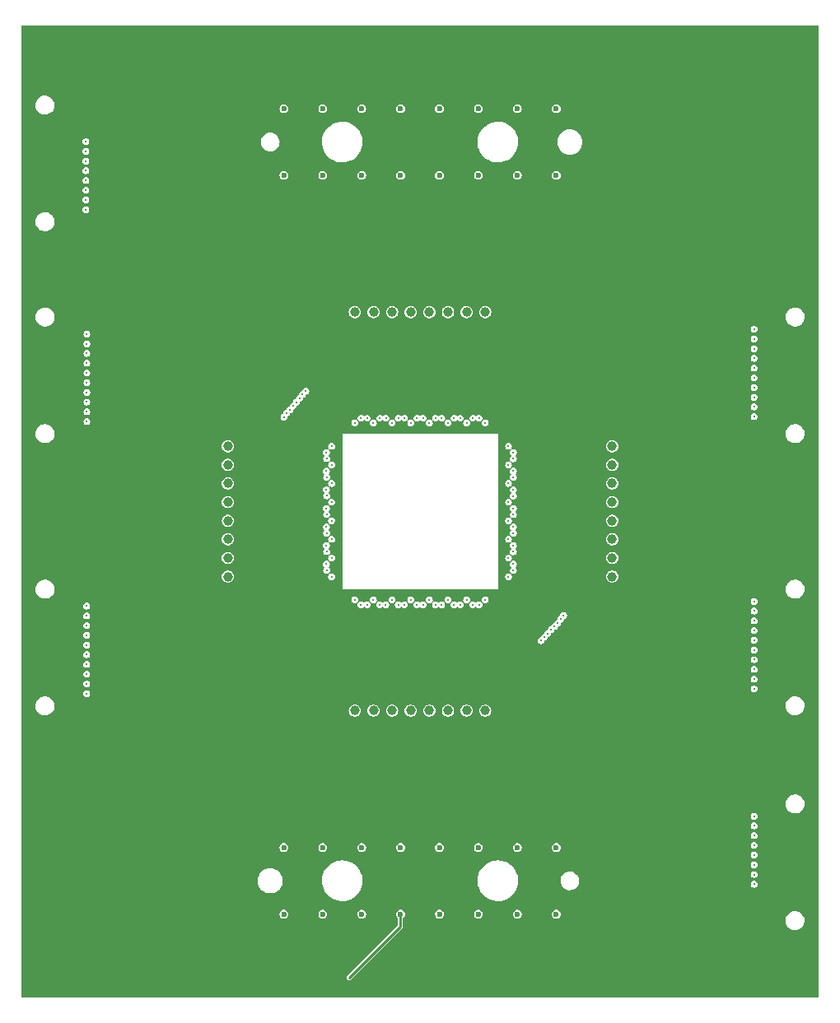
<source format=gbr>
%TF.GenerationSoftware,KiCad,Pcbnew,7.0.9*%
%TF.CreationDate,2024-08-22T14:26:55-06:00*%
%TF.ProjectId,igloo34,69676c6f-6f33-4342-9e6b-696361645f70,rev?*%
%TF.SameCoordinates,Original*%
%TF.FileFunction,Copper,L3,Inr*%
%TF.FilePolarity,Positive*%
%FSLAX46Y46*%
G04 Gerber Fmt 4.6, Leading zero omitted, Abs format (unit mm)*
G04 Created by KiCad (PCBNEW 7.0.9) date 2024-08-22 14:26:55*
%MOMM*%
%LPD*%
G01*
G04 APERTURE LIST*
%TA.AperFunction,ComponentPad*%
%ADD10C,1.000000*%
%TD*%
%TA.AperFunction,ComponentPad*%
%ADD11C,1.500000*%
%TD*%
%TA.AperFunction,ViaPad*%
%ADD12C,0.300000*%
%TD*%
%TA.AperFunction,ViaPad*%
%ADD13C,3.500000*%
%TD*%
%TA.AperFunction,ViaPad*%
%ADD14C,0.600000*%
%TD*%
%TA.AperFunction,Conductor*%
%ADD15C,0.250000*%
%TD*%
G04 APERTURE END LIST*
D10*
%TO.N,Net-(J1-Pin_1)*%
%TO.C,TP32*%
X-19750000Y6700000D03*
%TD*%
%TO.N,Net-(J1-Pin_2)*%
%TO.C,TP31*%
X-19750000Y4790000D03*
%TD*%
%TO.N,Net-(J1-Pin_3)*%
%TO.C,TP30*%
X-19750000Y2870000D03*
%TD*%
%TO.N,Net-(J1-Pin_4)*%
%TO.C,TP29*%
X-19750000Y960000D03*
%TD*%
%TO.N,Net-(J2-Pin_5)*%
%TO.C,TP28*%
X19750000Y960000D03*
%TD*%
%TO.N,Net-(J2-Pin_6)*%
%TO.C,TP27*%
X19750000Y2870000D03*
%TD*%
%TO.N,Net-(J2-Pin_7)*%
%TO.C,TP26*%
X19750000Y4790000D03*
%TD*%
%TO.N,Net-(J2-Pin_8)*%
%TO.C,TP25*%
X19750000Y6700000D03*
%TD*%
%TO.N,Net-(J2-Pin_1)*%
%TO.C,TP24*%
X19750000Y-6700000D03*
%TD*%
%TO.N,Net-(J2-Pin_2)*%
%TO.C,TP23*%
X19750000Y-4790000D03*
%TD*%
%TO.N,Net-(J2-Pin_3)*%
%TO.C,TP22*%
X19750000Y-2870000D03*
%TD*%
%TO.N,Net-(J2-Pin_4)*%
%TO.C,TP21*%
X19750000Y-960000D03*
%TD*%
%TO.N,Net-(J1-Pin_5)*%
%TO.C,TP20*%
X-19745000Y-960000D03*
%TD*%
%TO.N,Net-(J1-Pin_6)*%
%TO.C,TP19*%
X-19750000Y-2870000D03*
%TD*%
%TO.N,Net-(J1-Pin_7)*%
%TO.C,TP18*%
X-19750000Y-4790000D03*
%TD*%
%TO.N,Net-(J1-Pin_8)*%
%TO.C,TP17*%
X-19750000Y-6700000D03*
%TD*%
%TO.N,Net-(J5-Pin_8)*%
%TO.C,TP16*%
X6700000Y20500000D03*
%TD*%
%TO.N,Net-(J5-Pin_7)*%
%TO.C,TP15*%
X4790000Y20500000D03*
%TD*%
%TO.N,Net-(J5-Pin_6)*%
%TO.C,TP14*%
X2880000Y20500000D03*
%TD*%
%TO.N,Net-(J5-Pin_5)*%
%TO.C,TP13*%
X960000Y20500000D03*
%TD*%
%TO.N,Net-(J5-Pin_4)*%
%TO.C,TP12*%
X-960000Y20500000D03*
%TD*%
%TO.N,Net-(J5-Pin_3)*%
%TO.C,TP11*%
X-2870000Y20500000D03*
%TD*%
%TO.N,Net-(J5-Pin_2)*%
%TO.C,TP10*%
X-4780000Y20500000D03*
%TD*%
%TO.N,Net-(J5-Pin_1)*%
%TO.C,TP9*%
X-6700000Y20500000D03*
%TD*%
%TO.N,Net-(J6-Pin_8)*%
%TO.C,TP8*%
X-6700000Y-20500000D03*
%TD*%
%TO.N,Net-(J6-Pin_7)*%
%TO.C,TP7*%
X-4780000Y-20500000D03*
%TD*%
%TO.N,Net-(J6-Pin_6)*%
%TO.C,TP6*%
X-2870000Y-20500000D03*
%TD*%
%TO.N,Net-(J6-Pin_5)*%
%TO.C,TP5*%
X-960000Y-20500000D03*
%TD*%
%TO.N,Net-(J6-Pin_4)*%
%TO.C,TP4*%
X960000Y-20500000D03*
%TD*%
%TO.N,Net-(J6-Pin_3)*%
%TO.C,TP3*%
X2880000Y-20500000D03*
%TD*%
%TO.N,Net-(J6-Pin_1)*%
%TO.C,TP2*%
X6700000Y-20500000D03*
%TD*%
%TO.N,Net-(J6-Pin_2)*%
%TO.C,TP1*%
X4790000Y-20500000D03*
%TD*%
D11*
%TO.N,GND*%
%TO.C,J20*%
X36550000Y-43575000D03*
X36550000Y-28625000D03*
%TD*%
%TO.N,GND*%
%TO.C,J8*%
X36550000Y6525000D03*
X36550000Y21475000D03*
%TD*%
%TO.N,GND*%
%TO.C,J12*%
X-36550000Y21475000D03*
X-36550000Y6525000D03*
%TD*%
%TO.N,GND*%
%TO.C,J15*%
X-36550000Y43275000D03*
X-36550000Y28325000D03*
%TD*%
%TO.N,GND*%
%TO.C,J7*%
X-36550000Y-6525000D03*
X-36550000Y-21475000D03*
%TD*%
%TO.N,GND*%
%TO.C,J11*%
X36550000Y-21475000D03*
X36550000Y-6525000D03*
%TD*%
D12*
%TO.N,GND*%
X-5400000Y10350000D03*
X8350000Y-11800000D03*
X8500000Y-10850000D03*
X-11800000Y8200000D03*
X9600000Y9200000D03*
X11100000Y23450000D03*
X-10650000Y22150000D03*
X19150000Y34150000D03*
X-18950000Y35200000D03*
X-19450000Y-33050000D03*
X19050000Y-35700000D03*
X-36950000Y25400000D03*
X-16050000Y5750000D03*
X13100000Y-7450000D03*
X-37600000Y2850000D03*
X3950000Y47000000D03*
X2700000Y-48350000D03*
X-10850000Y-20250000D03*
X10900000Y-20900000D03*
X37600000Y3600000D03*
X33750000Y39350000D03*
X-28700000Y41100000D03*
X31750000Y-27000000D03*
X-33250000Y-32900000D03*
X-11750000Y-7900000D03*
X-8050000Y-9150000D03*
X9800000Y-8250000D03*
X7950000Y9400000D03*
X-9450000Y8800000D03*
D13*
X17500000Y-20000000D03*
X-17500000Y-20000000D03*
X17500000Y20000000D03*
X-17500000Y20000000D03*
X-17500000Y25000000D03*
X17500000Y25000000D03*
X-17500000Y-25000000D03*
X17500000Y-25000000D03*
X25000000Y-45000000D03*
X-25000000Y-45000000D03*
X25000000Y45000000D03*
X-25000000Y45000000D03*
D12*
%TO.N,Net-(J21-Pin_1)*%
X14758557Y-10682374D03*
%TO.N,Net-(J21-Pin_2)*%
X14450765Y-11075778D03*
%TO.N,Net-(J22-Pin_1)*%
X14162382Y-11483623D03*
%TO.N,Net-(J22-Pin_2)*%
X13813498Y-11841090D03*
%TO.N,Net-(J23-Pin_1)*%
X13452383Y-12186197D03*
%TO.N,Net-(J23-Pin_2)*%
X13122767Y-12561505D03*
%TO.N,Net-(J24-Pin_1)*%
X12788192Y-12932400D03*
%TO.N,Net-(J24-Pin_2)*%
X12450000Y-13300000D03*
%TO.N,Net-(J16-Pin_1)*%
X-13993331Y9712231D03*
%TO.N,Net-(J16-Pin_2)*%
X-13707502Y10121870D03*
%TO.N,Net-(J17-Pin_1)*%
X-13355565Y10476332D03*
%TO.N,Net-(J17-Pin_2)*%
X-13037604Y10861564D03*
%TO.N,Net-(J18-Pin_1)*%
X-12717308Y11244857D03*
%TO.N,Net-(J18-Pin_2)*%
X-12398206Y11629144D03*
%TO.N,Net-(J19-Pin_1)*%
X-12083202Y12016798D03*
%TO.N,Net-(J19-Pin_2)*%
X-11730000Y12370000D03*
%TO.N,Net-(J1-Pin_1)*%
X-9100000Y6702500D03*
D14*
X-14000000Y41425000D03*
%TO.N,Net-(J1-Pin_2)*%
X-10000000Y41425000D03*
D12*
X-9100000Y4787500D03*
D14*
%TO.N,Net-(J1-Pin_3)*%
X-6000000Y41425000D03*
D12*
X-9100000Y2872500D03*
%TO.N,Net-(J1-Pin_4)*%
X-9100000Y957500D03*
D14*
X-2000000Y41425000D03*
%TO.N,Net-(J1-Pin_5)*%
X-2000000Y-41425000D03*
D12*
X-9100000Y-957500D03*
%TO.N,Net-(J1-Pin_6)*%
X-9100000Y-2872500D03*
D14*
X-6000000Y-41425000D03*
%TO.N,Net-(J1-Pin_7)*%
X-10000000Y-41425000D03*
D12*
X-9100000Y-4787500D03*
%TO.N,Net-(J1-Pin_8)*%
X-9100000Y-6702500D03*
D14*
X-14000000Y-41425000D03*
D12*
%TO.N,Net-(J2-Pin_1)*%
X9100000Y-6702500D03*
D14*
X14000000Y-41425000D03*
%TO.N,Net-(J2-Pin_2)*%
X10000000Y-41425000D03*
D12*
X9100000Y-4787500D03*
%TO.N,Net-(J2-Pin_3)*%
X9100000Y-2872500D03*
D14*
X6000000Y-41425000D03*
D12*
%TO.N,Net-(J2-Pin_4)*%
X9100000Y-957500D03*
D14*
X2000000Y-41425000D03*
D12*
%TO.N,Net-(J2-Pin_5)*%
X9100000Y957500D03*
D14*
X2000000Y41425000D03*
D12*
%TO.N,Net-(J2-Pin_6)*%
X9100000Y2872500D03*
D14*
X6000000Y41425000D03*
%TO.N,Net-(J2-Pin_7)*%
X10000000Y41425000D03*
D12*
X9100000Y4787500D03*
D14*
%TO.N,Net-(J2-Pin_8)*%
X14000000Y41425000D03*
D12*
X9100000Y6702500D03*
D14*
%TO.N,Net-(J5-Pin_1)*%
X-14000000Y34575000D03*
D12*
X-6702500Y9100000D03*
D14*
%TO.N,Net-(J5-Pin_2)*%
X-10000000Y34575000D03*
D12*
X-4787500Y9100000D03*
D14*
%TO.N,Net-(J5-Pin_3)*%
X-6000000Y34575000D03*
D12*
X-2872500Y9100000D03*
%TO.N,Net-(J5-Pin_4)*%
X-957500Y9100000D03*
D14*
X-2000000Y34575000D03*
D12*
%TO.N,Net-(J5-Pin_5)*%
X957500Y9100000D03*
D14*
X2000000Y34575000D03*
D12*
%TO.N,Net-(J5-Pin_6)*%
X2872500Y9100000D03*
D14*
X6000000Y34575000D03*
D12*
%TO.N,Net-(J5-Pin_7)*%
X4787500Y9100000D03*
D14*
X10000000Y34575000D03*
%TO.N,Net-(J5-Pin_8)*%
X14000000Y34575000D03*
D12*
X6702500Y9100000D03*
%TO.N,Net-(J6-Pin_1)*%
X6702500Y-9100000D03*
D14*
X14000000Y-34575000D03*
D12*
%TO.N,Net-(J6-Pin_2)*%
X4787500Y-9100000D03*
D14*
X10000000Y-34575000D03*
%TO.N,Net-(J6-Pin_3)*%
X6000000Y-34575000D03*
D12*
X2872500Y-9100000D03*
%TO.N,Net-(J6-Pin_4)*%
X957500Y-9100000D03*
D14*
X2000000Y-34575000D03*
D12*
%TO.N,Net-(J6-Pin_5)*%
X-957500Y-9100000D03*
D14*
X-2000000Y-34575000D03*
D12*
%TO.N,Net-(J6-Pin_6)*%
X-2872500Y-9100000D03*
D14*
X-6000000Y-34575000D03*
D12*
%TO.N,Net-(J6-Pin_7)*%
X-4787500Y-9100000D03*
D14*
X-10000000Y-34575000D03*
%TO.N,Net-(J6-Pin_8)*%
X-14000000Y-34575000D03*
D12*
X-6702500Y-9100000D03*
%TO.N,Net-(J9-Pin_1)*%
X-34270000Y-18740000D03*
X4140000Y-9600000D03*
%TO.N,Net-(J9-Pin_2)*%
X3502000Y-9600000D03*
X-34270000Y-17740000D03*
%TO.N,Net-(J9-Pin_3)*%
X2226000Y-9600000D03*
X-34270000Y-16740000D03*
%TO.N,Net-(J9-Pin_4)*%
X-34270000Y-15740000D03*
X1588000Y-9600000D03*
%TO.N,Net-(J9-Pin_5)*%
X-34270000Y-14740000D03*
X312000Y-9600000D03*
%TO.N,Net-(J9-Pin_6)*%
X-34270000Y-13740000D03*
X-326000Y-9600000D03*
%TO.N,Net-(J9-Pin_7)*%
X-1602000Y-9600000D03*
X-34270000Y-12740000D03*
%TO.N,Net-(J9-Pin_8)*%
X-34270000Y-11740000D03*
X-2240000Y-9600000D03*
%TO.N,Net-(J9-Pin_9)*%
X-3516000Y-9600000D03*
X-34270000Y-10740000D03*
%TO.N,Net-(J9-Pin_10)*%
X-4154000Y-9600000D03*
X-34270000Y-9740000D03*
%TO.N,Net-(J10-Pin_1)*%
X34350000Y18750000D03*
X-4146000Y9600000D03*
%TO.N,Net-(J10-Pin_2)*%
X34350000Y17750000D03*
X-3508000Y9600000D03*
%TO.N,Net-(J10-Pin_3)*%
X34350000Y16750000D03*
X-2232000Y9600000D03*
%TO.N,Net-(J10-Pin_4)*%
X-1594000Y9600000D03*
X34350000Y15750000D03*
%TO.N,Net-(J10-Pin_5)*%
X34350000Y14750000D03*
X-318000Y9600000D03*
%TO.N,Net-(J10-Pin_6)*%
X34350000Y13750000D03*
X320000Y9600000D03*
%TO.N,Net-(J10-Pin_7)*%
X1596000Y9600000D03*
X34350000Y12750000D03*
%TO.N,Net-(J10-Pin_8)*%
X2234000Y9600000D03*
X34350000Y11750000D03*
%TO.N,Net-(J10-Pin_9)*%
X3510000Y9600000D03*
X34350000Y10750000D03*
%TO.N,Net-(J10-Pin_10)*%
X34350000Y9750000D03*
X4148000Y9600000D03*
%TO.N,Net-(J13-Pin_1)*%
X34350000Y-9250000D03*
X9600000Y4146000D03*
%TO.N,Net-(J13-Pin_2)*%
X9600000Y3508000D03*
X34350000Y-10250000D03*
%TO.N,Net-(J13-Pin_3)*%
X34350000Y-11250000D03*
X9600000Y2232000D03*
%TO.N,Net-(J13-Pin_4)*%
X34350000Y-12250000D03*
X9600000Y1594000D03*
%TO.N,Net-(J13-Pin_5)*%
X9600000Y318000D03*
X34350000Y-13250000D03*
%TO.N,Net-(J13-Pin_6)*%
X34350000Y-14250000D03*
X9600000Y-320000D03*
%TO.N,Net-(J13-Pin_7)*%
X9600000Y-1596000D03*
X34350000Y-15250000D03*
%TO.N,Net-(J13-Pin_8)*%
X34350000Y-16250000D03*
X9600000Y-2234000D03*
%TO.N,Net-(J13-Pin_9)*%
X9600000Y-3510000D03*
X34350000Y-17250000D03*
%TO.N,Net-(J13-Pin_10)*%
X34350000Y-18250000D03*
X9600000Y-4148000D03*
%TO.N,Net-(J14-Pin_1)*%
X-34250000Y9250000D03*
X-9600000Y-4140000D03*
%TO.N,Net-(J14-Pin_2)*%
X-9620000Y-3502000D03*
X-34250000Y10250000D03*
%TO.N,Net-(J14-Pin_3)*%
X-9600000Y-2226000D03*
X-34250000Y11250000D03*
%TO.N,Net-(J14-Pin_4)*%
X-9620000Y-1588000D03*
X-34250000Y12250000D03*
%TO.N,Net-(J14-Pin_5)*%
X-9600000Y-312000D03*
X-34250000Y13250000D03*
%TO.N,Net-(J14-Pin_6)*%
X-9620000Y326000D03*
X-34250000Y14250000D03*
%TO.N,Net-(J14-Pin_7)*%
X-9600000Y1602000D03*
X-34250000Y15250000D03*
%TO.N,Net-(J14-Pin_8)*%
X-9620000Y2240000D03*
X-34250000Y16250000D03*
%TO.N,Net-(J14-Pin_9)*%
X-34250000Y17250000D03*
X-9600000Y3516000D03*
%TO.N,Net-(J14-Pin_10)*%
X-9620000Y4154000D03*
X-34250000Y18250000D03*
%TO.N,Net-(J16-Pin_1)*%
X-34350000Y31050000D03*
X-9600000Y5430000D03*
%TO.N,Net-(J16-Pin_2)*%
X-34350000Y32050000D03*
X-9620000Y6068000D03*
%TO.N,Net-(J17-Pin_1)*%
X-34350000Y33050000D03*
X-6060000Y9600000D03*
%TO.N,Net-(J17-Pin_2)*%
X-5422000Y9600000D03*
X-34350000Y34050000D03*
%TO.N,Net-(J18-Pin_1)*%
X5424000Y9600000D03*
X-34350000Y35050000D03*
%TO.N,Net-(J18-Pin_2)*%
X6062000Y9600000D03*
X-34350000Y36050000D03*
%TO.N,Net-(J19-Pin_1)*%
X9600000Y6060000D03*
X-34350000Y37050000D03*
%TO.N,Net-(J19-Pin_2)*%
X-34350000Y38050000D03*
X9600000Y5422000D03*
%TO.N,Net-(J21-Pin_1)*%
X9600000Y-5424000D03*
X34350000Y-31350000D03*
%TO.N,Net-(J21-Pin_2)*%
X34350000Y-32350000D03*
X9600000Y-6062000D03*
%TO.N,Net-(J22-Pin_1)*%
X34350000Y-33350000D03*
X6054000Y-9600000D03*
%TO.N,Net-(J22-Pin_2)*%
X5416000Y-9600000D03*
X34350000Y-34350000D03*
%TO.N,Net-(J23-Pin_1)*%
X-5430000Y-9600000D03*
X34350000Y-35350000D03*
%TO.N,Net-(J23-Pin_2)*%
X-6068000Y-9600000D03*
X34350000Y-36350000D03*
%TO.N,Net-(J24-Pin_1)*%
X34350000Y-37350000D03*
X-9600000Y-6054000D03*
%TO.N,Net-(J24-Pin_2)*%
X34350000Y-38350000D03*
X-9620000Y-5416000D03*
%TD*%
D15*
%TO.N,Net-(J1-Pin_5)*%
X-2000000Y-42692500D02*
X-7310000Y-48002500D01*
X-2000000Y-41427500D02*
X-2000000Y-42692500D01*
%TD*%
%TA.AperFunction,Conductor*%
%TO.N,GND*%
G36*
X40985148Y49985148D02*
G01*
X40999500Y49950500D01*
X40999500Y-49950500D01*
X40985148Y-49985148D01*
X40950500Y-49999500D01*
X-40950500Y-49999500D01*
X-40985148Y-49985148D01*
X-40999500Y-49950500D01*
X-40999500Y-48002500D01*
X-7567448Y-48002500D01*
X-7547850Y-48101020D01*
X-7492043Y-48184543D01*
X-7408520Y-48240350D01*
X-7359260Y-48250149D01*
X-7310002Y-48259948D01*
X-7310000Y-48259948D01*
X-7309998Y-48259948D01*
X-7244320Y-48246882D01*
X-7211480Y-48240350D01*
X-7149041Y-48198630D01*
X-1842457Y-42892046D01*
X-1835031Y-42885951D01*
X-1817956Y-42874542D01*
X-1797540Y-42843986D01*
X-1762150Y-42791021D01*
X-1759073Y-42775553D01*
X-1744081Y-42700189D01*
X-1742552Y-42692501D01*
X-1742552Y-42692498D01*
X-1746558Y-42672361D01*
X-1747500Y-42662801D01*
X-1747500Y-42149661D01*
X37570728Y-42149661D01*
X37600769Y-42345768D01*
X37600770Y-42345775D01*
X37635870Y-42440546D01*
X37669675Y-42531820D01*
X37774620Y-42700189D01*
X37860961Y-42791020D01*
X37911309Y-42843986D01*
X37911314Y-42843990D01*
X38074141Y-42957321D01*
X38074146Y-42957324D01*
X38256465Y-43035563D01*
X38450801Y-43075500D01*
X38450802Y-43075500D01*
X38599467Y-43075500D01*
X38599473Y-43075500D01*
X38747379Y-43060459D01*
X38936678Y-43001067D01*
X39110146Y-42904784D01*
X39260682Y-42775553D01*
X39382122Y-42618666D01*
X39469495Y-42440544D01*
X39519224Y-42248480D01*
X39529272Y-42050337D01*
X39499230Y-41854227D01*
X39430325Y-41668180D01*
X39325380Y-41499811D01*
X39188691Y-41356014D01*
X39188690Y-41356013D01*
X39188685Y-41356009D01*
X39025858Y-41242678D01*
X39025853Y-41242675D01*
X38843534Y-41164436D01*
X38689135Y-41132707D01*
X38649199Y-41124500D01*
X38500527Y-41124500D01*
X38401923Y-41134527D01*
X38352618Y-41139541D01*
X38163322Y-41198933D01*
X37989855Y-41295214D01*
X37989848Y-41295220D01*
X37839323Y-41424442D01*
X37839313Y-41424452D01*
X37717880Y-41581330D01*
X37717874Y-41581340D01*
X37630505Y-41759453D01*
X37580776Y-41951517D01*
X37580776Y-41951520D01*
X37570728Y-42149659D01*
X37570728Y-42149661D01*
X-1747500Y-42149661D01*
X-1747500Y-41824995D01*
X-1733148Y-41790347D01*
X-1724994Y-41783776D01*
X-1701951Y-41768967D01*
X-1617118Y-41671063D01*
X-1563301Y-41553223D01*
X-1544867Y-41425002D01*
X1544867Y-41425002D01*
X1563301Y-41553223D01*
X1576142Y-41581340D01*
X1617118Y-41671063D01*
X1701951Y-41768967D01*
X1810931Y-41839004D01*
X1862791Y-41854231D01*
X1935223Y-41875499D01*
X1935228Y-41875500D01*
X2064772Y-41875500D01*
X2064776Y-41875499D01*
X2085324Y-41869465D01*
X2189069Y-41839004D01*
X2298049Y-41768967D01*
X2382882Y-41671063D01*
X2436697Y-41553226D01*
X2436697Y-41553224D01*
X2436698Y-41553223D01*
X2455133Y-41425002D01*
X5544867Y-41425002D01*
X5563301Y-41553223D01*
X5576142Y-41581340D01*
X5617118Y-41671063D01*
X5701951Y-41768967D01*
X5810931Y-41839004D01*
X5862791Y-41854231D01*
X5935223Y-41875499D01*
X5935228Y-41875500D01*
X6064772Y-41875500D01*
X6064776Y-41875499D01*
X6085324Y-41869465D01*
X6189069Y-41839004D01*
X6298049Y-41768967D01*
X6382882Y-41671063D01*
X6436697Y-41553226D01*
X6436697Y-41553224D01*
X6436698Y-41553223D01*
X6455133Y-41425002D01*
X9544867Y-41425002D01*
X9563301Y-41553223D01*
X9576142Y-41581340D01*
X9617118Y-41671063D01*
X9701951Y-41768967D01*
X9810931Y-41839004D01*
X9862791Y-41854231D01*
X9935223Y-41875499D01*
X9935228Y-41875500D01*
X10064772Y-41875500D01*
X10064776Y-41875499D01*
X10085324Y-41869465D01*
X10189069Y-41839004D01*
X10298049Y-41768967D01*
X10382882Y-41671063D01*
X10436697Y-41553226D01*
X10436697Y-41553224D01*
X10436698Y-41553223D01*
X10455133Y-41425002D01*
X13544867Y-41425002D01*
X13563301Y-41553223D01*
X13576142Y-41581340D01*
X13617118Y-41671063D01*
X13701951Y-41768967D01*
X13810931Y-41839004D01*
X13862791Y-41854231D01*
X13935223Y-41875499D01*
X13935228Y-41875500D01*
X14064772Y-41875500D01*
X14064776Y-41875499D01*
X14085324Y-41869465D01*
X14189069Y-41839004D01*
X14298049Y-41768967D01*
X14382882Y-41671063D01*
X14436697Y-41553226D01*
X14436697Y-41553224D01*
X14436698Y-41553223D01*
X14455133Y-41425002D01*
X14455133Y-41424997D01*
X14436698Y-41296776D01*
X14411991Y-41242676D01*
X14382882Y-41178937D01*
X14298049Y-41081033D01*
X14189069Y-41010996D01*
X14189066Y-41010995D01*
X14064776Y-40974500D01*
X14064772Y-40974500D01*
X13935228Y-40974500D01*
X13935223Y-40974500D01*
X13810933Y-41010995D01*
X13701950Y-41081033D01*
X13617119Y-41178936D01*
X13617118Y-41178936D01*
X13563301Y-41296776D01*
X13544867Y-41424997D01*
X13544867Y-41425002D01*
X10455133Y-41425002D01*
X10455133Y-41424997D01*
X10436698Y-41296776D01*
X10411991Y-41242676D01*
X10382882Y-41178937D01*
X10298049Y-41081033D01*
X10189069Y-41010996D01*
X10189066Y-41010995D01*
X10064776Y-40974500D01*
X10064772Y-40974500D01*
X9935228Y-40974500D01*
X9935223Y-40974500D01*
X9810933Y-41010995D01*
X9701950Y-41081033D01*
X9617119Y-41178936D01*
X9617118Y-41178936D01*
X9563301Y-41296776D01*
X9544867Y-41424997D01*
X9544867Y-41425002D01*
X6455133Y-41425002D01*
X6455133Y-41424997D01*
X6436698Y-41296776D01*
X6411991Y-41242676D01*
X6382882Y-41178937D01*
X6298049Y-41081033D01*
X6189069Y-41010996D01*
X6189066Y-41010995D01*
X6064776Y-40974500D01*
X6064772Y-40974500D01*
X5935228Y-40974500D01*
X5935223Y-40974500D01*
X5810933Y-41010995D01*
X5701950Y-41081033D01*
X5617119Y-41178936D01*
X5617118Y-41178936D01*
X5563301Y-41296776D01*
X5544867Y-41424997D01*
X5544867Y-41425002D01*
X2455133Y-41425002D01*
X2455133Y-41424997D01*
X2436698Y-41296776D01*
X2411991Y-41242676D01*
X2382882Y-41178937D01*
X2298049Y-41081033D01*
X2189069Y-41010996D01*
X2189066Y-41010995D01*
X2064776Y-40974500D01*
X2064772Y-40974500D01*
X1935228Y-40974500D01*
X1935223Y-40974500D01*
X1810933Y-41010995D01*
X1701950Y-41081033D01*
X1617119Y-41178936D01*
X1617118Y-41178936D01*
X1563301Y-41296776D01*
X1544867Y-41424997D01*
X1544867Y-41425002D01*
X-1544867Y-41425002D01*
X-1544867Y-41424997D01*
X-1563301Y-41296776D01*
X-1617118Y-41178936D01*
X-1701950Y-41081033D01*
X-1810933Y-41010995D01*
X-1935223Y-40974500D01*
X-1935228Y-40974500D01*
X-2064772Y-40974500D01*
X-2064776Y-40974500D01*
X-2189066Y-41010995D01*
X-2189069Y-41010996D01*
X-2298049Y-41081033D01*
X-2382882Y-41178937D01*
X-2411991Y-41242676D01*
X-2436698Y-41296776D01*
X-2455133Y-41424997D01*
X-2455133Y-41425002D01*
X-2436698Y-41553223D01*
X-2436697Y-41553224D01*
X-2436697Y-41553226D01*
X-2382882Y-41671063D01*
X-2298049Y-41768967D01*
X-2275008Y-41783774D01*
X-2253620Y-41814579D01*
X-2252500Y-41824995D01*
X-2252500Y-42567615D01*
X-2266852Y-42602263D01*
X-7506130Y-47841541D01*
X-7547850Y-47903980D01*
X-7567448Y-48002500D01*
X-40999500Y-48002500D01*
X-40999500Y-41425002D01*
X-14455133Y-41425002D01*
X-14436698Y-41553223D01*
X-14436697Y-41553224D01*
X-14436697Y-41553226D01*
X-14382882Y-41671063D01*
X-14298049Y-41768967D01*
X-14189069Y-41839004D01*
X-14085324Y-41869465D01*
X-14064776Y-41875499D01*
X-14064772Y-41875500D01*
X-13935228Y-41875500D01*
X-13935223Y-41875499D01*
X-13862791Y-41854231D01*
X-13810931Y-41839004D01*
X-13701951Y-41768967D01*
X-13617118Y-41671063D01*
X-13563301Y-41553223D01*
X-13544867Y-41425002D01*
X-10455133Y-41425002D01*
X-10436698Y-41553223D01*
X-10436697Y-41553224D01*
X-10436697Y-41553226D01*
X-10382882Y-41671063D01*
X-10298049Y-41768967D01*
X-10189069Y-41839004D01*
X-10085324Y-41869465D01*
X-10064776Y-41875499D01*
X-10064772Y-41875500D01*
X-9935228Y-41875500D01*
X-9935223Y-41875499D01*
X-9862791Y-41854231D01*
X-9810931Y-41839004D01*
X-9701951Y-41768967D01*
X-9617118Y-41671063D01*
X-9563301Y-41553223D01*
X-9544867Y-41425002D01*
X-6455133Y-41425002D01*
X-6436698Y-41553223D01*
X-6436697Y-41553224D01*
X-6436697Y-41553226D01*
X-6382882Y-41671063D01*
X-6298049Y-41768967D01*
X-6189069Y-41839004D01*
X-6085324Y-41869465D01*
X-6064776Y-41875499D01*
X-6064772Y-41875500D01*
X-5935228Y-41875500D01*
X-5935223Y-41875499D01*
X-5862791Y-41854231D01*
X-5810931Y-41839004D01*
X-5701951Y-41768967D01*
X-5617118Y-41671063D01*
X-5563301Y-41553223D01*
X-5544867Y-41425002D01*
X-5544867Y-41424997D01*
X-5563301Y-41296776D01*
X-5617118Y-41178936D01*
X-5701950Y-41081033D01*
X-5810933Y-41010995D01*
X-5935223Y-40974500D01*
X-5935228Y-40974500D01*
X-6064772Y-40974500D01*
X-6064776Y-40974500D01*
X-6189066Y-41010995D01*
X-6189069Y-41010996D01*
X-6298049Y-41081033D01*
X-6382882Y-41178937D01*
X-6411991Y-41242676D01*
X-6436698Y-41296776D01*
X-6455133Y-41424997D01*
X-6455133Y-41425002D01*
X-9544867Y-41425002D01*
X-9544867Y-41424997D01*
X-9563301Y-41296776D01*
X-9617118Y-41178936D01*
X-9701950Y-41081033D01*
X-9810933Y-41010995D01*
X-9935223Y-40974500D01*
X-9935228Y-40974500D01*
X-10064772Y-40974500D01*
X-10064776Y-40974500D01*
X-10189066Y-41010995D01*
X-10189069Y-41010996D01*
X-10298049Y-41081033D01*
X-10382882Y-41178937D01*
X-10411991Y-41242676D01*
X-10436698Y-41296776D01*
X-10455133Y-41424997D01*
X-10455133Y-41425002D01*
X-13544867Y-41425002D01*
X-13544867Y-41424997D01*
X-13563301Y-41296776D01*
X-13617118Y-41178936D01*
X-13701950Y-41081033D01*
X-13810933Y-41010995D01*
X-13935223Y-40974500D01*
X-13935228Y-40974500D01*
X-14064772Y-40974500D01*
X-14064776Y-40974500D01*
X-14189066Y-41010995D01*
X-14189069Y-41010996D01*
X-14298049Y-41081033D01*
X-14382882Y-41178937D01*
X-14411991Y-41242676D01*
X-14436698Y-41296776D01*
X-14455133Y-41424997D01*
X-14455133Y-41425002D01*
X-40999500Y-41425002D01*
X-40999500Y-38000000D01*
X-16695430Y-38000000D01*
X-16675750Y-38224949D01*
X-16675749Y-38224951D01*
X-16675748Y-38224957D01*
X-16646528Y-38334006D01*
X-16617306Y-38443063D01*
X-16563436Y-38558587D01*
X-16521876Y-38647713D01*
X-16521869Y-38647725D01*
X-16420560Y-38792408D01*
X-16392357Y-38832686D01*
X-16232686Y-38992357D01*
X-16232680Y-38992361D01*
X-16047725Y-39121869D01*
X-16047716Y-39121874D01*
X-16047715Y-39121875D01*
X-15843063Y-39217306D01*
X-15734006Y-39246528D01*
X-15624957Y-39275748D01*
X-15624955Y-39275748D01*
X-15624949Y-39275750D01*
X-15485854Y-39287918D01*
X-15456354Y-39290500D01*
X-15456352Y-39290500D01*
X-15343646Y-39290500D01*
X-15311317Y-39287671D01*
X-15175051Y-39275750D01*
X-15175046Y-39275748D01*
X-15175042Y-39275748D01*
X-14956944Y-39217308D01*
X-14956943Y-39217307D01*
X-14956937Y-39217306D01*
X-14826773Y-39156609D01*
X-14752286Y-39121876D01*
X-14752274Y-39121869D01*
X-14567319Y-38992361D01*
X-14567312Y-38992355D01*
X-14407644Y-38832687D01*
X-14407638Y-38832680D01*
X-14278130Y-38647725D01*
X-14278123Y-38647713D01*
X-14182693Y-38443060D01*
X-14182691Y-38443055D01*
X-14124251Y-38224957D01*
X-14124250Y-38224951D01*
X-14104570Y-38000000D01*
X-14110968Y-37926864D01*
X-10094328Y-37926864D01*
X-10084125Y-38219050D01*
X-10033357Y-38506973D01*
X-9943011Y-38785027D01*
X-9814847Y-39047802D01*
X-9651359Y-39290183D01*
X-9455730Y-39507452D01*
X-9231766Y-39695380D01*
X-8983827Y-39850309D01*
X-8716739Y-39969225D01*
X-8435701Y-40049811D01*
X-8146182Y-40090500D01*
X-8146181Y-40090500D01*
X-7926998Y-40090500D01*
X-7926994Y-40090500D01*
X-7708348Y-40075211D01*
X-7422373Y-40014425D01*
X-7147641Y-39914430D01*
X-6889499Y-39777174D01*
X-6889497Y-39777173D01*
X-6889494Y-39777171D01*
X-6652977Y-39605331D01*
X-6652971Y-39605327D01*
X-6442662Y-39402233D01*
X-6262665Y-39171847D01*
X-6262663Y-39171844D01*
X-6262660Y-39171840D01*
X-6116484Y-38918656D01*
X-6065477Y-38792409D01*
X-6006961Y-38647578D01*
X-5936232Y-38363898D01*
X-5923419Y-38241995D01*
X-5905671Y-38073127D01*
X-5910779Y-37926872D01*
X5905672Y-37926872D01*
X5915875Y-38219049D01*
X5915875Y-38219053D01*
X5936374Y-38335307D01*
X5966643Y-38506973D01*
X5966644Y-38506976D01*
X5966645Y-38506981D01*
X6056989Y-38785028D01*
X6185153Y-39047803D01*
X6185154Y-39047805D01*
X6348642Y-39290185D01*
X6544265Y-39507447D01*
X6544270Y-39507452D01*
X6768234Y-39695380D01*
X7016173Y-39850309D01*
X7283261Y-39969225D01*
X7564299Y-40049811D01*
X7853818Y-40090500D01*
X7853819Y-40090500D01*
X8073002Y-40090500D01*
X8073006Y-40090500D01*
X8291652Y-40075211D01*
X8577627Y-40014425D01*
X8852359Y-39914430D01*
X9110501Y-39777174D01*
X9347029Y-39605327D01*
X9557338Y-39402233D01*
X9737335Y-39171847D01*
X9883517Y-38918653D01*
X9993039Y-38647578D01*
X10063768Y-38363898D01*
X10094328Y-38073136D01*
X10093482Y-38048896D01*
X14435785Y-38048896D01*
X14435786Y-38048897D01*
X14435786Y-38048899D01*
X14437932Y-38062905D01*
X14465113Y-38240339D01*
X14465367Y-38241993D01*
X14533212Y-38425180D01*
X14586512Y-38510693D01*
X14636544Y-38590961D01*
X14771123Y-38732539D01*
X14771136Y-38732550D01*
X14931459Y-38844138D01*
X14931464Y-38844141D01*
X15110979Y-38921177D01*
X15302327Y-38960500D01*
X15302328Y-38960500D01*
X15448700Y-38960500D01*
X15448706Y-38960500D01*
X15594344Y-38945690D01*
X15780732Y-38887211D01*
X15951533Y-38792409D01*
X16099753Y-38665165D01*
X16219326Y-38510690D01*
X16298149Y-38350000D01*
X33995131Y-38350000D01*
X34012500Y-38459661D01*
X34036610Y-38506981D01*
X34062905Y-38558587D01*
X34141413Y-38637095D01*
X34240339Y-38687500D01*
X34350000Y-38704869D01*
X34459661Y-38687500D01*
X34558587Y-38637095D01*
X34637095Y-38558587D01*
X34687500Y-38459661D01*
X34704869Y-38350000D01*
X34687500Y-38240339D01*
X34637095Y-38141413D01*
X34558587Y-38062905D01*
X34558584Y-38062903D01*
X34459661Y-38012500D01*
X34350000Y-37995131D01*
X34240338Y-38012500D01*
X34141415Y-38062903D01*
X34141412Y-38062905D01*
X34062905Y-38141412D01*
X34062903Y-38141415D01*
X34012500Y-38240338D01*
X33995131Y-38350000D01*
X16298149Y-38350000D01*
X16305356Y-38335307D01*
X16354320Y-38146196D01*
X16364214Y-37951101D01*
X16334633Y-37758007D01*
X16266788Y-37574820D01*
X16163457Y-37409040D01*
X16153571Y-37398640D01*
X16107336Y-37350000D01*
X33995131Y-37350000D01*
X34012500Y-37459661D01*
X34062067Y-37556944D01*
X34062905Y-37558587D01*
X34141413Y-37637095D01*
X34240339Y-37687500D01*
X34350000Y-37704869D01*
X34459661Y-37687500D01*
X34558587Y-37637095D01*
X34637095Y-37558587D01*
X34687500Y-37459661D01*
X34704869Y-37350000D01*
X34687500Y-37240339D01*
X34637095Y-37141413D01*
X34558587Y-37062905D01*
X34558584Y-37062903D01*
X34459661Y-37012500D01*
X34350000Y-36995131D01*
X34240338Y-37012500D01*
X34141415Y-37062903D01*
X34141412Y-37062905D01*
X34062905Y-37141412D01*
X34062903Y-37141415D01*
X34012500Y-37240338D01*
X33995131Y-37350000D01*
X16107336Y-37350000D01*
X16028876Y-37267460D01*
X16028863Y-37267449D01*
X15868540Y-37155861D01*
X15868535Y-37155858D01*
X15689020Y-37078822D01*
X15536995Y-37047580D01*
X15497673Y-37039500D01*
X15351294Y-37039500D01*
X15263911Y-37048386D01*
X15205652Y-37054310D01*
X15019268Y-37112789D01*
X14848468Y-37207589D01*
X14848466Y-37207591D01*
X14700248Y-37334834D01*
X14700242Y-37334840D01*
X14580676Y-37489306D01*
X14580670Y-37489316D01*
X14494644Y-37664690D01*
X14445680Y-37853801D01*
X14445680Y-37853805D01*
X14435785Y-38048896D01*
X10093482Y-38048896D01*
X10084125Y-37780950D01*
X10033357Y-37493027D01*
X9943011Y-37214973D01*
X9814847Y-36952198D01*
X9814846Y-36952196D01*
X9814845Y-36952194D01*
X9651357Y-36709814D01*
X9455734Y-36492552D01*
X9455732Y-36492550D01*
X9455730Y-36492548D01*
X9285848Y-36350000D01*
X33995131Y-36350000D01*
X34012500Y-36459661D01*
X34062905Y-36558587D01*
X34141413Y-36637095D01*
X34240339Y-36687500D01*
X34350000Y-36704869D01*
X34459661Y-36687500D01*
X34558587Y-36637095D01*
X34637095Y-36558587D01*
X34687500Y-36459661D01*
X34704869Y-36350000D01*
X34687500Y-36240339D01*
X34637095Y-36141413D01*
X34558587Y-36062905D01*
X34558584Y-36062903D01*
X34459661Y-36012500D01*
X34350000Y-35995131D01*
X34240338Y-36012500D01*
X34141415Y-36062903D01*
X34141412Y-36062905D01*
X34062905Y-36141412D01*
X34062903Y-36141415D01*
X34012500Y-36240338D01*
X34012500Y-36240339D01*
X33995131Y-36350000D01*
X9285848Y-36350000D01*
X9231766Y-36304620D01*
X9231764Y-36304618D01*
X9231762Y-36304617D01*
X8983829Y-36149692D01*
X8788904Y-36062905D01*
X8716739Y-36030775D01*
X8435701Y-35950189D01*
X8435694Y-35950188D01*
X8435686Y-35950186D01*
X8185589Y-35915038D01*
X8146182Y-35909500D01*
X7926994Y-35909500D01*
X7817671Y-35917144D01*
X7708344Y-35924789D01*
X7708340Y-35924790D01*
X7422372Y-35985575D01*
X7147648Y-36085567D01*
X7147630Y-36085575D01*
X6889503Y-36222823D01*
X6889494Y-36222828D01*
X6652977Y-36394668D01*
X6652973Y-36394671D01*
X6442662Y-36597766D01*
X6442660Y-36597768D01*
X6262664Y-36828154D01*
X6262660Y-36828159D01*
X6116484Y-37081343D01*
X6041290Y-37267455D01*
X6006961Y-37352422D01*
X5955970Y-37556939D01*
X5936231Y-37636107D01*
X5933227Y-37664690D01*
X5905672Y-37926864D01*
X5905672Y-37926870D01*
X5905672Y-37926872D01*
X-5910779Y-37926872D01*
X-5915875Y-37780950D01*
X-5915875Y-37780946D01*
X-5966645Y-37493018D01*
X-6056989Y-37214971D01*
X-6185153Y-36952196D01*
X-6185154Y-36952194D01*
X-6348642Y-36709814D01*
X-6544265Y-36492552D01*
X-6768237Y-36304617D01*
X-7016170Y-36149692D01*
X-7283258Y-36030776D01*
X-7346994Y-36012500D01*
X-7564299Y-35950189D01*
X-7564303Y-35950188D01*
X-7564313Y-35950186D01*
X-7819131Y-35914374D01*
X-7853818Y-35909500D01*
X-8073006Y-35909500D01*
X-8197946Y-35918236D01*
X-8291655Y-35924789D01*
X-8291659Y-35924790D01*
X-8577627Y-35985575D01*
X-8790082Y-36062903D01*
X-8852359Y-36085570D01*
X-8852365Y-36085573D01*
X-8852369Y-36085575D01*
X-9110496Y-36222823D01*
X-9110505Y-36222828D01*
X-9285542Y-36350000D01*
X-9347029Y-36394673D01*
X-9557338Y-36597767D01*
X-9737335Y-36828153D01*
X-9737337Y-36828156D01*
X-9737339Y-36828159D01*
X-9882059Y-37078822D01*
X-9883517Y-37081347D01*
X-9993039Y-37352422D01*
X-10063768Y-37636102D01*
X-10094328Y-37926864D01*
X-14110968Y-37926864D01*
X-14124250Y-37775048D01*
X-14124251Y-37775042D01*
X-14182691Y-37556944D01*
X-14182693Y-37556939D01*
X-14278123Y-37352286D01*
X-14278130Y-37352274D01*
X-14407638Y-37167319D01*
X-14407644Y-37167312D01*
X-14567312Y-37007644D01*
X-14567319Y-37007638D01*
X-14752274Y-36878130D01*
X-14752286Y-36878123D01*
X-14956939Y-36782693D01*
X-14956944Y-36782691D01*
X-15175042Y-36724251D01*
X-15175048Y-36724250D01*
X-15343646Y-36709500D01*
X-15343648Y-36709500D01*
X-15456352Y-36709500D01*
X-15456354Y-36709500D01*
X-15624951Y-36724250D01*
X-15624957Y-36724251D01*
X-15843055Y-36782691D01*
X-15843060Y-36782693D01*
X-15843063Y-36782694D01*
X-15898738Y-36808655D01*
X-16047713Y-36878123D01*
X-16047725Y-36878130D01*
X-16232680Y-37007638D01*
X-16232687Y-37007644D01*
X-16392355Y-37167312D01*
X-16392361Y-37167319D01*
X-16521869Y-37352274D01*
X-16521876Y-37352286D01*
X-16548340Y-37409040D01*
X-16617306Y-37556937D01*
X-16617307Y-37556943D01*
X-16617308Y-37556944D01*
X-16671182Y-37758004D01*
X-16675750Y-37775051D01*
X-16695430Y-38000000D01*
X-40999500Y-38000000D01*
X-40999500Y-35350000D01*
X33995131Y-35350000D01*
X34012500Y-35459661D01*
X34062905Y-35558587D01*
X34141413Y-35637095D01*
X34240339Y-35687500D01*
X34350000Y-35704869D01*
X34459661Y-35687500D01*
X34558587Y-35637095D01*
X34637095Y-35558587D01*
X34687500Y-35459661D01*
X34704869Y-35350000D01*
X34687500Y-35240339D01*
X34637095Y-35141413D01*
X34558587Y-35062905D01*
X34558584Y-35062903D01*
X34459661Y-35012500D01*
X34350000Y-34995131D01*
X34240338Y-35012500D01*
X34141415Y-35062903D01*
X34141412Y-35062905D01*
X34062905Y-35141412D01*
X34062903Y-35141415D01*
X34012500Y-35240338D01*
X34012500Y-35240339D01*
X33995131Y-35350000D01*
X-40999500Y-35350000D01*
X-40999500Y-34575002D01*
X-14455133Y-34575002D01*
X-14436698Y-34703223D01*
X-14436697Y-34703224D01*
X-14436697Y-34703226D01*
X-14382882Y-34821063D01*
X-14298049Y-34918967D01*
X-14189069Y-34989004D01*
X-14085324Y-35019465D01*
X-14064776Y-35025499D01*
X-14064772Y-35025500D01*
X-13935228Y-35025500D01*
X-13935223Y-35025499D01*
X-13880093Y-35009311D01*
X-13810931Y-34989004D01*
X-13701951Y-34918967D01*
X-13617118Y-34821063D01*
X-13563301Y-34703223D01*
X-13544867Y-34575002D01*
X-10455133Y-34575002D01*
X-10436698Y-34703223D01*
X-10436697Y-34703224D01*
X-10436697Y-34703226D01*
X-10382882Y-34821063D01*
X-10298049Y-34918967D01*
X-10189069Y-34989004D01*
X-10085324Y-35019465D01*
X-10064776Y-35025499D01*
X-10064772Y-35025500D01*
X-9935228Y-35025500D01*
X-9935223Y-35025499D01*
X-9880093Y-35009311D01*
X-9810931Y-34989004D01*
X-9701951Y-34918967D01*
X-9617118Y-34821063D01*
X-9563301Y-34703223D01*
X-9544867Y-34575002D01*
X-6455133Y-34575002D01*
X-6436698Y-34703223D01*
X-6436697Y-34703224D01*
X-6436697Y-34703226D01*
X-6382882Y-34821063D01*
X-6298049Y-34918967D01*
X-6189069Y-34989004D01*
X-6085324Y-35019465D01*
X-6064776Y-35025499D01*
X-6064772Y-35025500D01*
X-5935228Y-35025500D01*
X-5935223Y-35025499D01*
X-5880093Y-35009311D01*
X-5810931Y-34989004D01*
X-5701951Y-34918967D01*
X-5617118Y-34821063D01*
X-5563301Y-34703223D01*
X-5544867Y-34575002D01*
X-2455133Y-34575002D01*
X-2436698Y-34703223D01*
X-2436697Y-34703224D01*
X-2436697Y-34703226D01*
X-2382882Y-34821063D01*
X-2298049Y-34918967D01*
X-2189069Y-34989004D01*
X-2085324Y-35019465D01*
X-2064776Y-35025499D01*
X-2064772Y-35025500D01*
X-1935228Y-35025500D01*
X-1935223Y-35025499D01*
X-1880093Y-35009311D01*
X-1810931Y-34989004D01*
X-1701951Y-34918967D01*
X-1617118Y-34821063D01*
X-1563301Y-34703223D01*
X-1544867Y-34575002D01*
X1544867Y-34575002D01*
X1563301Y-34703223D01*
X1564053Y-34704869D01*
X1617118Y-34821063D01*
X1701951Y-34918967D01*
X1810931Y-34989004D01*
X1880093Y-35009311D01*
X1935223Y-35025499D01*
X1935228Y-35025500D01*
X2064772Y-35025500D01*
X2064776Y-35025499D01*
X2085324Y-35019465D01*
X2189069Y-34989004D01*
X2298049Y-34918967D01*
X2382882Y-34821063D01*
X2436697Y-34703226D01*
X2436697Y-34703224D01*
X2436698Y-34703223D01*
X2455133Y-34575002D01*
X5544867Y-34575002D01*
X5563301Y-34703223D01*
X5564053Y-34704869D01*
X5617118Y-34821063D01*
X5701951Y-34918967D01*
X5810931Y-34989004D01*
X5880093Y-35009311D01*
X5935223Y-35025499D01*
X5935228Y-35025500D01*
X6064772Y-35025500D01*
X6064776Y-35025499D01*
X6085324Y-35019465D01*
X6189069Y-34989004D01*
X6298049Y-34918967D01*
X6382882Y-34821063D01*
X6436697Y-34703226D01*
X6436697Y-34703224D01*
X6436698Y-34703223D01*
X6455133Y-34575002D01*
X9544867Y-34575002D01*
X9563301Y-34703223D01*
X9564053Y-34704869D01*
X9617118Y-34821063D01*
X9701951Y-34918967D01*
X9810931Y-34989004D01*
X9880093Y-35009311D01*
X9935223Y-35025499D01*
X9935228Y-35025500D01*
X10064772Y-35025500D01*
X10064776Y-35025499D01*
X10085324Y-35019465D01*
X10189069Y-34989004D01*
X10298049Y-34918967D01*
X10382882Y-34821063D01*
X10436697Y-34703226D01*
X10436697Y-34703224D01*
X10436698Y-34703223D01*
X10455133Y-34575002D01*
X13544867Y-34575002D01*
X13563301Y-34703223D01*
X13564053Y-34704869D01*
X13617118Y-34821063D01*
X13701951Y-34918967D01*
X13810931Y-34989004D01*
X13880093Y-35009311D01*
X13935223Y-35025499D01*
X13935228Y-35025500D01*
X14064772Y-35025500D01*
X14064776Y-35025499D01*
X14085324Y-35019465D01*
X14189069Y-34989004D01*
X14298049Y-34918967D01*
X14382882Y-34821063D01*
X14436697Y-34703226D01*
X14436697Y-34703224D01*
X14436698Y-34703223D01*
X14455133Y-34575002D01*
X14455133Y-34574997D01*
X14436698Y-34446776D01*
X14392501Y-34350000D01*
X33995131Y-34350000D01*
X34012500Y-34459661D01*
X34062905Y-34558587D01*
X34141413Y-34637095D01*
X34240339Y-34687500D01*
X34350000Y-34704869D01*
X34459661Y-34687500D01*
X34558587Y-34637095D01*
X34637095Y-34558587D01*
X34687500Y-34459661D01*
X34704869Y-34350000D01*
X34687500Y-34240339D01*
X34637095Y-34141413D01*
X34558587Y-34062905D01*
X34558584Y-34062903D01*
X34459661Y-34012500D01*
X34350000Y-33995131D01*
X34240338Y-34012500D01*
X34141415Y-34062903D01*
X34141412Y-34062905D01*
X34062905Y-34141412D01*
X34062903Y-34141415D01*
X34012500Y-34240338D01*
X34012500Y-34240339D01*
X33995131Y-34350000D01*
X14392501Y-34350000D01*
X14382882Y-34328937D01*
X14298049Y-34231033D01*
X14189069Y-34160996D01*
X14189066Y-34160995D01*
X14064776Y-34124500D01*
X14064772Y-34124500D01*
X13935228Y-34124500D01*
X13935223Y-34124500D01*
X13810933Y-34160995D01*
X13701950Y-34231033D01*
X13617119Y-34328936D01*
X13617118Y-34328936D01*
X13563301Y-34446776D01*
X13544867Y-34574997D01*
X13544867Y-34575002D01*
X10455133Y-34575002D01*
X10455133Y-34574997D01*
X10436698Y-34446776D01*
X10392501Y-34350000D01*
X10382882Y-34328937D01*
X10298049Y-34231033D01*
X10189069Y-34160996D01*
X10189066Y-34160995D01*
X10064776Y-34124500D01*
X10064772Y-34124500D01*
X9935228Y-34124500D01*
X9935223Y-34124500D01*
X9810933Y-34160995D01*
X9701950Y-34231033D01*
X9617119Y-34328936D01*
X9617118Y-34328936D01*
X9563301Y-34446776D01*
X9544867Y-34574997D01*
X9544867Y-34575002D01*
X6455133Y-34575002D01*
X6455133Y-34574997D01*
X6436698Y-34446776D01*
X6392501Y-34350000D01*
X6382882Y-34328937D01*
X6298049Y-34231033D01*
X6189069Y-34160996D01*
X6189066Y-34160995D01*
X6064776Y-34124500D01*
X6064772Y-34124500D01*
X5935228Y-34124500D01*
X5935223Y-34124500D01*
X5810933Y-34160995D01*
X5701950Y-34231033D01*
X5617119Y-34328936D01*
X5617118Y-34328936D01*
X5563301Y-34446776D01*
X5544867Y-34574997D01*
X5544867Y-34575002D01*
X2455133Y-34575002D01*
X2455133Y-34574997D01*
X2436698Y-34446776D01*
X2392501Y-34350000D01*
X2382882Y-34328937D01*
X2298049Y-34231033D01*
X2189069Y-34160996D01*
X2189066Y-34160995D01*
X2064776Y-34124500D01*
X2064772Y-34124500D01*
X1935228Y-34124500D01*
X1935223Y-34124500D01*
X1810933Y-34160995D01*
X1701950Y-34231033D01*
X1617119Y-34328936D01*
X1617118Y-34328936D01*
X1563301Y-34446776D01*
X1544867Y-34574997D01*
X1544867Y-34575002D01*
X-1544867Y-34575002D01*
X-1544867Y-34574997D01*
X-1563301Y-34446776D01*
X-1617118Y-34328936D01*
X-1701950Y-34231033D01*
X-1810933Y-34160995D01*
X-1935223Y-34124500D01*
X-1935228Y-34124500D01*
X-2064772Y-34124500D01*
X-2064776Y-34124500D01*
X-2189066Y-34160995D01*
X-2189069Y-34160996D01*
X-2298049Y-34231033D01*
X-2382882Y-34328937D01*
X-2392501Y-34350000D01*
X-2436698Y-34446776D01*
X-2455133Y-34574997D01*
X-2455133Y-34575002D01*
X-5544867Y-34575002D01*
X-5544867Y-34574997D01*
X-5563301Y-34446776D01*
X-5617118Y-34328936D01*
X-5701950Y-34231033D01*
X-5810933Y-34160995D01*
X-5935223Y-34124500D01*
X-5935228Y-34124500D01*
X-6064772Y-34124500D01*
X-6064776Y-34124500D01*
X-6189066Y-34160995D01*
X-6189069Y-34160996D01*
X-6298049Y-34231033D01*
X-6382882Y-34328937D01*
X-6392501Y-34350000D01*
X-6436698Y-34446776D01*
X-6455133Y-34574997D01*
X-6455133Y-34575002D01*
X-9544867Y-34575002D01*
X-9544867Y-34574997D01*
X-9563301Y-34446776D01*
X-9617118Y-34328936D01*
X-9701950Y-34231033D01*
X-9810933Y-34160995D01*
X-9935223Y-34124500D01*
X-9935228Y-34124500D01*
X-10064772Y-34124500D01*
X-10064776Y-34124500D01*
X-10189066Y-34160995D01*
X-10189069Y-34160996D01*
X-10298049Y-34231033D01*
X-10382882Y-34328937D01*
X-10392501Y-34350000D01*
X-10436698Y-34446776D01*
X-10455133Y-34574997D01*
X-10455133Y-34575002D01*
X-13544867Y-34575002D01*
X-13544867Y-34574997D01*
X-13563301Y-34446776D01*
X-13617118Y-34328936D01*
X-13701950Y-34231033D01*
X-13810933Y-34160995D01*
X-13935223Y-34124500D01*
X-13935228Y-34124500D01*
X-14064772Y-34124500D01*
X-14064776Y-34124500D01*
X-14189066Y-34160995D01*
X-14189069Y-34160996D01*
X-14298049Y-34231033D01*
X-14382882Y-34328937D01*
X-14392501Y-34350000D01*
X-14436698Y-34446776D01*
X-14455133Y-34574997D01*
X-14455133Y-34575002D01*
X-40999500Y-34575002D01*
X-40999500Y-33350000D01*
X33995131Y-33350000D01*
X34012500Y-33459661D01*
X34062905Y-33558587D01*
X34141413Y-33637095D01*
X34240339Y-33687500D01*
X34350000Y-33704869D01*
X34459661Y-33687500D01*
X34558587Y-33637095D01*
X34637095Y-33558587D01*
X34687500Y-33459661D01*
X34704869Y-33350000D01*
X34687500Y-33240339D01*
X34637095Y-33141413D01*
X34558587Y-33062905D01*
X34558584Y-33062903D01*
X34459661Y-33012500D01*
X34350000Y-32995131D01*
X34240338Y-33012500D01*
X34141415Y-33062903D01*
X34141412Y-33062905D01*
X34062905Y-33141412D01*
X34062903Y-33141415D01*
X34012500Y-33240338D01*
X34012500Y-33240339D01*
X33995131Y-33350000D01*
X-40999500Y-33350000D01*
X-40999500Y-32350000D01*
X33995131Y-32350000D01*
X34012500Y-32459661D01*
X34062905Y-32558587D01*
X34141413Y-32637095D01*
X34240339Y-32687500D01*
X34350000Y-32704869D01*
X34459661Y-32687500D01*
X34558587Y-32637095D01*
X34637095Y-32558587D01*
X34687500Y-32459661D01*
X34704869Y-32350000D01*
X34687500Y-32240339D01*
X34637095Y-32141413D01*
X34558587Y-32062905D01*
X34558584Y-32062903D01*
X34459661Y-32012500D01*
X34350000Y-31995131D01*
X34240338Y-32012500D01*
X34141415Y-32062903D01*
X34141412Y-32062905D01*
X34062905Y-32141412D01*
X34062903Y-32141415D01*
X34012500Y-32240338D01*
X34012500Y-32240339D01*
X33995131Y-32350000D01*
X-40999500Y-32350000D01*
X-40999500Y-31350000D01*
X33995131Y-31350000D01*
X34012500Y-31459661D01*
X34062905Y-31558587D01*
X34141413Y-31637095D01*
X34240339Y-31687500D01*
X34350000Y-31704869D01*
X34459661Y-31687500D01*
X34558587Y-31637095D01*
X34637095Y-31558587D01*
X34687500Y-31459661D01*
X34704869Y-31350000D01*
X34687500Y-31240339D01*
X34637095Y-31141413D01*
X34558587Y-31062905D01*
X34558584Y-31062903D01*
X34459661Y-31012500D01*
X34350000Y-30995131D01*
X34240338Y-31012500D01*
X34141415Y-31062903D01*
X34141412Y-31062905D01*
X34062905Y-31141412D01*
X34062903Y-31141415D01*
X34012500Y-31240338D01*
X34012500Y-31240339D01*
X33995131Y-31350000D01*
X-40999500Y-31350000D01*
X-40999500Y-30149661D01*
X37570728Y-30149661D01*
X37600769Y-30345768D01*
X37600770Y-30345775D01*
X37635870Y-30440546D01*
X37669675Y-30531820D01*
X37774620Y-30700189D01*
X37911309Y-30843986D01*
X37911314Y-30843990D01*
X38074141Y-30957321D01*
X38074146Y-30957324D01*
X38256465Y-31035563D01*
X38450801Y-31075500D01*
X38450802Y-31075500D01*
X38599467Y-31075500D01*
X38599473Y-31075500D01*
X38747379Y-31060459D01*
X38936678Y-31001067D01*
X39110146Y-30904784D01*
X39260682Y-30775553D01*
X39382122Y-30618666D01*
X39469495Y-30440544D01*
X39519224Y-30248480D01*
X39529272Y-30050337D01*
X39499230Y-29854227D01*
X39430325Y-29668180D01*
X39325380Y-29499811D01*
X39188691Y-29356014D01*
X39188690Y-29356013D01*
X39188685Y-29356009D01*
X39025858Y-29242678D01*
X39025853Y-29242675D01*
X38843534Y-29164436D01*
X38689135Y-29132707D01*
X38649199Y-29124500D01*
X38500527Y-29124500D01*
X38401923Y-29134527D01*
X38352618Y-29139541D01*
X38163322Y-29198933D01*
X37989855Y-29295214D01*
X37989848Y-29295220D01*
X37839323Y-29424442D01*
X37839313Y-29424452D01*
X37717880Y-29581330D01*
X37717874Y-29581340D01*
X37630505Y-29759453D01*
X37580776Y-29951517D01*
X37580776Y-29951520D01*
X37570728Y-30149659D01*
X37570728Y-30149661D01*
X-40999500Y-30149661D01*
X-40999500Y-20049663D01*
X-39529272Y-20049663D01*
X-39499230Y-20245773D01*
X-39430325Y-20431820D01*
X-39325380Y-20600189D01*
X-39188691Y-20743986D01*
X-39025854Y-20857324D01*
X-38843535Y-20935563D01*
X-38649199Y-20975500D01*
X-38649198Y-20975500D01*
X-38500533Y-20975500D01*
X-38500527Y-20975500D01*
X-38352621Y-20960459D01*
X-38163322Y-20901067D01*
X-38043271Y-20834433D01*
X-37989855Y-20804785D01*
X-37989848Y-20804779D01*
X-37839323Y-20675557D01*
X-37839318Y-20675553D01*
X-37820524Y-20651274D01*
X-37717880Y-20518669D01*
X-37717874Y-20518659D01*
X-37708721Y-20500000D01*
X-7332109Y-20500000D01*
X-7313741Y-20651274D01*
X-7259705Y-20793756D01*
X-7173140Y-20919166D01*
X-7059079Y-21020216D01*
X-7059075Y-21020217D01*
X-7059074Y-21020219D01*
X-6999487Y-21051491D01*
X-6924149Y-21091032D01*
X-6776192Y-21127500D01*
X-6623808Y-21127500D01*
X-6475851Y-21091032D01*
X-6475849Y-21091031D01*
X-6340925Y-21020219D01*
X-6340920Y-21020215D01*
X-6290447Y-20975500D01*
X-6226860Y-20919166D01*
X-6226859Y-20919165D01*
X-6226858Y-20919164D01*
X-6140295Y-20793757D01*
X-6086259Y-20651275D01*
X-6067891Y-20500000D01*
X-5412109Y-20500000D01*
X-5393741Y-20651274D01*
X-5339705Y-20793756D01*
X-5253140Y-20919166D01*
X-5139079Y-21020216D01*
X-5139075Y-21020217D01*
X-5139074Y-21020219D01*
X-5079487Y-21051491D01*
X-5004149Y-21091032D01*
X-4856192Y-21127500D01*
X-4703808Y-21127500D01*
X-4555851Y-21091032D01*
X-4555849Y-21091031D01*
X-4420925Y-21020219D01*
X-4420920Y-21020215D01*
X-4370447Y-20975500D01*
X-4306860Y-20919166D01*
X-4306859Y-20919165D01*
X-4306858Y-20919164D01*
X-4220295Y-20793757D01*
X-4166259Y-20651275D01*
X-4147891Y-20500000D01*
X-3502109Y-20500000D01*
X-3483741Y-20651274D01*
X-3429705Y-20793756D01*
X-3343140Y-20919166D01*
X-3229079Y-21020216D01*
X-3229075Y-21020217D01*
X-3229074Y-21020219D01*
X-3169487Y-21051491D01*
X-3094149Y-21091032D01*
X-2946192Y-21127500D01*
X-2793808Y-21127500D01*
X-2645851Y-21091032D01*
X-2645849Y-21091031D01*
X-2510925Y-21020219D01*
X-2510920Y-21020215D01*
X-2460447Y-20975500D01*
X-2396860Y-20919166D01*
X-2396859Y-20919165D01*
X-2396858Y-20919164D01*
X-2310295Y-20793757D01*
X-2256259Y-20651275D01*
X-2237891Y-20500000D01*
X-1592109Y-20500000D01*
X-1573741Y-20651274D01*
X-1519705Y-20793756D01*
X-1433140Y-20919166D01*
X-1319079Y-21020216D01*
X-1319075Y-21020217D01*
X-1319074Y-21020219D01*
X-1259487Y-21051491D01*
X-1184149Y-21091032D01*
X-1036192Y-21127500D01*
X-883808Y-21127500D01*
X-735851Y-21091032D01*
X-735849Y-21091031D01*
X-600925Y-21020219D01*
X-600920Y-21020215D01*
X-550447Y-20975500D01*
X-486860Y-20919166D01*
X-486859Y-20919165D01*
X-486858Y-20919164D01*
X-400295Y-20793757D01*
X-346259Y-20651275D01*
X-327891Y-20500000D01*
X327891Y-20500000D01*
X346259Y-20651275D01*
X400295Y-20793757D01*
X486858Y-20919164D01*
X486859Y-20919165D01*
X486860Y-20919166D01*
X550448Y-20975500D01*
X600920Y-21020215D01*
X600925Y-21020219D01*
X735849Y-21091031D01*
X735851Y-21091032D01*
X883808Y-21127500D01*
X1036192Y-21127500D01*
X1184149Y-21091032D01*
X1259487Y-21051491D01*
X1319074Y-21020219D01*
X1319075Y-21020217D01*
X1319079Y-21020216D01*
X1433140Y-20919166D01*
X1519705Y-20793756D01*
X1573741Y-20651274D01*
X1592109Y-20500000D01*
X2247891Y-20500000D01*
X2266259Y-20651275D01*
X2320295Y-20793757D01*
X2406858Y-20919164D01*
X2406859Y-20919165D01*
X2406860Y-20919166D01*
X2470448Y-20975500D01*
X2520920Y-21020215D01*
X2520925Y-21020219D01*
X2655849Y-21091031D01*
X2655851Y-21091032D01*
X2803808Y-21127500D01*
X2956192Y-21127500D01*
X3104149Y-21091032D01*
X3179487Y-21051491D01*
X3239074Y-21020219D01*
X3239075Y-21020217D01*
X3239079Y-21020216D01*
X3353140Y-20919166D01*
X3439705Y-20793756D01*
X3493741Y-20651274D01*
X3512109Y-20500000D01*
X4157891Y-20500000D01*
X4176259Y-20651275D01*
X4230295Y-20793757D01*
X4316858Y-20919164D01*
X4316859Y-20919165D01*
X4316860Y-20919166D01*
X4380448Y-20975500D01*
X4430920Y-21020215D01*
X4430925Y-21020219D01*
X4565849Y-21091031D01*
X4565851Y-21091032D01*
X4713808Y-21127500D01*
X4866192Y-21127500D01*
X5014149Y-21091032D01*
X5089487Y-21051491D01*
X5149074Y-21020219D01*
X5149075Y-21020217D01*
X5149079Y-21020216D01*
X5263140Y-20919166D01*
X5349705Y-20793756D01*
X5403741Y-20651274D01*
X5422109Y-20500000D01*
X6067891Y-20500000D01*
X6086259Y-20651275D01*
X6140295Y-20793757D01*
X6226858Y-20919164D01*
X6226859Y-20919165D01*
X6226860Y-20919166D01*
X6290448Y-20975500D01*
X6340920Y-21020215D01*
X6340925Y-21020219D01*
X6475849Y-21091031D01*
X6475851Y-21091032D01*
X6623808Y-21127500D01*
X6776192Y-21127500D01*
X6924149Y-21091032D01*
X6999487Y-21051491D01*
X7059074Y-21020219D01*
X7059075Y-21020217D01*
X7059079Y-21020216D01*
X7173140Y-20919166D01*
X7259705Y-20793756D01*
X7313741Y-20651274D01*
X7332109Y-20500000D01*
X7313741Y-20348726D01*
X7259705Y-20206244D01*
X7219834Y-20148482D01*
X7173141Y-20080835D01*
X7173140Y-20080834D01*
X7137953Y-20049661D01*
X37570728Y-20049661D01*
X37600769Y-20245768D01*
X37600770Y-20245775D01*
X37635870Y-20340546D01*
X37669675Y-20431820D01*
X37774620Y-20600189D01*
X37911309Y-20743986D01*
X37911314Y-20743990D01*
X38074141Y-20857321D01*
X38074146Y-20857324D01*
X38256465Y-20935563D01*
X38450801Y-20975500D01*
X38450802Y-20975500D01*
X38599467Y-20975500D01*
X38599473Y-20975500D01*
X38747379Y-20960459D01*
X38936678Y-20901067D01*
X39110146Y-20804784D01*
X39260682Y-20675553D01*
X39382122Y-20518666D01*
X39469495Y-20340544D01*
X39519224Y-20148480D01*
X39529272Y-19950337D01*
X39499230Y-19754227D01*
X39430325Y-19568180D01*
X39325380Y-19399811D01*
X39188691Y-19256014D01*
X39188690Y-19256013D01*
X39188685Y-19256009D01*
X39025858Y-19142678D01*
X39025853Y-19142675D01*
X38843534Y-19064436D01*
X38661826Y-19027095D01*
X38649199Y-19024500D01*
X38500527Y-19024500D01*
X38401923Y-19034527D01*
X38352618Y-19039541D01*
X38163322Y-19098933D01*
X37989855Y-19195214D01*
X37989848Y-19195220D01*
X37839323Y-19324442D01*
X37839313Y-19324452D01*
X37717880Y-19481330D01*
X37717874Y-19481340D01*
X37630505Y-19659453D01*
X37580776Y-19851517D01*
X37580776Y-19851520D01*
X37570728Y-20049659D01*
X37570728Y-20049661D01*
X7137953Y-20049661D01*
X7059079Y-19979784D01*
X7059074Y-19979780D01*
X6924150Y-19908968D01*
X6776192Y-19872500D01*
X6623808Y-19872500D01*
X6475849Y-19908968D01*
X6340925Y-19979780D01*
X6340920Y-19979784D01*
X6226859Y-20080834D01*
X6226858Y-20080835D01*
X6140295Y-20206242D01*
X6086259Y-20348724D01*
X6067891Y-20500000D01*
X5422109Y-20500000D01*
X5403741Y-20348726D01*
X5349705Y-20206244D01*
X5309834Y-20148482D01*
X5263141Y-20080835D01*
X5263140Y-20080834D01*
X5149079Y-19979784D01*
X5149074Y-19979780D01*
X5014150Y-19908968D01*
X4866192Y-19872500D01*
X4713808Y-19872500D01*
X4565849Y-19908968D01*
X4430925Y-19979780D01*
X4430920Y-19979784D01*
X4316859Y-20080834D01*
X4316858Y-20080835D01*
X4230295Y-20206242D01*
X4176259Y-20348724D01*
X4157891Y-20500000D01*
X3512109Y-20500000D01*
X3493741Y-20348726D01*
X3439705Y-20206244D01*
X3399834Y-20148482D01*
X3353141Y-20080835D01*
X3353140Y-20080834D01*
X3239079Y-19979784D01*
X3239074Y-19979780D01*
X3104150Y-19908968D01*
X2956192Y-19872500D01*
X2803808Y-19872500D01*
X2655849Y-19908968D01*
X2520925Y-19979780D01*
X2520920Y-19979784D01*
X2406859Y-20080834D01*
X2406858Y-20080835D01*
X2320295Y-20206242D01*
X2266259Y-20348724D01*
X2247891Y-20500000D01*
X1592109Y-20500000D01*
X1573741Y-20348726D01*
X1519705Y-20206244D01*
X1479834Y-20148482D01*
X1433141Y-20080835D01*
X1433140Y-20080834D01*
X1319079Y-19979784D01*
X1319074Y-19979780D01*
X1184150Y-19908968D01*
X1036192Y-19872500D01*
X883808Y-19872500D01*
X735849Y-19908968D01*
X600925Y-19979780D01*
X600920Y-19979784D01*
X486859Y-20080834D01*
X486858Y-20080835D01*
X400295Y-20206242D01*
X346259Y-20348724D01*
X327891Y-20500000D01*
X-327891Y-20500000D01*
X-346259Y-20348724D01*
X-400295Y-20206242D01*
X-486858Y-20080835D01*
X-486859Y-20080834D01*
X-600920Y-19979784D01*
X-600925Y-19979780D01*
X-735849Y-19908968D01*
X-883808Y-19872500D01*
X-1036192Y-19872500D01*
X-1184150Y-19908968D01*
X-1319074Y-19979780D01*
X-1319079Y-19979784D01*
X-1433140Y-20080834D01*
X-1433141Y-20080835D01*
X-1479834Y-20148482D01*
X-1519705Y-20206244D01*
X-1573741Y-20348726D01*
X-1592109Y-20500000D01*
X-2237891Y-20500000D01*
X-2256259Y-20348724D01*
X-2310295Y-20206242D01*
X-2396858Y-20080835D01*
X-2396859Y-20080834D01*
X-2510920Y-19979784D01*
X-2510925Y-19979780D01*
X-2645849Y-19908968D01*
X-2793808Y-19872500D01*
X-2946192Y-19872500D01*
X-3094150Y-19908968D01*
X-3229074Y-19979780D01*
X-3229079Y-19979784D01*
X-3343140Y-20080834D01*
X-3343141Y-20080835D01*
X-3389834Y-20148482D01*
X-3429705Y-20206244D01*
X-3483741Y-20348726D01*
X-3502109Y-20500000D01*
X-4147891Y-20500000D01*
X-4166259Y-20348724D01*
X-4220295Y-20206242D01*
X-4306858Y-20080835D01*
X-4306859Y-20080834D01*
X-4420920Y-19979784D01*
X-4420925Y-19979780D01*
X-4555849Y-19908968D01*
X-4703808Y-19872500D01*
X-4856192Y-19872500D01*
X-5004150Y-19908968D01*
X-5139074Y-19979780D01*
X-5139079Y-19979784D01*
X-5253140Y-20080834D01*
X-5253141Y-20080835D01*
X-5299834Y-20148482D01*
X-5339705Y-20206244D01*
X-5393741Y-20348726D01*
X-5412109Y-20500000D01*
X-6067891Y-20500000D01*
X-6086259Y-20348724D01*
X-6140295Y-20206242D01*
X-6226858Y-20080835D01*
X-6226859Y-20080834D01*
X-6340920Y-19979784D01*
X-6340925Y-19979780D01*
X-6475849Y-19908968D01*
X-6623808Y-19872500D01*
X-6776192Y-19872500D01*
X-6924150Y-19908968D01*
X-7059074Y-19979780D01*
X-7059079Y-19979784D01*
X-7173140Y-20080834D01*
X-7173141Y-20080835D01*
X-7219834Y-20148482D01*
X-7259705Y-20206244D01*
X-7313741Y-20348726D01*
X-7332109Y-20500000D01*
X-37708721Y-20500000D01*
X-37630505Y-20340546D01*
X-37580776Y-20148482D01*
X-37580776Y-20148479D01*
X-37570728Y-19950337D01*
X-37600769Y-19754231D01*
X-37600770Y-19754224D01*
X-37669674Y-19568181D01*
X-37774621Y-19399809D01*
X-37911309Y-19256013D01*
X-37911314Y-19256009D01*
X-38074141Y-19142678D01*
X-38074146Y-19142675D01*
X-38256465Y-19064436D01*
X-38438174Y-19027095D01*
X-38450801Y-19024500D01*
X-38599473Y-19024500D01*
X-38710402Y-19035780D01*
X-38747381Y-19039541D01*
X-38826730Y-19064437D01*
X-38936678Y-19098933D01*
X-39003310Y-19135917D01*
X-39110144Y-19195214D01*
X-39110146Y-19195216D01*
X-39260682Y-19324447D01*
X-39382122Y-19481334D01*
X-39382124Y-19481339D01*
X-39382125Y-19481340D01*
X-39424722Y-19568181D01*
X-39469495Y-19659456D01*
X-39519224Y-19851520D01*
X-39529272Y-20049663D01*
X-40999500Y-20049663D01*
X-40999500Y-18740000D01*
X-34624869Y-18740000D01*
X-34607500Y-18849661D01*
X-34557095Y-18948587D01*
X-34478587Y-19027095D01*
X-34379661Y-19077500D01*
X-34270000Y-19094869D01*
X-34160339Y-19077500D01*
X-34061413Y-19027095D01*
X-33982905Y-18948587D01*
X-33932500Y-18849661D01*
X-33915131Y-18740000D01*
X-33932500Y-18630339D01*
X-33932499Y-18630339D01*
X-33932500Y-18630338D01*
X-33982903Y-18531415D01*
X-33982905Y-18531412D01*
X-34061412Y-18452905D01*
X-34061415Y-18452903D01*
X-34160338Y-18402500D01*
X-34270000Y-18385131D01*
X-34379661Y-18402500D01*
X-34478584Y-18452903D01*
X-34478587Y-18452905D01*
X-34557095Y-18531413D01*
X-34607500Y-18630339D01*
X-34624869Y-18740000D01*
X-40999500Y-18740000D01*
X-40999500Y-18250000D01*
X33995131Y-18250000D01*
X34012500Y-18359661D01*
X34060009Y-18452905D01*
X34062905Y-18458587D01*
X34141413Y-18537095D01*
X34240339Y-18587500D01*
X34350000Y-18604869D01*
X34459661Y-18587500D01*
X34558587Y-18537095D01*
X34637095Y-18458587D01*
X34687500Y-18359661D01*
X34704869Y-18250000D01*
X34687500Y-18140339D01*
X34637095Y-18041413D01*
X34558587Y-17962905D01*
X34558584Y-17962903D01*
X34459661Y-17912500D01*
X34350000Y-17895131D01*
X34240338Y-17912500D01*
X34141415Y-17962903D01*
X34141412Y-17962905D01*
X34062905Y-18041412D01*
X34062903Y-18041415D01*
X34012500Y-18140338D01*
X33995131Y-18250000D01*
X-40999500Y-18250000D01*
X-40999500Y-17740000D01*
X-34624869Y-17740000D01*
X-34607500Y-17849661D01*
X-34557095Y-17948587D01*
X-34478587Y-18027095D01*
X-34379661Y-18077500D01*
X-34270000Y-18094869D01*
X-34160339Y-18077500D01*
X-34061413Y-18027095D01*
X-33982905Y-17948587D01*
X-33932500Y-17849661D01*
X-33915131Y-17740000D01*
X-33932500Y-17630339D01*
X-33932499Y-17630339D01*
X-33932500Y-17630338D01*
X-33982903Y-17531415D01*
X-33982905Y-17531412D01*
X-34061412Y-17452905D01*
X-34061415Y-17452903D01*
X-34160338Y-17402500D01*
X-34270000Y-17385131D01*
X-34379661Y-17402500D01*
X-34478584Y-17452903D01*
X-34478587Y-17452905D01*
X-34557095Y-17531413D01*
X-34607500Y-17630339D01*
X-34624869Y-17740000D01*
X-40999500Y-17740000D01*
X-40999500Y-17250000D01*
X33995131Y-17250000D01*
X34012500Y-17359661D01*
X34060009Y-17452905D01*
X34062905Y-17458587D01*
X34141413Y-17537095D01*
X34240339Y-17587500D01*
X34350000Y-17604869D01*
X34459661Y-17587500D01*
X34558587Y-17537095D01*
X34637095Y-17458587D01*
X34687500Y-17359661D01*
X34704869Y-17250000D01*
X34687500Y-17140339D01*
X34637095Y-17041413D01*
X34558587Y-16962905D01*
X34558584Y-16962903D01*
X34459661Y-16912500D01*
X34350000Y-16895131D01*
X34240338Y-16912500D01*
X34141415Y-16962903D01*
X34141412Y-16962905D01*
X34062905Y-17041412D01*
X34062903Y-17041415D01*
X34012500Y-17140338D01*
X33995131Y-17250000D01*
X-40999500Y-17250000D01*
X-40999500Y-16740000D01*
X-34624869Y-16740000D01*
X-34607500Y-16849661D01*
X-34557095Y-16948587D01*
X-34478587Y-17027095D01*
X-34379661Y-17077500D01*
X-34270000Y-17094869D01*
X-34160339Y-17077500D01*
X-34061413Y-17027095D01*
X-33982905Y-16948587D01*
X-33932500Y-16849661D01*
X-33915131Y-16740000D01*
X-33932500Y-16630339D01*
X-33932499Y-16630339D01*
X-33932500Y-16630338D01*
X-33982903Y-16531415D01*
X-33982905Y-16531412D01*
X-34061412Y-16452905D01*
X-34061415Y-16452903D01*
X-34160338Y-16402500D01*
X-34270000Y-16385131D01*
X-34379661Y-16402500D01*
X-34478584Y-16452903D01*
X-34478587Y-16452905D01*
X-34557095Y-16531413D01*
X-34607500Y-16630339D01*
X-34624869Y-16740000D01*
X-40999500Y-16740000D01*
X-40999500Y-16250000D01*
X33995131Y-16250000D01*
X34012500Y-16359661D01*
X34060009Y-16452905D01*
X34062905Y-16458587D01*
X34141413Y-16537095D01*
X34240339Y-16587500D01*
X34350000Y-16604869D01*
X34459661Y-16587500D01*
X34558587Y-16537095D01*
X34637095Y-16458587D01*
X34687500Y-16359661D01*
X34704869Y-16250000D01*
X34687500Y-16140339D01*
X34637095Y-16041413D01*
X34558587Y-15962905D01*
X34558584Y-15962903D01*
X34459661Y-15912500D01*
X34350000Y-15895131D01*
X34240338Y-15912500D01*
X34141415Y-15962903D01*
X34141412Y-15962905D01*
X34062905Y-16041412D01*
X34062903Y-16041415D01*
X34012500Y-16140338D01*
X33995131Y-16250000D01*
X-40999500Y-16250000D01*
X-40999500Y-15740000D01*
X-34624869Y-15740000D01*
X-34607500Y-15849661D01*
X-34557095Y-15948587D01*
X-34478587Y-16027095D01*
X-34379661Y-16077500D01*
X-34270000Y-16094869D01*
X-34160339Y-16077500D01*
X-34061413Y-16027095D01*
X-33982905Y-15948587D01*
X-33932500Y-15849661D01*
X-33915131Y-15740000D01*
X-33932500Y-15630339D01*
X-33932499Y-15630339D01*
X-33932500Y-15630338D01*
X-33982903Y-15531415D01*
X-33982905Y-15531412D01*
X-34061412Y-15452905D01*
X-34061415Y-15452903D01*
X-34160338Y-15402500D01*
X-34270000Y-15385131D01*
X-34379661Y-15402500D01*
X-34478584Y-15452903D01*
X-34478587Y-15452905D01*
X-34557095Y-15531413D01*
X-34607500Y-15630339D01*
X-34624869Y-15740000D01*
X-40999500Y-15740000D01*
X-40999500Y-15250000D01*
X33995131Y-15250000D01*
X34012500Y-15359661D01*
X34060009Y-15452905D01*
X34062905Y-15458587D01*
X34141413Y-15537095D01*
X34240339Y-15587500D01*
X34350000Y-15604869D01*
X34459661Y-15587500D01*
X34558587Y-15537095D01*
X34637095Y-15458587D01*
X34687500Y-15359661D01*
X34704869Y-15250000D01*
X34687500Y-15140339D01*
X34637095Y-15041413D01*
X34558587Y-14962905D01*
X34558584Y-14962903D01*
X34459661Y-14912500D01*
X34350000Y-14895131D01*
X34240338Y-14912500D01*
X34141415Y-14962903D01*
X34141412Y-14962905D01*
X34062905Y-15041412D01*
X34062903Y-15041415D01*
X34012500Y-15140338D01*
X33995131Y-15250000D01*
X-40999500Y-15250000D01*
X-40999500Y-14740000D01*
X-34624869Y-14740000D01*
X-34607500Y-14849661D01*
X-34557095Y-14948587D01*
X-34478587Y-15027095D01*
X-34379661Y-15077500D01*
X-34270000Y-15094869D01*
X-34160339Y-15077500D01*
X-34061413Y-15027095D01*
X-33982905Y-14948587D01*
X-33932500Y-14849661D01*
X-33915131Y-14740000D01*
X-33932500Y-14630339D01*
X-33932499Y-14630339D01*
X-33932500Y-14630338D01*
X-33982903Y-14531415D01*
X-33982905Y-14531412D01*
X-34061412Y-14452905D01*
X-34061415Y-14452903D01*
X-34160338Y-14402500D01*
X-34270000Y-14385131D01*
X-34379661Y-14402500D01*
X-34478584Y-14452903D01*
X-34478587Y-14452905D01*
X-34557095Y-14531413D01*
X-34607500Y-14630339D01*
X-34624869Y-14740000D01*
X-40999500Y-14740000D01*
X-40999500Y-14250000D01*
X33995131Y-14250000D01*
X34012500Y-14359661D01*
X34060009Y-14452905D01*
X34062905Y-14458587D01*
X34141413Y-14537095D01*
X34240339Y-14587500D01*
X34350000Y-14604869D01*
X34459661Y-14587500D01*
X34558587Y-14537095D01*
X34637095Y-14458587D01*
X34687500Y-14359661D01*
X34704869Y-14250000D01*
X34687500Y-14140339D01*
X34637095Y-14041413D01*
X34558587Y-13962905D01*
X34558584Y-13962903D01*
X34459661Y-13912500D01*
X34350000Y-13895131D01*
X34240338Y-13912500D01*
X34141415Y-13962903D01*
X34141412Y-13962905D01*
X34062905Y-14041412D01*
X34062903Y-14041415D01*
X34012500Y-14140338D01*
X33995131Y-14250000D01*
X-40999500Y-14250000D01*
X-40999500Y-13740000D01*
X-34624869Y-13740000D01*
X-34607500Y-13849661D01*
X-34557095Y-13948587D01*
X-34478587Y-14027095D01*
X-34379661Y-14077500D01*
X-34270000Y-14094869D01*
X-34160339Y-14077500D01*
X-34061413Y-14027095D01*
X-33982905Y-13948587D01*
X-33932500Y-13849661D01*
X-33915131Y-13740000D01*
X-33932500Y-13630339D01*
X-33932499Y-13630339D01*
X-33932500Y-13630338D01*
X-33982903Y-13531415D01*
X-33982905Y-13531412D01*
X-34061412Y-13452905D01*
X-34061415Y-13452903D01*
X-34160338Y-13402500D01*
X-34270000Y-13385131D01*
X-34379661Y-13402500D01*
X-34478584Y-13452903D01*
X-34478587Y-13452905D01*
X-34557095Y-13531413D01*
X-34607500Y-13630339D01*
X-34624869Y-13740000D01*
X-40999500Y-13740000D01*
X-40999500Y-13300000D01*
X12095131Y-13300000D01*
X12112500Y-13409661D01*
X12162905Y-13508587D01*
X12241413Y-13587095D01*
X12340339Y-13637500D01*
X12450000Y-13654869D01*
X12559661Y-13637500D01*
X12658587Y-13587095D01*
X12737095Y-13508587D01*
X12787500Y-13409661D01*
X12801797Y-13319391D01*
X12821391Y-13287417D01*
X12842526Y-13278662D01*
X12897853Y-13269900D01*
X12936909Y-13250000D01*
X33995131Y-13250000D01*
X34012500Y-13359661D01*
X34060009Y-13452905D01*
X34062905Y-13458587D01*
X34141413Y-13537095D01*
X34240339Y-13587500D01*
X34350000Y-13604869D01*
X34459661Y-13587500D01*
X34558587Y-13537095D01*
X34637095Y-13458587D01*
X34687500Y-13359661D01*
X34704869Y-13250000D01*
X34687500Y-13140339D01*
X34637095Y-13041413D01*
X34558587Y-12962905D01*
X34558584Y-12962903D01*
X34459661Y-12912500D01*
X34350000Y-12895131D01*
X34240338Y-12912500D01*
X34141415Y-12962903D01*
X34141412Y-12962905D01*
X34062905Y-13041412D01*
X34062903Y-13041415D01*
X34012500Y-13140338D01*
X33995131Y-13250000D01*
X12936909Y-13250000D01*
X12996779Y-13219495D01*
X13075287Y-13140987D01*
X13125692Y-13042061D01*
X13140617Y-12947824D01*
X13160213Y-12915849D01*
X13181345Y-12907095D01*
X13232428Y-12899005D01*
X13331354Y-12848600D01*
X13409862Y-12770092D01*
X13460267Y-12671166D01*
X13476037Y-12571596D01*
X13495631Y-12539622D01*
X13516764Y-12530868D01*
X13562044Y-12523697D01*
X13660970Y-12473292D01*
X13739478Y-12394784D01*
X13789883Y-12295858D01*
X13797145Y-12250000D01*
X33995131Y-12250000D01*
X34012500Y-12359661D01*
X34060009Y-12452905D01*
X34062905Y-12458587D01*
X34141413Y-12537095D01*
X34240339Y-12587500D01*
X34350000Y-12604869D01*
X34459661Y-12587500D01*
X34558587Y-12537095D01*
X34637095Y-12458587D01*
X34687500Y-12359661D01*
X34704869Y-12250000D01*
X34687500Y-12140339D01*
X34637095Y-12041413D01*
X34558587Y-11962905D01*
X34558584Y-11962903D01*
X34459661Y-11912500D01*
X34350000Y-11895131D01*
X34240338Y-11912500D01*
X34141415Y-11962903D01*
X34141412Y-11962905D01*
X34062905Y-12041412D01*
X34062903Y-12041415D01*
X34012500Y-12140338D01*
X33995131Y-12250000D01*
X13797145Y-12250000D01*
X13799935Y-12232385D01*
X13819530Y-12200410D01*
X13840664Y-12191656D01*
X13923159Y-12178590D01*
X14022085Y-12128185D01*
X14100593Y-12049677D01*
X14150998Y-11950751D01*
X14163374Y-11872613D01*
X14182969Y-11840638D01*
X14204105Y-11831883D01*
X14207609Y-11831328D01*
X14272043Y-11821123D01*
X14370969Y-11770718D01*
X14449477Y-11692210D01*
X14499882Y-11593284D01*
X14517251Y-11483623D01*
X14515104Y-11470068D01*
X14523857Y-11433602D01*
X14555833Y-11414006D01*
X14555837Y-11414005D01*
X14556998Y-11413820D01*
X14560426Y-11413278D01*
X14659352Y-11362873D01*
X14737860Y-11284365D01*
X14755370Y-11250000D01*
X33995131Y-11250000D01*
X34012500Y-11359661D01*
X34060009Y-11452905D01*
X34062905Y-11458587D01*
X34141413Y-11537095D01*
X34240339Y-11587500D01*
X34350000Y-11604869D01*
X34459661Y-11587500D01*
X34558587Y-11537095D01*
X34637095Y-11458587D01*
X34687500Y-11359661D01*
X34704869Y-11250000D01*
X34687500Y-11140339D01*
X34637095Y-11041413D01*
X34558587Y-10962905D01*
X34558584Y-10962903D01*
X34459661Y-10912500D01*
X34350000Y-10895131D01*
X34240338Y-10912500D01*
X34141415Y-10962903D01*
X34141412Y-10962905D01*
X34062905Y-11041412D01*
X34062903Y-11041415D01*
X34012500Y-11140338D01*
X33995131Y-11250000D01*
X14755370Y-11250000D01*
X14788265Y-11185439D01*
X14805634Y-11075778D01*
X14805634Y-11075775D01*
X14805634Y-11071921D01*
X14808005Y-11071921D01*
X14814850Y-11042976D01*
X14846759Y-11023273D01*
X14846800Y-11023266D01*
X14868218Y-11019874D01*
X14967144Y-10969469D01*
X15045652Y-10890961D01*
X15096057Y-10792035D01*
X15113426Y-10682374D01*
X15096057Y-10572713D01*
X15045652Y-10473787D01*
X14967144Y-10395279D01*
X14967141Y-10395277D01*
X14868218Y-10344874D01*
X14758557Y-10327505D01*
X14648895Y-10344874D01*
X14549972Y-10395277D01*
X14549969Y-10395279D01*
X14471462Y-10473786D01*
X14471460Y-10473789D01*
X14421057Y-10572712D01*
X14403688Y-10682376D01*
X14403688Y-10686230D01*
X14401357Y-10686230D01*
X14394371Y-10715314D01*
X14362399Y-10734904D01*
X14341103Y-10738277D01*
X14341101Y-10738278D01*
X14242184Y-10788678D01*
X14242177Y-10788683D01*
X14163670Y-10867190D01*
X14163668Y-10867193D01*
X14113265Y-10966116D01*
X14095896Y-11075778D01*
X14098043Y-11089335D01*
X14089287Y-11125801D01*
X14057314Y-11145395D01*
X14052720Y-11146122D01*
X14052718Y-11146123D01*
X13953801Y-11196523D01*
X13953794Y-11196528D01*
X13875287Y-11275035D01*
X13875285Y-11275038D01*
X13824882Y-11373961D01*
X13812506Y-11452098D01*
X13792910Y-11484074D01*
X13771775Y-11492829D01*
X13703836Y-11503590D01*
X13604913Y-11553993D01*
X13604910Y-11553995D01*
X13526403Y-11632502D01*
X13526401Y-11632505D01*
X13475998Y-11731428D01*
X13465944Y-11794901D01*
X13446347Y-11826877D01*
X13425213Y-11835631D01*
X13342721Y-11848697D01*
X13243798Y-11899100D01*
X13243795Y-11899102D01*
X13165288Y-11977609D01*
X13165286Y-11977612D01*
X13114883Y-12076535D01*
X13099113Y-12176102D01*
X13079517Y-12208078D01*
X13058383Y-12216832D01*
X13013105Y-12224004D01*
X13013103Y-12224005D01*
X12914186Y-12274405D01*
X12914179Y-12274410D01*
X12835672Y-12352917D01*
X12835670Y-12352920D01*
X12785267Y-12451843D01*
X12770341Y-12546078D01*
X12750745Y-12578054D01*
X12729611Y-12586809D01*
X12678530Y-12594900D01*
X12579607Y-12645303D01*
X12579604Y-12645305D01*
X12501097Y-12723812D01*
X12501095Y-12723815D01*
X12450692Y-12822738D01*
X12450692Y-12822739D01*
X12438613Y-12899005D01*
X12436395Y-12913006D01*
X12416799Y-12944982D01*
X12395664Y-12953737D01*
X12340338Y-12962500D01*
X12241415Y-13012903D01*
X12241412Y-13012905D01*
X12162905Y-13091412D01*
X12162903Y-13091415D01*
X12112500Y-13190338D01*
X12112500Y-13190339D01*
X12095131Y-13300000D01*
X-40999500Y-13300000D01*
X-40999500Y-12740000D01*
X-34624869Y-12740000D01*
X-34607500Y-12849661D01*
X-34557095Y-12948587D01*
X-34478587Y-13027095D01*
X-34379661Y-13077500D01*
X-34270000Y-13094869D01*
X-34160339Y-13077500D01*
X-34061413Y-13027095D01*
X-33982905Y-12948587D01*
X-33965093Y-12913630D01*
X-33932500Y-12849661D01*
X-33915131Y-12740000D01*
X-33932500Y-12630338D01*
X-33982903Y-12531415D01*
X-33982905Y-12531412D01*
X-34061412Y-12452905D01*
X-34061415Y-12452903D01*
X-34160338Y-12402500D01*
X-34270000Y-12385131D01*
X-34379661Y-12402500D01*
X-34478584Y-12452903D01*
X-34478587Y-12452905D01*
X-34557095Y-12531413D01*
X-34607500Y-12630339D01*
X-34624869Y-12740000D01*
X-40999500Y-12740000D01*
X-40999500Y-11740000D01*
X-34624869Y-11740000D01*
X-34607500Y-11849661D01*
X-34557095Y-11948587D01*
X-34478587Y-12027095D01*
X-34379661Y-12077500D01*
X-34270000Y-12094869D01*
X-34160339Y-12077500D01*
X-34061413Y-12027095D01*
X-33982905Y-11948587D01*
X-33944195Y-11872615D01*
X-33932500Y-11849661D01*
X-33915131Y-11740000D01*
X-33932500Y-11630338D01*
X-33982903Y-11531415D01*
X-33982905Y-11531412D01*
X-34061412Y-11452905D01*
X-34061415Y-11452903D01*
X-34160338Y-11402500D01*
X-34270000Y-11385131D01*
X-34379661Y-11402500D01*
X-34478584Y-11452903D01*
X-34478587Y-11452905D01*
X-34557095Y-11531413D01*
X-34607500Y-11630339D01*
X-34624869Y-11740000D01*
X-40999500Y-11740000D01*
X-40999500Y-10740000D01*
X-34624869Y-10740000D01*
X-34607500Y-10849661D01*
X-34557095Y-10948587D01*
X-34478587Y-11027095D01*
X-34379661Y-11077500D01*
X-34270000Y-11094869D01*
X-34160339Y-11077500D01*
X-34061413Y-11027095D01*
X-33982905Y-10948587D01*
X-33932500Y-10849661D01*
X-33915131Y-10740000D01*
X-33919041Y-10715314D01*
X-33932500Y-10630338D01*
X-33982903Y-10531415D01*
X-33982905Y-10531412D01*
X-34061412Y-10452905D01*
X-34061415Y-10452903D01*
X-34160338Y-10402500D01*
X-34270000Y-10385131D01*
X-34379661Y-10402500D01*
X-34478584Y-10452903D01*
X-34478587Y-10452905D01*
X-34557095Y-10531413D01*
X-34607500Y-10630339D01*
X-34624869Y-10740000D01*
X-40999500Y-10740000D01*
X-40999500Y-10250000D01*
X33995131Y-10250000D01*
X34012500Y-10359661D01*
X34060009Y-10452905D01*
X34062905Y-10458587D01*
X34141413Y-10537095D01*
X34240339Y-10587500D01*
X34350000Y-10604869D01*
X34459661Y-10587500D01*
X34558587Y-10537095D01*
X34637095Y-10458587D01*
X34687500Y-10359661D01*
X34704869Y-10250000D01*
X34687500Y-10140339D01*
X34637095Y-10041413D01*
X34558587Y-9962905D01*
X34558584Y-9962903D01*
X34459661Y-9912500D01*
X34350000Y-9895131D01*
X34240338Y-9912500D01*
X34141415Y-9962903D01*
X34141412Y-9962905D01*
X34062905Y-10041412D01*
X34062903Y-10041415D01*
X34012500Y-10140338D01*
X33995131Y-10250000D01*
X-40999500Y-10250000D01*
X-40999500Y-9740000D01*
X-34624869Y-9740000D01*
X-34607500Y-9849661D01*
X-34557095Y-9948587D01*
X-34478587Y-10027095D01*
X-34379661Y-10077500D01*
X-34270000Y-10094869D01*
X-34160339Y-10077500D01*
X-34061413Y-10027095D01*
X-33982905Y-9948587D01*
X-33932500Y-9849661D01*
X-33915131Y-9740000D01*
X-33932500Y-9630339D01*
X-33932499Y-9630339D01*
X-33932500Y-9630338D01*
X-33947958Y-9600000D01*
X-6422869Y-9600000D01*
X-6405500Y-9709661D01*
X-6355095Y-9808587D01*
X-6276587Y-9887095D01*
X-6177661Y-9937500D01*
X-6068000Y-9954869D01*
X-5958339Y-9937500D01*
X-5859413Y-9887095D01*
X-5783648Y-9811330D01*
X-5749000Y-9796978D01*
X-5714352Y-9811330D01*
X-5638587Y-9887095D01*
X-5539661Y-9937500D01*
X-5430000Y-9954869D01*
X-5320339Y-9937500D01*
X-5221413Y-9887095D01*
X-5142905Y-9808587D01*
X-5092500Y-9709661D01*
X-5075131Y-9600000D01*
X-4508869Y-9600000D01*
X-4491500Y-9709661D01*
X-4441095Y-9808587D01*
X-4362587Y-9887095D01*
X-4263661Y-9937500D01*
X-4154000Y-9954869D01*
X-4044339Y-9937500D01*
X-3945413Y-9887095D01*
X-3869648Y-9811330D01*
X-3835000Y-9796978D01*
X-3800352Y-9811330D01*
X-3724587Y-9887095D01*
X-3625661Y-9937500D01*
X-3516000Y-9954869D01*
X-3406339Y-9937500D01*
X-3307413Y-9887095D01*
X-3228905Y-9808587D01*
X-3178500Y-9709661D01*
X-3161131Y-9600000D01*
X-2594869Y-9600000D01*
X-2577500Y-9709661D01*
X-2527095Y-9808587D01*
X-2448587Y-9887095D01*
X-2349661Y-9937500D01*
X-2240000Y-9954869D01*
X-2130339Y-9937500D01*
X-2031413Y-9887095D01*
X-1955648Y-9811330D01*
X-1921000Y-9796978D01*
X-1886352Y-9811330D01*
X-1810587Y-9887095D01*
X-1711661Y-9937500D01*
X-1602000Y-9954869D01*
X-1492339Y-9937500D01*
X-1393413Y-9887095D01*
X-1314905Y-9808587D01*
X-1264500Y-9709661D01*
X-1247131Y-9600000D01*
X-680869Y-9600000D01*
X-663500Y-9709661D01*
X-613095Y-9808587D01*
X-534587Y-9887095D01*
X-435661Y-9937500D01*
X-326000Y-9954869D01*
X-216339Y-9937500D01*
X-117413Y-9887095D01*
X-41648Y-9811330D01*
X-7000Y-9796978D01*
X27648Y-9811330D01*
X103413Y-9887095D01*
X202339Y-9937500D01*
X312000Y-9954869D01*
X421661Y-9937500D01*
X520587Y-9887095D01*
X599095Y-9808587D01*
X649500Y-9709661D01*
X666869Y-9600000D01*
X1233131Y-9600000D01*
X1250500Y-9709661D01*
X1300905Y-9808587D01*
X1379413Y-9887095D01*
X1478339Y-9937500D01*
X1588000Y-9954869D01*
X1697661Y-9937500D01*
X1796587Y-9887095D01*
X1872352Y-9811330D01*
X1907000Y-9796978D01*
X1941648Y-9811330D01*
X2017413Y-9887095D01*
X2116339Y-9937500D01*
X2226000Y-9954869D01*
X2335661Y-9937500D01*
X2434587Y-9887095D01*
X2513095Y-9808587D01*
X2563500Y-9709661D01*
X2580869Y-9600000D01*
X3147131Y-9600000D01*
X3164500Y-9709661D01*
X3214905Y-9808587D01*
X3293413Y-9887095D01*
X3392339Y-9937500D01*
X3502000Y-9954869D01*
X3611661Y-9937500D01*
X3710587Y-9887095D01*
X3786352Y-9811330D01*
X3821000Y-9796978D01*
X3855648Y-9811330D01*
X3931413Y-9887095D01*
X4030339Y-9937500D01*
X4140000Y-9954869D01*
X4249661Y-9937500D01*
X4348587Y-9887095D01*
X4427095Y-9808587D01*
X4477500Y-9709661D01*
X4494869Y-9600000D01*
X5061131Y-9600000D01*
X5078500Y-9709661D01*
X5128905Y-9808587D01*
X5207413Y-9887095D01*
X5306339Y-9937500D01*
X5416000Y-9954869D01*
X5525661Y-9937500D01*
X5624587Y-9887095D01*
X5700352Y-9811330D01*
X5735000Y-9796978D01*
X5769648Y-9811330D01*
X5845413Y-9887095D01*
X5944339Y-9937500D01*
X6054000Y-9954869D01*
X6163661Y-9937500D01*
X6262587Y-9887095D01*
X6341095Y-9808587D01*
X6391500Y-9709661D01*
X6408869Y-9600000D01*
X6391500Y-9490339D01*
X6341095Y-9391413D01*
X6262587Y-9312905D01*
X6262584Y-9312903D01*
X6163661Y-9262500D01*
X6054000Y-9245131D01*
X5944338Y-9262500D01*
X5845415Y-9312903D01*
X5845412Y-9312905D01*
X5769648Y-9388670D01*
X5735000Y-9403022D01*
X5700352Y-9388670D01*
X5624587Y-9312905D01*
X5624584Y-9312903D01*
X5525661Y-9262500D01*
X5416000Y-9245131D01*
X5306338Y-9262500D01*
X5207415Y-9312903D01*
X5150489Y-9369829D01*
X5132629Y-9377226D01*
X5129354Y-9387312D01*
X5130656Y-9387976D01*
X5078500Y-9490338D01*
X5071094Y-9537095D01*
X5061131Y-9600000D01*
X4494869Y-9600000D01*
X4477500Y-9490339D01*
X4427095Y-9391413D01*
X4348587Y-9312905D01*
X4348584Y-9312903D01*
X4249661Y-9262500D01*
X4140000Y-9245131D01*
X4030338Y-9262500D01*
X3931415Y-9312903D01*
X3931412Y-9312905D01*
X3855648Y-9388670D01*
X3821000Y-9403022D01*
X3786352Y-9388670D01*
X3710587Y-9312905D01*
X3710584Y-9312903D01*
X3611661Y-9262500D01*
X3502000Y-9245131D01*
X3392338Y-9262500D01*
X3293415Y-9312903D01*
X3232830Y-9373488D01*
X3219520Y-9379000D01*
X3216611Y-9387953D01*
X3216656Y-9387976D01*
X3216512Y-9388257D01*
X3215959Y-9389961D01*
X3214906Y-9391409D01*
X3164500Y-9490338D01*
X3157094Y-9537095D01*
X3147131Y-9600000D01*
X2580869Y-9600000D01*
X2563500Y-9490339D01*
X2513095Y-9391413D01*
X2434587Y-9312905D01*
X2434584Y-9312903D01*
X2335661Y-9262500D01*
X2226000Y-9245131D01*
X2116338Y-9262500D01*
X2017415Y-9312903D01*
X2017412Y-9312905D01*
X1941648Y-9388670D01*
X1907000Y-9403022D01*
X1872352Y-9388670D01*
X1796587Y-9312905D01*
X1796584Y-9312903D01*
X1697661Y-9262500D01*
X1588000Y-9245131D01*
X1478338Y-9262500D01*
X1379415Y-9312903D01*
X1379412Y-9312905D01*
X1300905Y-9391412D01*
X1300903Y-9391415D01*
X1250500Y-9490338D01*
X1243094Y-9537095D01*
X1233131Y-9600000D01*
X666869Y-9600000D01*
X649500Y-9490339D01*
X599095Y-9391413D01*
X520587Y-9312905D01*
X520584Y-9312903D01*
X421661Y-9262500D01*
X312000Y-9245131D01*
X202338Y-9262500D01*
X103415Y-9312903D01*
X103412Y-9312905D01*
X27648Y-9388670D01*
X-7000Y-9403022D01*
X-41648Y-9388670D01*
X-117412Y-9312905D01*
X-117415Y-9312903D01*
X-216338Y-9262500D01*
X-326000Y-9245131D01*
X-435661Y-9262500D01*
X-534584Y-9312903D01*
X-534587Y-9312905D01*
X-613095Y-9391413D01*
X-663500Y-9490339D01*
X-680869Y-9600000D01*
X-1247131Y-9600000D01*
X-1257094Y-9537095D01*
X-1264500Y-9490338D01*
X-1314903Y-9391415D01*
X-1314905Y-9391412D01*
X-1393412Y-9312905D01*
X-1393415Y-9312903D01*
X-1492338Y-9262500D01*
X-1602000Y-9245131D01*
X-1711661Y-9262500D01*
X-1810584Y-9312903D01*
X-1810587Y-9312905D01*
X-1886352Y-9388670D01*
X-1921000Y-9403022D01*
X-1955648Y-9388670D01*
X-2031412Y-9312905D01*
X-2031415Y-9312903D01*
X-2130338Y-9262500D01*
X-2240000Y-9245131D01*
X-2349661Y-9262500D01*
X-2448584Y-9312903D01*
X-2448587Y-9312905D01*
X-2527095Y-9391413D01*
X-2577500Y-9490339D01*
X-2594869Y-9600000D01*
X-3161131Y-9600000D01*
X-3171094Y-9537095D01*
X-3178500Y-9490338D01*
X-3228903Y-9391415D01*
X-3228905Y-9391412D01*
X-3307412Y-9312905D01*
X-3307415Y-9312903D01*
X-3406338Y-9262500D01*
X-3516000Y-9245131D01*
X-3625661Y-9262500D01*
X-3724584Y-9312903D01*
X-3724587Y-9312905D01*
X-3800352Y-9388670D01*
X-3835000Y-9403022D01*
X-3869648Y-9388670D01*
X-3945412Y-9312905D01*
X-3945415Y-9312903D01*
X-4044338Y-9262500D01*
X-4154000Y-9245131D01*
X-4263661Y-9262500D01*
X-4362584Y-9312903D01*
X-4362587Y-9312905D01*
X-4441095Y-9391413D01*
X-4491500Y-9490339D01*
X-4508869Y-9600000D01*
X-5075131Y-9600000D01*
X-5085094Y-9537095D01*
X-5092500Y-9490338D01*
X-5142903Y-9391415D01*
X-5142905Y-9391412D01*
X-5221412Y-9312905D01*
X-5221415Y-9312903D01*
X-5320338Y-9262500D01*
X-5430000Y-9245131D01*
X-5539661Y-9262500D01*
X-5638584Y-9312903D01*
X-5638587Y-9312905D01*
X-5714352Y-9388670D01*
X-5749000Y-9403022D01*
X-5783648Y-9388670D01*
X-5859412Y-9312905D01*
X-5859415Y-9312903D01*
X-5958338Y-9262500D01*
X-6068000Y-9245131D01*
X-6177661Y-9262500D01*
X-6276584Y-9312903D01*
X-6276587Y-9312905D01*
X-6355095Y-9391413D01*
X-6405500Y-9490339D01*
X-6422869Y-9600000D01*
X-33947958Y-9600000D01*
X-33982903Y-9531415D01*
X-33982905Y-9531412D01*
X-34061412Y-9452905D01*
X-34061415Y-9452903D01*
X-34160338Y-9402500D01*
X-34270000Y-9385131D01*
X-34379661Y-9402500D01*
X-34478584Y-9452903D01*
X-34478587Y-9452905D01*
X-34557095Y-9531413D01*
X-34607500Y-9630339D01*
X-34624869Y-9740000D01*
X-40999500Y-9740000D01*
X-40999500Y-9100000D01*
X-7057369Y-9100000D01*
X-7040000Y-9209661D01*
X-6989595Y-9308587D01*
X-6911087Y-9387095D01*
X-6812161Y-9437500D01*
X-6702500Y-9454869D01*
X-6592839Y-9437500D01*
X-6493913Y-9387095D01*
X-6415405Y-9308587D01*
X-6415402Y-9308583D01*
X-6365000Y-9209661D01*
X-6347631Y-9100000D01*
X-5142369Y-9100000D01*
X-5125000Y-9209661D01*
X-5074595Y-9308587D01*
X-4996087Y-9387095D01*
X-4897161Y-9437500D01*
X-4787500Y-9454869D01*
X-4677839Y-9437500D01*
X-4578913Y-9387095D01*
X-4500405Y-9308587D01*
X-4500402Y-9308583D01*
X-4450000Y-9209661D01*
X-4432631Y-9100000D01*
X-3227369Y-9100000D01*
X-3210000Y-9209661D01*
X-3159595Y-9308587D01*
X-3081087Y-9387095D01*
X-2982161Y-9437500D01*
X-2872500Y-9454869D01*
X-2762839Y-9437500D01*
X-2663913Y-9387095D01*
X-2585405Y-9308587D01*
X-2585402Y-9308583D01*
X-2535000Y-9209661D01*
X-2517631Y-9100000D01*
X-1312369Y-9100000D01*
X-1295000Y-9209661D01*
X-1244595Y-9308587D01*
X-1166087Y-9387095D01*
X-1067161Y-9437500D01*
X-957500Y-9454869D01*
X-847839Y-9437500D01*
X-748913Y-9387095D01*
X-670405Y-9308587D01*
X-670402Y-9308583D01*
X-620000Y-9209661D01*
X-602631Y-9100000D01*
X602631Y-9100000D01*
X620000Y-9209661D01*
X670402Y-9308583D01*
X670405Y-9308587D01*
X748913Y-9387095D01*
X847839Y-9437500D01*
X957500Y-9454869D01*
X1067161Y-9437500D01*
X1166087Y-9387095D01*
X1244595Y-9308587D01*
X1295000Y-9209661D01*
X1312369Y-9100000D01*
X2517631Y-9100000D01*
X2535000Y-9209661D01*
X2585402Y-9308583D01*
X2585405Y-9308587D01*
X2663913Y-9387095D01*
X2762839Y-9437500D01*
X2872500Y-9454869D01*
X2982161Y-9437500D01*
X3081087Y-9387095D01*
X3141671Y-9326510D01*
X3154981Y-9320997D01*
X3157890Y-9312047D01*
X3157844Y-9312024D01*
X3157993Y-9311730D01*
X3158547Y-9310028D01*
X3159588Y-9308593D01*
X3159595Y-9308587D01*
X3210000Y-9209661D01*
X3227369Y-9100000D01*
X4432631Y-9100000D01*
X4450000Y-9209661D01*
X4500402Y-9308583D01*
X4500405Y-9308587D01*
X4578913Y-9387095D01*
X4677839Y-9437500D01*
X4787500Y-9454869D01*
X4897161Y-9437500D01*
X4996087Y-9387095D01*
X5053012Y-9330169D01*
X5070878Y-9322769D01*
X5074157Y-9312693D01*
X5072844Y-9312024D01*
X5106927Y-9245131D01*
X5125000Y-9209661D01*
X5142369Y-9100000D01*
X6347631Y-9100000D01*
X6365000Y-9209661D01*
X6415402Y-9308583D01*
X6415405Y-9308587D01*
X6493913Y-9387095D01*
X6592839Y-9437500D01*
X6702500Y-9454869D01*
X6812161Y-9437500D01*
X6911087Y-9387095D01*
X6989595Y-9308587D01*
X7019446Y-9250000D01*
X33995131Y-9250000D01*
X34012500Y-9359661D01*
X34061010Y-9454869D01*
X34062905Y-9458587D01*
X34141413Y-9537095D01*
X34240339Y-9587500D01*
X34350000Y-9604869D01*
X34459661Y-9587500D01*
X34558587Y-9537095D01*
X34637095Y-9458587D01*
X34687500Y-9359661D01*
X34704869Y-9250000D01*
X34687500Y-9140339D01*
X34637095Y-9041413D01*
X34558587Y-8962905D01*
X34558584Y-8962903D01*
X34459661Y-8912500D01*
X34350000Y-8895131D01*
X34240338Y-8912500D01*
X34141415Y-8962903D01*
X34141412Y-8962905D01*
X34062905Y-9041412D01*
X34062903Y-9041415D01*
X34012500Y-9140338D01*
X33995131Y-9250000D01*
X7019446Y-9250000D01*
X7040000Y-9209661D01*
X7057369Y-9100000D01*
X7040000Y-8990339D01*
X6989595Y-8891413D01*
X6911087Y-8812905D01*
X6911084Y-8812903D01*
X6812161Y-8762500D01*
X6702500Y-8745131D01*
X6592838Y-8762500D01*
X6493915Y-8812903D01*
X6493912Y-8812905D01*
X6415405Y-8891412D01*
X6415403Y-8891415D01*
X6365000Y-8990338D01*
X6347631Y-9100000D01*
X5142369Y-9100000D01*
X5125000Y-8990339D01*
X5074595Y-8891413D01*
X4996087Y-8812905D01*
X4996084Y-8812903D01*
X4897161Y-8762500D01*
X4787500Y-8745131D01*
X4677838Y-8762500D01*
X4578915Y-8812903D01*
X4578912Y-8812905D01*
X4500405Y-8891412D01*
X4500403Y-8891415D01*
X4450000Y-8990338D01*
X4432631Y-9100000D01*
X3227369Y-9100000D01*
X3210000Y-8990339D01*
X3159595Y-8891413D01*
X3081087Y-8812905D01*
X3081084Y-8812903D01*
X2982161Y-8762500D01*
X2872500Y-8745131D01*
X2762838Y-8762500D01*
X2663915Y-8812903D01*
X2663912Y-8812905D01*
X2585405Y-8891412D01*
X2585403Y-8891415D01*
X2535000Y-8990338D01*
X2517631Y-9100000D01*
X1312369Y-9100000D01*
X1295000Y-8990339D01*
X1244595Y-8891413D01*
X1166087Y-8812905D01*
X1166084Y-8812903D01*
X1067161Y-8762500D01*
X957500Y-8745131D01*
X847838Y-8762500D01*
X748915Y-8812903D01*
X748912Y-8812905D01*
X670405Y-8891412D01*
X670403Y-8891415D01*
X620000Y-8990338D01*
X602631Y-9100000D01*
X-602631Y-9100000D01*
X-620000Y-8990338D01*
X-670403Y-8891415D01*
X-670405Y-8891412D01*
X-748912Y-8812905D01*
X-748915Y-8812903D01*
X-847838Y-8762500D01*
X-957500Y-8745131D01*
X-1067161Y-8762500D01*
X-1166084Y-8812903D01*
X-1166087Y-8812905D01*
X-1244595Y-8891413D01*
X-1295000Y-8990339D01*
X-1312369Y-9100000D01*
X-2517631Y-9100000D01*
X-2535000Y-8990338D01*
X-2585403Y-8891415D01*
X-2585405Y-8891412D01*
X-2663912Y-8812905D01*
X-2663915Y-8812903D01*
X-2762838Y-8762500D01*
X-2872500Y-8745131D01*
X-2982161Y-8762500D01*
X-3081084Y-8812903D01*
X-3081087Y-8812905D01*
X-3159595Y-8891413D01*
X-3210000Y-8990339D01*
X-3227369Y-9100000D01*
X-4432631Y-9100000D01*
X-4450000Y-8990338D01*
X-4500403Y-8891415D01*
X-4500405Y-8891412D01*
X-4578912Y-8812905D01*
X-4578915Y-8812903D01*
X-4677838Y-8762500D01*
X-4787500Y-8745131D01*
X-4897161Y-8762500D01*
X-4996084Y-8812903D01*
X-4996087Y-8812905D01*
X-5074595Y-8891413D01*
X-5125000Y-8990339D01*
X-5142369Y-9100000D01*
X-6347631Y-9100000D01*
X-6365000Y-8990338D01*
X-6415403Y-8891415D01*
X-6415405Y-8891412D01*
X-6493912Y-8812905D01*
X-6493915Y-8812903D01*
X-6592838Y-8762500D01*
X-6702500Y-8745131D01*
X-6812161Y-8762500D01*
X-6911084Y-8812903D01*
X-6911087Y-8812905D01*
X-6989595Y-8891413D01*
X-7040000Y-8990339D01*
X-7057369Y-9100000D01*
X-40999500Y-9100000D01*
X-40999500Y-8049663D01*
X-39529272Y-8049663D01*
X-39499230Y-8245773D01*
X-39430325Y-8431820D01*
X-39325380Y-8600189D01*
X-39188691Y-8743986D01*
X-39025854Y-8857324D01*
X-38843535Y-8935563D01*
X-38649199Y-8975500D01*
X-38649198Y-8975500D01*
X-38500533Y-8975500D01*
X-38500527Y-8975500D01*
X-38352621Y-8960459D01*
X-38163322Y-8901067D01*
X-38004485Y-8812905D01*
X-37989855Y-8804785D01*
X-37989848Y-8804779D01*
X-37839323Y-8675557D01*
X-37839318Y-8675553D01*
X-37780981Y-8600189D01*
X-37717880Y-8518669D01*
X-37717874Y-8518659D01*
X-37630505Y-8340546D01*
X-37580776Y-8148482D01*
X-37580776Y-8148479D01*
X-37575765Y-8049661D01*
X37570728Y-8049661D01*
X37600769Y-8245768D01*
X37600770Y-8245775D01*
X37635870Y-8340546D01*
X37669675Y-8431820D01*
X37774620Y-8600189D01*
X37911309Y-8743986D01*
X37911314Y-8743990D01*
X38074141Y-8857321D01*
X38074146Y-8857324D01*
X38256465Y-8935563D01*
X38450801Y-8975500D01*
X38450802Y-8975500D01*
X38599467Y-8975500D01*
X38599473Y-8975500D01*
X38747379Y-8960459D01*
X38936678Y-8901067D01*
X39110146Y-8804784D01*
X39260682Y-8675553D01*
X39382122Y-8518666D01*
X39469495Y-8340544D01*
X39519224Y-8148480D01*
X39529272Y-7950337D01*
X39499230Y-7754227D01*
X39430325Y-7568180D01*
X39325380Y-7399811D01*
X39188691Y-7256014D01*
X39188690Y-7256013D01*
X39188685Y-7256009D01*
X39025858Y-7142678D01*
X39025853Y-7142675D01*
X38843534Y-7064436D01*
X38689135Y-7032707D01*
X38649199Y-7024500D01*
X38500527Y-7024500D01*
X38401923Y-7034527D01*
X38352618Y-7039541D01*
X38163322Y-7098933D01*
X37989855Y-7195214D01*
X37989848Y-7195220D01*
X37839323Y-7324442D01*
X37839313Y-7324452D01*
X37717880Y-7481330D01*
X37717874Y-7481340D01*
X37630505Y-7659453D01*
X37580776Y-7851517D01*
X37580776Y-7851520D01*
X37570728Y-8049659D01*
X37570728Y-8049661D01*
X-37575765Y-8049661D01*
X-37572767Y-7990538D01*
X-8000557Y-7990538D01*
X-8000540Y-7999997D01*
X-8000541Y-8000000D01*
X-8000520Y-8000049D01*
X-8000501Y-8000098D01*
X-8000431Y-8000265D01*
X-8000383Y-8000383D01*
X-8000000Y-8000541D01*
X-7999997Y-8000539D01*
X-7990327Y-8000534D01*
X-7990157Y-8000500D01*
X7990157Y-8000500D01*
X7990327Y-8000534D01*
X7999997Y-8000539D01*
X8000000Y-8000541D01*
X8000383Y-8000383D01*
X8000431Y-8000265D01*
X8000501Y-8000098D01*
X8000520Y-8000049D01*
X8000541Y-8000000D01*
X8000540Y-7999997D01*
X8000557Y-7990538D01*
X8000500Y-7990245D01*
X8000500Y-6702500D01*
X8745131Y-6702500D01*
X8762500Y-6812161D01*
X8812905Y-6911087D01*
X8891413Y-6989595D01*
X8990339Y-7040000D01*
X9100000Y-7057369D01*
X9209661Y-7040000D01*
X9308587Y-6989595D01*
X9387095Y-6911087D01*
X9437500Y-6812161D01*
X9454869Y-6702500D01*
X9454473Y-6700000D01*
X19117891Y-6700000D01*
X19136259Y-6851275D01*
X19190295Y-6993757D01*
X19276858Y-7119164D01*
X19276859Y-7119165D01*
X19390920Y-7220215D01*
X19390925Y-7220219D01*
X19525849Y-7291031D01*
X19525851Y-7291032D01*
X19673808Y-7327500D01*
X19826192Y-7327500D01*
X19974149Y-7291032D01*
X20049487Y-7251491D01*
X20109074Y-7220219D01*
X20109075Y-7220217D01*
X20109079Y-7220216D01*
X20223140Y-7119166D01*
X20309705Y-6993756D01*
X20363741Y-6851274D01*
X20382109Y-6700000D01*
X20363741Y-6548726D01*
X20309705Y-6406244D01*
X20305049Y-6399499D01*
X20223141Y-6280835D01*
X20223140Y-6280834D01*
X20109079Y-6179784D01*
X20109074Y-6179780D01*
X19974150Y-6108968D01*
X19826192Y-6072500D01*
X19673808Y-6072500D01*
X19525849Y-6108968D01*
X19390925Y-6179780D01*
X19390920Y-6179784D01*
X19276859Y-6280834D01*
X19276858Y-6280835D01*
X19190295Y-6406242D01*
X19136259Y-6548724D01*
X19117891Y-6700000D01*
X9454473Y-6700000D01*
X9437500Y-6592839D01*
X9387095Y-6493913D01*
X9308587Y-6415405D01*
X9308584Y-6415403D01*
X9209661Y-6365000D01*
X9100000Y-6347631D01*
X8990338Y-6365000D01*
X8891415Y-6415403D01*
X8891412Y-6415405D01*
X8812905Y-6493912D01*
X8812903Y-6493915D01*
X8762500Y-6592838D01*
X8762500Y-6592839D01*
X8745131Y-6702500D01*
X8000500Y-6702500D01*
X8000500Y-6062000D01*
X9245131Y-6062000D01*
X9262500Y-6171661D01*
X9308828Y-6262587D01*
X9312905Y-6270587D01*
X9391413Y-6349095D01*
X9490339Y-6399500D01*
X9600000Y-6416869D01*
X9709661Y-6399500D01*
X9808587Y-6349095D01*
X9887095Y-6270587D01*
X9937500Y-6171661D01*
X9954869Y-6062000D01*
X9937500Y-5952339D01*
X9887095Y-5853413D01*
X9811330Y-5777648D01*
X9796978Y-5743000D01*
X9811330Y-5708352D01*
X9828613Y-5691069D01*
X9887095Y-5632587D01*
X9937500Y-5533661D01*
X9954869Y-5424000D01*
X9937500Y-5314339D01*
X9887095Y-5215413D01*
X9808587Y-5136905D01*
X9808584Y-5136903D01*
X9709661Y-5086500D01*
X9600000Y-5069131D01*
X9490338Y-5086500D01*
X9391415Y-5136903D01*
X9391412Y-5136905D01*
X9312905Y-5215412D01*
X9312903Y-5215415D01*
X9262500Y-5314338D01*
X9245131Y-5424000D01*
X9262500Y-5533661D01*
X9312903Y-5632584D01*
X9312905Y-5632587D01*
X9388670Y-5708352D01*
X9403022Y-5743000D01*
X9388670Y-5777648D01*
X9312905Y-5853412D01*
X9312903Y-5853415D01*
X9262500Y-5952338D01*
X9245131Y-6062000D01*
X8000500Y-6062000D01*
X8000500Y-4787500D01*
X8745131Y-4787500D01*
X8762500Y-4897161D01*
X8784976Y-4941274D01*
X8812905Y-4996087D01*
X8891413Y-5074595D01*
X8990339Y-5125000D01*
X9100000Y-5142369D01*
X9209661Y-5125000D01*
X9308587Y-5074595D01*
X9387095Y-4996087D01*
X9437500Y-4897161D01*
X9454473Y-4790000D01*
X19117891Y-4790000D01*
X19136259Y-4941275D01*
X19190295Y-5083757D01*
X19276858Y-5209164D01*
X19276859Y-5209165D01*
X19390920Y-5310215D01*
X19390925Y-5310219D01*
X19525849Y-5381031D01*
X19525851Y-5381032D01*
X19673808Y-5417500D01*
X19826192Y-5417500D01*
X19974149Y-5381032D01*
X20049487Y-5341491D01*
X20109074Y-5310219D01*
X20109075Y-5310217D01*
X20109079Y-5310216D01*
X20223140Y-5209166D01*
X20309705Y-5083756D01*
X20363741Y-4941274D01*
X20382109Y-4790000D01*
X20363741Y-4638726D01*
X20309705Y-4496244D01*
X20308755Y-4494868D01*
X20223141Y-4370835D01*
X20223140Y-4370834D01*
X20109079Y-4269784D01*
X20109074Y-4269780D01*
X19974150Y-4198968D01*
X19826192Y-4162500D01*
X19673808Y-4162500D01*
X19525849Y-4198968D01*
X19390925Y-4269780D01*
X19390920Y-4269784D01*
X19276859Y-4370834D01*
X19276858Y-4370835D01*
X19190295Y-4496242D01*
X19136259Y-4638724D01*
X19117891Y-4790000D01*
X9454473Y-4790000D01*
X9454869Y-4787500D01*
X9437500Y-4677839D01*
X9387095Y-4578913D01*
X9308587Y-4500405D01*
X9308584Y-4500403D01*
X9209661Y-4450000D01*
X9100000Y-4432631D01*
X8990338Y-4450000D01*
X8891415Y-4500403D01*
X8891412Y-4500405D01*
X8812905Y-4578912D01*
X8812903Y-4578915D01*
X8762500Y-4677838D01*
X8745131Y-4787500D01*
X8000500Y-4787500D01*
X8000500Y-4148000D01*
X9245131Y-4148000D01*
X9262500Y-4257661D01*
X9308828Y-4348587D01*
X9312905Y-4356587D01*
X9391413Y-4435095D01*
X9490339Y-4485500D01*
X9600000Y-4502869D01*
X9709661Y-4485500D01*
X9808587Y-4435095D01*
X9887095Y-4356587D01*
X9937500Y-4257661D01*
X9954869Y-4148000D01*
X9937500Y-4038339D01*
X9887095Y-3939413D01*
X9811330Y-3863648D01*
X9796978Y-3829000D01*
X9811330Y-3794352D01*
X9828613Y-3777069D01*
X9887095Y-3718587D01*
X9937500Y-3619661D01*
X9954869Y-3510000D01*
X9937500Y-3400339D01*
X9887095Y-3301413D01*
X9808587Y-3222905D01*
X9808584Y-3222903D01*
X9709661Y-3172500D01*
X9600000Y-3155131D01*
X9490338Y-3172500D01*
X9391415Y-3222903D01*
X9391412Y-3222905D01*
X9312905Y-3301412D01*
X9312903Y-3301415D01*
X9262500Y-3400338D01*
X9245131Y-3510000D01*
X9262500Y-3619661D01*
X9312903Y-3718584D01*
X9312905Y-3718587D01*
X9388670Y-3794352D01*
X9403022Y-3829000D01*
X9388670Y-3863648D01*
X9312905Y-3939412D01*
X9312903Y-3939415D01*
X9262500Y-4038338D01*
X9245131Y-4148000D01*
X8000500Y-4148000D01*
X8000500Y-2872500D01*
X8745131Y-2872500D01*
X8762500Y-2982161D01*
X8812905Y-3081087D01*
X8891413Y-3159595D01*
X8990339Y-3210000D01*
X9100000Y-3227369D01*
X9209661Y-3210000D01*
X9308587Y-3159595D01*
X9387095Y-3081087D01*
X9437500Y-2982161D01*
X9454869Y-2872500D01*
X9454473Y-2870000D01*
X19117891Y-2870000D01*
X19136259Y-3021275D01*
X19190295Y-3163757D01*
X19276858Y-3289164D01*
X19276859Y-3289165D01*
X19390920Y-3390215D01*
X19390925Y-3390219D01*
X19525849Y-3461031D01*
X19525851Y-3461032D01*
X19673808Y-3497500D01*
X19826192Y-3497500D01*
X19974149Y-3461032D01*
X20049487Y-3421491D01*
X20109074Y-3390219D01*
X20109075Y-3390217D01*
X20109079Y-3390216D01*
X20223140Y-3289166D01*
X20309705Y-3163756D01*
X20363741Y-3021274D01*
X20382109Y-2870000D01*
X20363741Y-2718726D01*
X20309705Y-2576244D01*
X20306430Y-2571500D01*
X20223141Y-2450835D01*
X20223140Y-2450834D01*
X20109079Y-2349784D01*
X20109074Y-2349780D01*
X19974150Y-2278968D01*
X19826192Y-2242500D01*
X19673808Y-2242500D01*
X19525849Y-2278968D01*
X19390925Y-2349780D01*
X19390920Y-2349784D01*
X19276859Y-2450834D01*
X19276858Y-2450835D01*
X19190295Y-2576242D01*
X19136259Y-2718724D01*
X19117891Y-2870000D01*
X9454473Y-2870000D01*
X9437500Y-2762839D01*
X9387095Y-2663913D01*
X9308587Y-2585405D01*
X9308584Y-2585403D01*
X9209661Y-2535000D01*
X9100000Y-2517631D01*
X8990338Y-2535000D01*
X8891415Y-2585403D01*
X8891412Y-2585405D01*
X8812905Y-2663912D01*
X8812903Y-2663915D01*
X8762500Y-2762838D01*
X8762500Y-2762839D01*
X8745131Y-2872500D01*
X8000500Y-2872500D01*
X8000500Y-2234000D01*
X9245131Y-2234000D01*
X9262500Y-2343661D01*
X9308828Y-2434587D01*
X9312905Y-2442587D01*
X9391413Y-2521095D01*
X9490339Y-2571500D01*
X9600000Y-2588869D01*
X9709661Y-2571500D01*
X9808587Y-2521095D01*
X9887095Y-2442587D01*
X9937500Y-2343661D01*
X9954869Y-2234000D01*
X9937500Y-2124339D01*
X9887095Y-2025413D01*
X9811330Y-1949648D01*
X9796978Y-1915000D01*
X9811330Y-1880352D01*
X9828613Y-1863069D01*
X9887095Y-1804587D01*
X9937500Y-1705661D01*
X9954869Y-1596000D01*
X9937500Y-1486339D01*
X9887095Y-1387413D01*
X9808587Y-1308905D01*
X9808584Y-1308903D01*
X9709661Y-1258500D01*
X9600000Y-1241131D01*
X9490338Y-1258500D01*
X9391415Y-1308903D01*
X9391412Y-1308905D01*
X9312905Y-1387412D01*
X9312903Y-1387415D01*
X9262500Y-1486338D01*
X9245131Y-1596000D01*
X9262500Y-1705661D01*
X9312903Y-1804584D01*
X9312905Y-1804587D01*
X9388670Y-1880352D01*
X9403022Y-1915000D01*
X9388670Y-1949648D01*
X9312905Y-2025412D01*
X9312903Y-2025415D01*
X9262500Y-2124338D01*
X9245131Y-2234000D01*
X8000500Y-2234000D01*
X8000500Y-957500D01*
X8745131Y-957500D01*
X8762500Y-1067161D01*
X8784976Y-1111274D01*
X8812905Y-1166087D01*
X8891413Y-1244595D01*
X8990339Y-1295000D01*
X9100000Y-1312369D01*
X9209661Y-1295000D01*
X9308587Y-1244595D01*
X9387095Y-1166087D01*
X9437500Y-1067161D01*
X9454473Y-960000D01*
X19117891Y-960000D01*
X19136259Y-1111275D01*
X19190295Y-1253757D01*
X19276858Y-1379164D01*
X19276859Y-1379165D01*
X19390920Y-1480215D01*
X19390925Y-1480219D01*
X19525849Y-1551031D01*
X19525851Y-1551032D01*
X19673808Y-1587500D01*
X19826192Y-1587500D01*
X19974149Y-1551032D01*
X20049487Y-1511491D01*
X20109074Y-1480219D01*
X20109075Y-1480217D01*
X20109079Y-1480216D01*
X20223140Y-1379166D01*
X20309705Y-1253756D01*
X20363741Y-1111274D01*
X20382109Y-960000D01*
X20363741Y-808726D01*
X20309705Y-666244D01*
X20303669Y-657500D01*
X20223141Y-540835D01*
X20223140Y-540834D01*
X20109079Y-439784D01*
X20109074Y-439780D01*
X19974150Y-368968D01*
X19826192Y-332500D01*
X19673808Y-332500D01*
X19525849Y-368968D01*
X19390925Y-439780D01*
X19390920Y-439784D01*
X19276859Y-540834D01*
X19276858Y-540835D01*
X19190295Y-666242D01*
X19136259Y-808724D01*
X19117891Y-960000D01*
X9454473Y-960000D01*
X9454869Y-957500D01*
X9437500Y-847839D01*
X9387095Y-748913D01*
X9308587Y-670405D01*
X9308584Y-670403D01*
X9209661Y-620000D01*
X9100000Y-602631D01*
X8990338Y-620000D01*
X8891415Y-670403D01*
X8891412Y-670405D01*
X8812905Y-748912D01*
X8812903Y-748915D01*
X8762500Y-847838D01*
X8745131Y-957500D01*
X8000500Y-957500D01*
X8000500Y-320000D01*
X9245131Y-320000D01*
X9262500Y-429661D01*
X9308828Y-520587D01*
X9312905Y-528587D01*
X9391413Y-607095D01*
X9490339Y-657500D01*
X9600000Y-674869D01*
X9709661Y-657500D01*
X9808587Y-607095D01*
X9887095Y-528587D01*
X9937500Y-429661D01*
X9954869Y-320000D01*
X9937500Y-210339D01*
X9887095Y-111413D01*
X9811330Y-35648D01*
X9796978Y-1000D01*
X9811330Y33648D01*
X9887094Y109412D01*
X9887096Y109415D01*
X9937499Y208338D01*
X9937500Y208339D01*
X9954869Y318000D01*
X9937500Y427661D01*
X9887095Y526587D01*
X9808587Y605095D01*
X9709661Y655500D01*
X9600000Y672869D01*
X9490339Y655500D01*
X9391413Y605095D01*
X9391412Y605094D01*
X9312905Y526587D01*
X9312903Y526584D01*
X9262500Y427661D01*
X9245131Y318000D01*
X9262500Y208338D01*
X9312903Y109415D01*
X9312905Y109412D01*
X9388670Y33648D01*
X9403022Y-1000D01*
X9388670Y-35648D01*
X9312905Y-111412D01*
X9312903Y-111415D01*
X9262500Y-210338D01*
X9245131Y-320000D01*
X8000500Y-320000D01*
X8000500Y957500D01*
X8745131Y957500D01*
X8762500Y847838D01*
X8812903Y748915D01*
X8812905Y748912D01*
X8891412Y670405D01*
X8891415Y670403D01*
X8990338Y620000D01*
X9100000Y602631D01*
X9209661Y620000D01*
X9308584Y670403D01*
X9308587Y670405D01*
X9387094Y748912D01*
X9387096Y748915D01*
X9437499Y847838D01*
X9437500Y847839D01*
X9454869Y957500D01*
X9454473Y960000D01*
X19117891Y960000D01*
X19136259Y808724D01*
X19190295Y666242D01*
X19276858Y540835D01*
X19276859Y540834D01*
X19390920Y439784D01*
X19390925Y439780D01*
X19525849Y368968D01*
X19673808Y332500D01*
X19826192Y332500D01*
X19974150Y368968D01*
X20109074Y439780D01*
X20109079Y439784D01*
X20223140Y540834D01*
X20223141Y540835D01*
X20309704Y666242D01*
X20312218Y672869D01*
X20363741Y808726D01*
X20382109Y960000D01*
X20363741Y1111274D01*
X20309705Y1253756D01*
X20223140Y1379166D01*
X20109079Y1480216D01*
X20109075Y1480217D01*
X20109074Y1480219D01*
X20049487Y1511491D01*
X19974149Y1551032D01*
X19826192Y1587500D01*
X19673808Y1587500D01*
X19525851Y1551032D01*
X19525849Y1551031D01*
X19390925Y1480219D01*
X19390921Y1480216D01*
X19292942Y1393413D01*
X19276859Y1379165D01*
X19276858Y1379164D01*
X19190295Y1253757D01*
X19136259Y1111275D01*
X19117891Y960000D01*
X9454473Y960000D01*
X9437500Y1067161D01*
X9387095Y1166087D01*
X9308587Y1244595D01*
X9209661Y1295000D01*
X9100000Y1312369D01*
X8990339Y1295000D01*
X8891413Y1244595D01*
X8891412Y1244594D01*
X8812905Y1166087D01*
X8812903Y1166084D01*
X8762500Y1067161D01*
X8745131Y957500D01*
X8000500Y957500D01*
X8000500Y1594000D01*
X9245131Y1594000D01*
X9262500Y1484338D01*
X9312903Y1385415D01*
X9312905Y1385412D01*
X9391412Y1306905D01*
X9391415Y1306903D01*
X9490338Y1256500D01*
X9600000Y1239131D01*
X9709661Y1256500D01*
X9725362Y1264500D01*
X9808584Y1306903D01*
X9808587Y1306905D01*
X9887094Y1385412D01*
X9887096Y1385415D01*
X9891172Y1393415D01*
X9937500Y1484339D01*
X9954869Y1594000D01*
X9937500Y1703661D01*
X9887095Y1802587D01*
X9811330Y1878352D01*
X9796978Y1913000D01*
X9811330Y1947648D01*
X9887094Y2023412D01*
X9887096Y2023415D01*
X9937499Y2122338D01*
X9937500Y2122339D01*
X9954869Y2232000D01*
X9937500Y2341661D01*
X9887095Y2440587D01*
X9808587Y2519095D01*
X9709661Y2569500D01*
X9600000Y2586869D01*
X9490339Y2569500D01*
X9391413Y2519095D01*
X9391412Y2519094D01*
X9312905Y2440587D01*
X9312903Y2440584D01*
X9262500Y2341661D01*
X9245131Y2232000D01*
X9262500Y2122338D01*
X9312903Y2023415D01*
X9312905Y2023412D01*
X9388670Y1947648D01*
X9403022Y1913000D01*
X9388670Y1878352D01*
X9312905Y1802587D01*
X9312903Y1802584D01*
X9262500Y1703661D01*
X9245131Y1594000D01*
X8000500Y1594000D01*
X8000500Y2872500D01*
X8745131Y2872500D01*
X8762500Y2762838D01*
X8812903Y2663915D01*
X8812905Y2663912D01*
X8891412Y2585405D01*
X8891415Y2585403D01*
X8990338Y2535000D01*
X9100000Y2517631D01*
X9209661Y2535000D01*
X9277370Y2569499D01*
X9308584Y2585403D01*
X9308587Y2585405D01*
X9387094Y2663912D01*
X9387096Y2663915D01*
X9437499Y2762838D01*
X9437500Y2762839D01*
X9454473Y2870000D01*
X19117891Y2870000D01*
X19136259Y2718724D01*
X19190295Y2576242D01*
X19276858Y2450835D01*
X19276859Y2450834D01*
X19390920Y2349784D01*
X19390925Y2349780D01*
X19525849Y2278968D01*
X19673808Y2242500D01*
X19826192Y2242500D01*
X19974150Y2278968D01*
X20109074Y2349780D01*
X20109079Y2349784D01*
X20223140Y2450834D01*
X20223141Y2450835D01*
X20309704Y2576242D01*
X20313179Y2585403D01*
X20363741Y2718726D01*
X20382109Y2870000D01*
X20363741Y3021274D01*
X20309705Y3163756D01*
X20223140Y3289166D01*
X20109079Y3390216D01*
X20109075Y3390217D01*
X20109074Y3390219D01*
X20049487Y3421491D01*
X19974149Y3461032D01*
X19826192Y3497500D01*
X19673808Y3497500D01*
X19525851Y3461032D01*
X19525849Y3461031D01*
X19390925Y3390219D01*
X19390921Y3390216D01*
X19288427Y3299413D01*
X19276859Y3289165D01*
X19276858Y3289164D01*
X19190295Y3163757D01*
X19136259Y3021275D01*
X19117891Y2870000D01*
X9454473Y2870000D01*
X9454869Y2872500D01*
X9437500Y2982161D01*
X9387095Y3081087D01*
X9308587Y3159595D01*
X9209661Y3210000D01*
X9100000Y3227369D01*
X8990339Y3210000D01*
X8891413Y3159595D01*
X8891412Y3159594D01*
X8812905Y3081087D01*
X8812903Y3081084D01*
X8762500Y2982161D01*
X8745131Y2872500D01*
X8000500Y2872500D01*
X8000500Y3508000D01*
X9245131Y3508000D01*
X9262500Y3398338D01*
X9312903Y3299415D01*
X9312905Y3299412D01*
X9391412Y3220905D01*
X9391415Y3220903D01*
X9490338Y3170500D01*
X9600000Y3153131D01*
X9709661Y3170500D01*
X9787185Y3210000D01*
X9808584Y3220903D01*
X9808587Y3220905D01*
X9887094Y3299412D01*
X9887096Y3299415D01*
X9891172Y3307415D01*
X9937500Y3398339D01*
X9954869Y3508000D01*
X9937500Y3617661D01*
X9887095Y3716587D01*
X9811330Y3792352D01*
X9796978Y3827000D01*
X9811330Y3861648D01*
X9887094Y3937412D01*
X9887096Y3937415D01*
X9937499Y4036338D01*
X9937500Y4036339D01*
X9954869Y4146000D01*
X9937500Y4255661D01*
X9887095Y4354587D01*
X9808587Y4433095D01*
X9709661Y4483500D01*
X9600000Y4500869D01*
X9490339Y4483500D01*
X9391413Y4433095D01*
X9391412Y4433094D01*
X9312905Y4354587D01*
X9312903Y4354584D01*
X9262500Y4255661D01*
X9245131Y4146000D01*
X9262500Y4036338D01*
X9312903Y3937415D01*
X9312905Y3937412D01*
X9388670Y3861648D01*
X9403022Y3827000D01*
X9388670Y3792352D01*
X9312905Y3716587D01*
X9312903Y3716584D01*
X9262500Y3617661D01*
X9245131Y3508000D01*
X8000500Y3508000D01*
X8000500Y4787500D01*
X8745131Y4787500D01*
X8762500Y4677838D01*
X8812903Y4578915D01*
X8812905Y4578912D01*
X8891412Y4500405D01*
X8891415Y4500403D01*
X8990338Y4450000D01*
X9100000Y4432631D01*
X9209661Y4450000D01*
X9308584Y4500403D01*
X9308587Y4500405D01*
X9387094Y4578912D01*
X9387096Y4578915D01*
X9437499Y4677838D01*
X9437500Y4677839D01*
X9454869Y4787500D01*
X9454473Y4790000D01*
X19117891Y4790000D01*
X19136259Y4638724D01*
X19190295Y4496242D01*
X19276858Y4370835D01*
X19276859Y4370834D01*
X19390920Y4269784D01*
X19390925Y4269780D01*
X19525849Y4198968D01*
X19673808Y4162500D01*
X19826192Y4162500D01*
X19974150Y4198968D01*
X20109074Y4269780D01*
X20109079Y4269784D01*
X20223140Y4370834D01*
X20223141Y4370835D01*
X20309704Y4496242D01*
X20311459Y4500868D01*
X20363741Y4638726D01*
X20382109Y4790000D01*
X20363741Y4941274D01*
X20309705Y5083756D01*
X20223140Y5209166D01*
X20109079Y5310216D01*
X20109075Y5310217D01*
X20109074Y5310219D01*
X20049487Y5341491D01*
X19974149Y5381032D01*
X19826192Y5417500D01*
X19673808Y5417500D01*
X19525851Y5381032D01*
X19525849Y5381031D01*
X19390925Y5310219D01*
X19390920Y5310215D01*
X19276859Y5209165D01*
X19276858Y5209164D01*
X19190295Y5083757D01*
X19136259Y4941275D01*
X19117891Y4790000D01*
X9454473Y4790000D01*
X9437500Y4897161D01*
X9387095Y4996087D01*
X9308587Y5074595D01*
X9209661Y5125000D01*
X9100000Y5142369D01*
X8990339Y5125000D01*
X8891413Y5074595D01*
X8891412Y5074594D01*
X8812905Y4996087D01*
X8812903Y4996084D01*
X8762500Y4897161D01*
X8745131Y4787500D01*
X8000500Y4787500D01*
X8000500Y5422000D01*
X9245131Y5422000D01*
X9262500Y5312338D01*
X9312903Y5213415D01*
X9312905Y5213412D01*
X9391412Y5134905D01*
X9391415Y5134903D01*
X9490338Y5084500D01*
X9600000Y5067131D01*
X9709661Y5084500D01*
X9725362Y5092500D01*
X9808584Y5134903D01*
X9808587Y5134905D01*
X9887094Y5213412D01*
X9887096Y5213415D01*
X9891172Y5221415D01*
X9937500Y5312339D01*
X9954869Y5422000D01*
X9937500Y5531661D01*
X9887095Y5630587D01*
X9811330Y5706352D01*
X9796978Y5741000D01*
X9811330Y5775648D01*
X9887094Y5851412D01*
X9887096Y5851415D01*
X9937499Y5950338D01*
X9937500Y5950339D01*
X9954869Y6060000D01*
X9937500Y6169661D01*
X9887095Y6268587D01*
X9808587Y6347095D01*
X9709661Y6397500D01*
X9600000Y6414869D01*
X9490339Y6397500D01*
X9391413Y6347095D01*
X9391412Y6347094D01*
X9312905Y6268587D01*
X9312903Y6268584D01*
X9262500Y6169661D01*
X9245131Y6060000D01*
X9262500Y5950338D01*
X9312903Y5851415D01*
X9312905Y5851412D01*
X9388670Y5775648D01*
X9403022Y5741000D01*
X9388670Y5706352D01*
X9312905Y5630587D01*
X9312903Y5630584D01*
X9262500Y5531661D01*
X9245131Y5422000D01*
X8000500Y5422000D01*
X8000500Y6702500D01*
X8745131Y6702500D01*
X8762500Y6592838D01*
X8812903Y6493915D01*
X8812905Y6493912D01*
X8891412Y6415405D01*
X8891415Y6415403D01*
X8990338Y6365000D01*
X9100000Y6347631D01*
X9209661Y6365000D01*
X9308584Y6415403D01*
X9308587Y6415405D01*
X9387094Y6493912D01*
X9387096Y6493915D01*
X9437499Y6592838D01*
X9437500Y6592839D01*
X9454473Y6700000D01*
X19117891Y6700000D01*
X19136259Y6548724D01*
X19190295Y6406242D01*
X19276858Y6280835D01*
X19276859Y6280834D01*
X19390920Y6179784D01*
X19390925Y6179780D01*
X19525849Y6108968D01*
X19673808Y6072500D01*
X19826192Y6072500D01*
X19974150Y6108968D01*
X20109074Y6179780D01*
X20109079Y6179784D01*
X20223140Y6280834D01*
X20223141Y6280835D01*
X20309704Y6406242D01*
X20312976Y6414868D01*
X20363741Y6548726D01*
X20382109Y6700000D01*
X20363741Y6851274D01*
X20309705Y6993756D01*
X20223140Y7119166D01*
X20109079Y7220216D01*
X20109075Y7220217D01*
X20109074Y7220219D01*
X20040871Y7256014D01*
X19974149Y7291032D01*
X19826192Y7327500D01*
X19673808Y7327500D01*
X19525851Y7291032D01*
X19525849Y7291031D01*
X19390925Y7220219D01*
X19390920Y7220215D01*
X19276859Y7119165D01*
X19276858Y7119164D01*
X19190295Y6993757D01*
X19136259Y6851275D01*
X19117891Y6700000D01*
X9454473Y6700000D01*
X9454869Y6702500D01*
X9437500Y6812161D01*
X9387095Y6911087D01*
X9308587Y6989595D01*
X9209661Y7040000D01*
X9100000Y7057369D01*
X8990339Y7040000D01*
X8891413Y6989595D01*
X8891412Y6989594D01*
X8812905Y6911087D01*
X8812903Y6911084D01*
X8762500Y6812161D01*
X8745131Y6702500D01*
X8000500Y6702500D01*
X8000500Y7950338D01*
X37570728Y7950338D01*
X37600769Y7754231D01*
X37600770Y7754224D01*
X37669674Y7568181D01*
X37774621Y7399809D01*
X37911309Y7256013D01*
X37911314Y7256009D01*
X38074141Y7142678D01*
X38074146Y7142675D01*
X38256465Y7064436D01*
X38417672Y7031307D01*
X38450801Y7024500D01*
X38450802Y7024500D01*
X38599467Y7024500D01*
X38599473Y7024500D01*
X38710402Y7035780D01*
X38747381Y7039541D01*
X38873578Y7079135D01*
X38936678Y7098933D01*
X39015486Y7142675D01*
X39110144Y7195214D01*
X39110151Y7195220D01*
X39260676Y7324442D01*
X39260682Y7324447D01*
X39382122Y7481334D01*
X39424722Y7568180D01*
X39469494Y7659453D01*
X39519223Y7851517D01*
X39519224Y7851520D01*
X39529272Y8049663D01*
X39499230Y8245773D01*
X39430325Y8431820D01*
X39325380Y8600189D01*
X39188691Y8743986D01*
X39025854Y8857324D01*
X38843535Y8935563D01*
X38649199Y8975500D01*
X38500527Y8975500D01*
X38352621Y8960459D01*
X38163322Y8901067D01*
X38043271Y8834433D01*
X37989855Y8804785D01*
X37989854Y8804784D01*
X37839318Y8675553D01*
X37839314Y8675548D01*
X37839313Y8675547D01*
X37717880Y8518669D01*
X37717874Y8518659D01*
X37630505Y8340546D01*
X37580776Y8148482D01*
X37580776Y8148479D01*
X37570728Y7950340D01*
X37570728Y7950338D01*
X8000500Y7950338D01*
X8000500Y7990246D01*
X8000550Y7990504D01*
X8000540Y7999997D01*
X8000541Y8000000D01*
X8000383Y8000383D01*
X8000099Y8000500D01*
X8000000Y8000541D01*
X7990362Y8000541D01*
X7990156Y8000500D01*
X-7990156Y8000500D01*
X-7990362Y8000541D01*
X-8000000Y8000541D01*
X-8000099Y8000500D01*
X-8000383Y8000383D01*
X-8000541Y8000000D01*
X-8000540Y7999997D01*
X-8000550Y7990504D01*
X-8000500Y7990246D01*
X-8000500Y-7990245D01*
X-8000557Y-7990538D01*
X-37572767Y-7990538D01*
X-37570728Y-7950337D01*
X-37600769Y-7754231D01*
X-37600770Y-7754224D01*
X-37669674Y-7568181D01*
X-37774621Y-7399809D01*
X-37911309Y-7256013D01*
X-37911314Y-7256009D01*
X-38074141Y-7142678D01*
X-38074146Y-7142675D01*
X-38256465Y-7064436D01*
X-38417672Y-7031307D01*
X-38450801Y-7024500D01*
X-38599473Y-7024500D01*
X-38710402Y-7035780D01*
X-38747381Y-7039541D01*
X-38826730Y-7064437D01*
X-38936678Y-7098933D01*
X-39003310Y-7135917D01*
X-39110144Y-7195214D01*
X-39110151Y-7195220D01*
X-39139271Y-7220219D01*
X-39260682Y-7324447D01*
X-39382122Y-7481334D01*
X-39382124Y-7481339D01*
X-39382125Y-7481340D01*
X-39424722Y-7568181D01*
X-39469495Y-7659456D01*
X-39519224Y-7851520D01*
X-39529272Y-8049663D01*
X-40999500Y-8049663D01*
X-40999500Y-6700000D01*
X-20382109Y-6700000D01*
X-20363741Y-6851274D01*
X-20309705Y-6993756D01*
X-20223140Y-7119166D01*
X-20109079Y-7220216D01*
X-20109075Y-7220217D01*
X-20109074Y-7220219D01*
X-20049487Y-7251491D01*
X-19974149Y-7291032D01*
X-19826192Y-7327500D01*
X-19673808Y-7327500D01*
X-19525851Y-7291032D01*
X-19525849Y-7291031D01*
X-19390925Y-7220219D01*
X-19390920Y-7220215D01*
X-19276859Y-7119165D01*
X-19276858Y-7119164D01*
X-19190295Y-6993757D01*
X-19136259Y-6851275D01*
X-19118195Y-6702500D01*
X-9454869Y-6702500D01*
X-9437500Y-6812161D01*
X-9387095Y-6911087D01*
X-9308587Y-6989595D01*
X-9209661Y-7040000D01*
X-9100000Y-7057369D01*
X-8990339Y-7040000D01*
X-8891413Y-6989595D01*
X-8812905Y-6911087D01*
X-8762500Y-6812161D01*
X-8745131Y-6702500D01*
X-8762500Y-6592839D01*
X-8762499Y-6592839D01*
X-8762500Y-6592838D01*
X-8812903Y-6493915D01*
X-8812905Y-6493912D01*
X-8891412Y-6415405D01*
X-8891415Y-6415403D01*
X-8990338Y-6365000D01*
X-9100000Y-6347631D01*
X-9209661Y-6365000D01*
X-9308584Y-6415403D01*
X-9308587Y-6415405D01*
X-9387095Y-6493913D01*
X-9437500Y-6592839D01*
X-9454869Y-6702500D01*
X-19118195Y-6702500D01*
X-19117891Y-6700000D01*
X-19136259Y-6548724D01*
X-19190295Y-6406242D01*
X-19276858Y-6280835D01*
X-19276859Y-6280834D01*
X-19390920Y-6179784D01*
X-19390925Y-6179780D01*
X-19525849Y-6108968D01*
X-19673808Y-6072500D01*
X-19826192Y-6072500D01*
X-19974150Y-6108968D01*
X-20109074Y-6179780D01*
X-20109079Y-6179784D01*
X-20223140Y-6280834D01*
X-20223141Y-6280835D01*
X-20305049Y-6399499D01*
X-20309705Y-6406244D01*
X-20363741Y-6548726D01*
X-20382109Y-6700000D01*
X-40999500Y-6700000D01*
X-40999500Y-4790000D01*
X-20382109Y-4790000D01*
X-20363741Y-4941274D01*
X-20309705Y-5083756D01*
X-20223140Y-5209166D01*
X-20109079Y-5310216D01*
X-20109075Y-5310217D01*
X-20109074Y-5310219D01*
X-20049487Y-5341491D01*
X-19974149Y-5381032D01*
X-19826192Y-5417500D01*
X-19673808Y-5417500D01*
X-19667722Y-5416000D01*
X-9974869Y-5416000D01*
X-9957500Y-5525661D01*
X-9907095Y-5624587D01*
X-9828587Y-5703095D01*
X-9828579Y-5703098D01*
X-9826463Y-5704637D01*
X-9806864Y-5736611D01*
X-9815615Y-5773079D01*
X-9820612Y-5778930D01*
X-9887095Y-5845413D01*
X-9937500Y-5944339D01*
X-9954869Y-6054000D01*
X-9937500Y-6163661D01*
X-9887095Y-6262587D01*
X-9808587Y-6341095D01*
X-9709661Y-6391500D01*
X-9600000Y-6408869D01*
X-9490339Y-6391500D01*
X-9391413Y-6341095D01*
X-9312905Y-6262587D01*
X-9262500Y-6163661D01*
X-9245131Y-6054000D01*
X-9262500Y-5944339D01*
X-9262499Y-5944339D01*
X-9262500Y-5944338D01*
X-9312903Y-5845415D01*
X-9312905Y-5845412D01*
X-9391411Y-5766906D01*
X-9393545Y-5765356D01*
X-9413137Y-5733377D01*
X-9404378Y-5696911D01*
X-9399387Y-5691069D01*
X-9332905Y-5624587D01*
X-9332903Y-5624584D01*
X-9282500Y-5525661D01*
X-9265131Y-5416000D01*
X-9282500Y-5306338D01*
X-9332903Y-5207415D01*
X-9332905Y-5207412D01*
X-9411412Y-5128905D01*
X-9411415Y-5128903D01*
X-9510338Y-5078500D01*
X-9620000Y-5061131D01*
X-9729661Y-5078500D01*
X-9828584Y-5128903D01*
X-9828587Y-5128905D01*
X-9907095Y-5207413D01*
X-9957500Y-5306339D01*
X-9974869Y-5416000D01*
X-19667722Y-5416000D01*
X-19525851Y-5381032D01*
X-19525849Y-5381031D01*
X-19390925Y-5310219D01*
X-19390920Y-5310215D01*
X-19276859Y-5209165D01*
X-19276858Y-5209164D01*
X-19190295Y-5083757D01*
X-19136259Y-4941275D01*
X-19117891Y-4790000D01*
X-19118195Y-4787500D01*
X-9454869Y-4787500D01*
X-9437500Y-4897161D01*
X-9387095Y-4996087D01*
X-9308587Y-5074595D01*
X-9209661Y-5125000D01*
X-9100000Y-5142369D01*
X-8990339Y-5125000D01*
X-8891413Y-5074595D01*
X-8812905Y-4996087D01*
X-8784976Y-4941274D01*
X-8762500Y-4897161D01*
X-8745131Y-4787500D01*
X-8762500Y-4677838D01*
X-8812903Y-4578915D01*
X-8812905Y-4578912D01*
X-8891412Y-4500405D01*
X-8891415Y-4500403D01*
X-8990338Y-4450000D01*
X-9100000Y-4432631D01*
X-9209661Y-4450000D01*
X-9308584Y-4500403D01*
X-9308587Y-4500405D01*
X-9387095Y-4578913D01*
X-9437500Y-4677839D01*
X-9454869Y-4787500D01*
X-19118195Y-4787500D01*
X-19136259Y-4638724D01*
X-19190295Y-4496242D01*
X-19276858Y-4370835D01*
X-19276859Y-4370834D01*
X-19390920Y-4269784D01*
X-19390925Y-4269780D01*
X-19525849Y-4198968D01*
X-19673808Y-4162500D01*
X-19826192Y-4162500D01*
X-19974150Y-4198968D01*
X-20109074Y-4269780D01*
X-20109079Y-4269784D01*
X-20223140Y-4370834D01*
X-20223141Y-4370835D01*
X-20308755Y-4494868D01*
X-20309705Y-4496244D01*
X-20363741Y-4638726D01*
X-20382109Y-4790000D01*
X-40999500Y-4790000D01*
X-40999500Y-3502000D01*
X-9974869Y-3502000D01*
X-9957500Y-3611661D01*
X-9907095Y-3710587D01*
X-9828587Y-3789095D01*
X-9828579Y-3789098D01*
X-9826463Y-3790637D01*
X-9806864Y-3822611D01*
X-9815615Y-3859079D01*
X-9820612Y-3864930D01*
X-9887095Y-3931413D01*
X-9937500Y-4030339D01*
X-9954869Y-4140000D01*
X-9937500Y-4249661D01*
X-9887095Y-4348587D01*
X-9808587Y-4427095D01*
X-9709661Y-4477500D01*
X-9600000Y-4494869D01*
X-9490339Y-4477500D01*
X-9391413Y-4427095D01*
X-9312905Y-4348587D01*
X-9262500Y-4249661D01*
X-9245131Y-4140000D01*
X-9262500Y-4030339D01*
X-9262499Y-4030339D01*
X-9262500Y-4030338D01*
X-9312903Y-3931415D01*
X-9312905Y-3931412D01*
X-9391411Y-3852906D01*
X-9393545Y-3851356D01*
X-9413137Y-3819377D01*
X-9404378Y-3782911D01*
X-9399387Y-3777069D01*
X-9332905Y-3710587D01*
X-9332903Y-3710584D01*
X-9282500Y-3611661D01*
X-9265131Y-3502000D01*
X-9282500Y-3392338D01*
X-9332903Y-3293415D01*
X-9332905Y-3293412D01*
X-9411412Y-3214905D01*
X-9411415Y-3214903D01*
X-9510338Y-3164500D01*
X-9620000Y-3147131D01*
X-9729661Y-3164500D01*
X-9828584Y-3214903D01*
X-9828587Y-3214905D01*
X-9907095Y-3293413D01*
X-9957500Y-3392339D01*
X-9974869Y-3502000D01*
X-40999500Y-3502000D01*
X-40999500Y-2870000D01*
X-20382109Y-2870000D01*
X-20363741Y-3021274D01*
X-20309705Y-3163756D01*
X-20223140Y-3289166D01*
X-20109079Y-3390216D01*
X-20109075Y-3390217D01*
X-20109074Y-3390219D01*
X-20049487Y-3421491D01*
X-19974149Y-3461032D01*
X-19826192Y-3497500D01*
X-19673808Y-3497500D01*
X-19525851Y-3461032D01*
X-19525849Y-3461031D01*
X-19390925Y-3390219D01*
X-19390920Y-3390215D01*
X-19276859Y-3289165D01*
X-19276858Y-3289164D01*
X-19190295Y-3163757D01*
X-19136259Y-3021275D01*
X-19118195Y-2872500D01*
X-9454869Y-2872500D01*
X-9437500Y-2982161D01*
X-9387095Y-3081087D01*
X-9308587Y-3159595D01*
X-9209661Y-3210000D01*
X-9100000Y-3227369D01*
X-8990339Y-3210000D01*
X-8891413Y-3159595D01*
X-8812905Y-3081087D01*
X-8762500Y-2982161D01*
X-8745131Y-2872500D01*
X-8762500Y-2762839D01*
X-8762499Y-2762839D01*
X-8762500Y-2762838D01*
X-8812903Y-2663915D01*
X-8812905Y-2663912D01*
X-8891412Y-2585405D01*
X-8891415Y-2585403D01*
X-8990338Y-2535000D01*
X-9100000Y-2517631D01*
X-9209661Y-2535000D01*
X-9308584Y-2585403D01*
X-9308587Y-2585405D01*
X-9387095Y-2663913D01*
X-9437500Y-2762839D01*
X-9454869Y-2872500D01*
X-19118195Y-2872500D01*
X-19117891Y-2870000D01*
X-19136259Y-2718724D01*
X-19190295Y-2576242D01*
X-19276858Y-2450835D01*
X-19276859Y-2450834D01*
X-19390920Y-2349784D01*
X-19390925Y-2349780D01*
X-19525849Y-2278968D01*
X-19673808Y-2242500D01*
X-19826192Y-2242500D01*
X-19974150Y-2278968D01*
X-20109074Y-2349780D01*
X-20109079Y-2349784D01*
X-20223140Y-2450834D01*
X-20223141Y-2450835D01*
X-20306430Y-2571500D01*
X-20309705Y-2576244D01*
X-20363741Y-2718726D01*
X-20382109Y-2870000D01*
X-40999500Y-2870000D01*
X-40999500Y-1588000D01*
X-9974869Y-1588000D01*
X-9957500Y-1697661D01*
X-9907095Y-1796587D01*
X-9828587Y-1875095D01*
X-9828579Y-1875098D01*
X-9826463Y-1876637D01*
X-9806864Y-1908611D01*
X-9815615Y-1945079D01*
X-9820612Y-1950930D01*
X-9887095Y-2017413D01*
X-9937500Y-2116339D01*
X-9954869Y-2226000D01*
X-9937500Y-2335661D01*
X-9887095Y-2434587D01*
X-9808587Y-2513095D01*
X-9709661Y-2563500D01*
X-9600000Y-2580869D01*
X-9490339Y-2563500D01*
X-9391413Y-2513095D01*
X-9312905Y-2434587D01*
X-9262500Y-2335661D01*
X-9245131Y-2226000D01*
X-9262500Y-2116339D01*
X-9262499Y-2116339D01*
X-9262500Y-2116338D01*
X-9312903Y-2017415D01*
X-9312905Y-2017412D01*
X-9391411Y-1938906D01*
X-9393545Y-1937356D01*
X-9413137Y-1905377D01*
X-9404378Y-1868911D01*
X-9399387Y-1863069D01*
X-9332905Y-1796587D01*
X-9332903Y-1796584D01*
X-9282500Y-1697661D01*
X-9265131Y-1588000D01*
X-9282500Y-1478338D01*
X-9332903Y-1379415D01*
X-9332905Y-1379412D01*
X-9411412Y-1300905D01*
X-9411415Y-1300903D01*
X-9510338Y-1250500D01*
X-9620000Y-1233131D01*
X-9729661Y-1250500D01*
X-9828584Y-1300903D01*
X-9828587Y-1300905D01*
X-9907095Y-1379413D01*
X-9957500Y-1478339D01*
X-9974869Y-1588000D01*
X-40999500Y-1588000D01*
X-40999500Y-960000D01*
X-20377109Y-960000D01*
X-20358741Y-1111274D01*
X-20304705Y-1253756D01*
X-20218140Y-1379166D01*
X-20104079Y-1480216D01*
X-20104075Y-1480217D01*
X-20104074Y-1480219D01*
X-20044487Y-1511491D01*
X-19969149Y-1551032D01*
X-19821192Y-1587500D01*
X-19668808Y-1587500D01*
X-19520851Y-1551032D01*
X-19520849Y-1551031D01*
X-19385925Y-1480219D01*
X-19385920Y-1480215D01*
X-19271859Y-1379165D01*
X-19271858Y-1379164D01*
X-19185295Y-1253757D01*
X-19131259Y-1111275D01*
X-19112891Y-960000D01*
X-19113195Y-957500D01*
X-9454869Y-957500D01*
X-9437500Y-1067161D01*
X-9387095Y-1166087D01*
X-9308587Y-1244595D01*
X-9209661Y-1295000D01*
X-9100000Y-1312369D01*
X-8990339Y-1295000D01*
X-8891413Y-1244595D01*
X-8812905Y-1166087D01*
X-8784976Y-1111274D01*
X-8762500Y-1067161D01*
X-8745131Y-957500D01*
X-8762500Y-847838D01*
X-8812903Y-748915D01*
X-8812905Y-748912D01*
X-8891412Y-670405D01*
X-8891415Y-670403D01*
X-8990338Y-620000D01*
X-9100000Y-602631D01*
X-9209661Y-620000D01*
X-9308584Y-670403D01*
X-9308587Y-670405D01*
X-9387095Y-748913D01*
X-9437500Y-847839D01*
X-9454869Y-957500D01*
X-19113195Y-957500D01*
X-19131259Y-808724D01*
X-19185295Y-666242D01*
X-19271858Y-540835D01*
X-19271859Y-540834D01*
X-19385920Y-439784D01*
X-19385925Y-439780D01*
X-19520849Y-368968D01*
X-19668808Y-332500D01*
X-19821192Y-332500D01*
X-19969150Y-368968D01*
X-20104074Y-439780D01*
X-20104079Y-439784D01*
X-20218140Y-540834D01*
X-20218141Y-540835D01*
X-20298669Y-657500D01*
X-20304705Y-666244D01*
X-20358741Y-808726D01*
X-20377109Y-960000D01*
X-40999500Y-960000D01*
X-40999500Y326000D01*
X-9974869Y326000D01*
X-9957500Y216339D01*
X-9907095Y117413D01*
X-9828587Y38905D01*
X-9828584Y38903D01*
X-9826463Y37363D01*
X-9806864Y5389D01*
X-9815615Y-31079D01*
X-9820612Y-36930D01*
X-9887095Y-103413D01*
X-9937500Y-202339D01*
X-9954869Y-312000D01*
X-9937500Y-421661D01*
X-9887095Y-520587D01*
X-9808587Y-599095D01*
X-9709661Y-649500D01*
X-9600000Y-666869D01*
X-9490339Y-649500D01*
X-9391413Y-599095D01*
X-9312905Y-520587D01*
X-9262500Y-421661D01*
X-9245131Y-312000D01*
X-9262500Y-202339D01*
X-9262499Y-202339D01*
X-9262500Y-202338D01*
X-9312903Y-103415D01*
X-9312905Y-103412D01*
X-9391416Y-24901D01*
X-9393547Y-23353D01*
X-9413136Y8627D01*
X-9404374Y45092D01*
X-9399386Y50931D01*
X-9332906Y117411D01*
X-9332903Y117415D01*
X-9282500Y216338D01*
X-9265131Y326000D01*
X-9282500Y435661D01*
X-9332903Y534584D01*
X-9332905Y534587D01*
X-9411412Y613094D01*
X-9411413Y613095D01*
X-9510339Y663500D01*
X-9620000Y680869D01*
X-9729661Y663500D01*
X-9828587Y613095D01*
X-9907095Y534587D01*
X-9957500Y435661D01*
X-9974869Y326000D01*
X-40999500Y326000D01*
X-40999500Y960000D01*
X-20382109Y960000D01*
X-20363741Y808726D01*
X-20312217Y672869D01*
X-20309704Y666242D01*
X-20223141Y540835D01*
X-20223140Y540834D01*
X-20109079Y439784D01*
X-20109074Y439780D01*
X-19974150Y368968D01*
X-19826192Y332500D01*
X-19673808Y332500D01*
X-19525849Y368968D01*
X-19390925Y439780D01*
X-19390920Y439784D01*
X-19276859Y540834D01*
X-19276858Y540835D01*
X-19190295Y666242D01*
X-19136259Y808724D01*
X-19118195Y957500D01*
X-9454869Y957500D01*
X-9437500Y847839D01*
X-9437499Y847838D01*
X-9387096Y748915D01*
X-9387094Y748912D01*
X-9308587Y670405D01*
X-9308584Y670403D01*
X-9209661Y620000D01*
X-9100000Y602631D01*
X-8990338Y620000D01*
X-8891415Y670403D01*
X-8891412Y670405D01*
X-8812905Y748912D01*
X-8812903Y748915D01*
X-8762500Y847838D01*
X-8745131Y957500D01*
X-8762500Y1067161D01*
X-8812903Y1166084D01*
X-8812905Y1166087D01*
X-8891412Y1244594D01*
X-8891413Y1244595D01*
X-8990339Y1295000D01*
X-9100000Y1312369D01*
X-9209661Y1295000D01*
X-9308587Y1244595D01*
X-9387095Y1166087D01*
X-9437500Y1067161D01*
X-9454869Y957500D01*
X-19118195Y957500D01*
X-19117891Y960000D01*
X-19136259Y1111275D01*
X-19190295Y1253757D01*
X-19276858Y1379164D01*
X-19276859Y1379165D01*
X-19292941Y1393413D01*
X-19390921Y1480216D01*
X-19390925Y1480219D01*
X-19525849Y1551031D01*
X-19525851Y1551032D01*
X-19673808Y1587500D01*
X-19826192Y1587500D01*
X-19974149Y1551032D01*
X-20049487Y1511491D01*
X-20109074Y1480219D01*
X-20109075Y1480217D01*
X-20109079Y1480216D01*
X-20223140Y1379166D01*
X-20309705Y1253756D01*
X-20363741Y1111274D01*
X-20382109Y960000D01*
X-40999500Y960000D01*
X-40999500Y2240000D01*
X-9974869Y2240000D01*
X-9957500Y2130339D01*
X-9953423Y2122338D01*
X-9907096Y2031415D01*
X-9907094Y2031412D01*
X-9828586Y1952904D01*
X-9826458Y1951358D01*
X-9806863Y1919382D01*
X-9815619Y1882915D01*
X-9820606Y1877075D01*
X-9887095Y1810587D01*
X-9937500Y1711661D01*
X-9954869Y1602000D01*
X-9937500Y1492339D01*
X-9887096Y1393415D01*
X-9887094Y1393412D01*
X-9808587Y1314905D01*
X-9808584Y1314903D01*
X-9709661Y1264500D01*
X-9600000Y1247131D01*
X-9490338Y1264500D01*
X-9391415Y1314903D01*
X-9391412Y1314905D01*
X-9312905Y1393412D01*
X-9312903Y1393415D01*
X-9262500Y1492338D01*
X-9245131Y1602000D01*
X-9262500Y1711661D01*
X-9312903Y1810584D01*
X-9312905Y1810587D01*
X-9391416Y1889098D01*
X-9393547Y1890647D01*
X-9413136Y1922627D01*
X-9404374Y1959092D01*
X-9399386Y1964931D01*
X-9332906Y2031411D01*
X-9332903Y2031415D01*
X-9282500Y2130338D01*
X-9265131Y2240000D01*
X-9282500Y2349661D01*
X-9332903Y2448584D01*
X-9332905Y2448587D01*
X-9411412Y2527094D01*
X-9411413Y2527095D01*
X-9510339Y2577500D01*
X-9620000Y2594869D01*
X-9729661Y2577500D01*
X-9828587Y2527095D01*
X-9907095Y2448587D01*
X-9957500Y2349661D01*
X-9974869Y2240000D01*
X-40999500Y2240000D01*
X-40999500Y2870000D01*
X-20382109Y2870000D01*
X-20363741Y2718726D01*
X-20313178Y2585403D01*
X-20309704Y2576242D01*
X-20223141Y2450835D01*
X-20223140Y2450834D01*
X-20109079Y2349784D01*
X-20109074Y2349780D01*
X-19974150Y2278968D01*
X-19826192Y2242500D01*
X-19673808Y2242500D01*
X-19525849Y2278968D01*
X-19390925Y2349780D01*
X-19390920Y2349784D01*
X-19276859Y2450834D01*
X-19276858Y2450835D01*
X-19190295Y2576242D01*
X-19136259Y2718724D01*
X-19117891Y2870000D01*
X-19118195Y2872500D01*
X-9454869Y2872500D01*
X-9437500Y2762839D01*
X-9437499Y2762838D01*
X-9387096Y2663915D01*
X-9387094Y2663912D01*
X-9308587Y2585405D01*
X-9308584Y2585403D01*
X-9209661Y2535000D01*
X-9100000Y2517631D01*
X-8990338Y2535000D01*
X-8891415Y2585403D01*
X-8891412Y2585405D01*
X-8812905Y2663912D01*
X-8812903Y2663915D01*
X-8762500Y2762838D01*
X-8745131Y2872500D01*
X-8762500Y2982161D01*
X-8812903Y3081084D01*
X-8812905Y3081087D01*
X-8891412Y3159594D01*
X-8891413Y3159595D01*
X-8990339Y3210000D01*
X-9100000Y3227369D01*
X-9209661Y3210000D01*
X-9308587Y3159595D01*
X-9387095Y3081087D01*
X-9437500Y2982161D01*
X-9454869Y2872500D01*
X-19118195Y2872500D01*
X-19136259Y3021275D01*
X-19190295Y3163757D01*
X-19276858Y3289164D01*
X-19276859Y3289165D01*
X-19288426Y3299413D01*
X-19390921Y3390216D01*
X-19390925Y3390219D01*
X-19525849Y3461031D01*
X-19525851Y3461032D01*
X-19673808Y3497500D01*
X-19826192Y3497500D01*
X-19974149Y3461032D01*
X-20049487Y3421491D01*
X-20109074Y3390219D01*
X-20109075Y3390217D01*
X-20109079Y3390216D01*
X-20223140Y3289166D01*
X-20309705Y3163756D01*
X-20363741Y3021274D01*
X-20382109Y2870000D01*
X-40999500Y2870000D01*
X-40999500Y4154000D01*
X-9974869Y4154000D01*
X-9957500Y4044339D01*
X-9953423Y4036338D01*
X-9907096Y3945415D01*
X-9907094Y3945412D01*
X-9828586Y3866904D01*
X-9826458Y3865358D01*
X-9806863Y3833382D01*
X-9815619Y3796915D01*
X-9820606Y3791075D01*
X-9887095Y3724587D01*
X-9937500Y3625661D01*
X-9954869Y3516000D01*
X-9937500Y3406339D01*
X-9929285Y3390216D01*
X-9887096Y3307415D01*
X-9887094Y3307412D01*
X-9808587Y3228905D01*
X-9808584Y3228903D01*
X-9709661Y3178500D01*
X-9600000Y3161131D01*
X-9490338Y3178500D01*
X-9391415Y3228903D01*
X-9391412Y3228905D01*
X-9312905Y3307412D01*
X-9312903Y3307415D01*
X-9262500Y3406338D01*
X-9245131Y3516000D01*
X-9262500Y3625661D01*
X-9312903Y3724584D01*
X-9312905Y3724587D01*
X-9391416Y3803098D01*
X-9393547Y3804647D01*
X-9413136Y3836627D01*
X-9404374Y3873092D01*
X-9399386Y3878931D01*
X-9332906Y3945411D01*
X-9332903Y3945415D01*
X-9282500Y4044338D01*
X-9265131Y4154000D01*
X-9282500Y4263661D01*
X-9332903Y4362584D01*
X-9332905Y4362587D01*
X-9411412Y4441094D01*
X-9411413Y4441095D01*
X-9510339Y4491500D01*
X-9620000Y4508869D01*
X-9729661Y4491500D01*
X-9828587Y4441095D01*
X-9907095Y4362587D01*
X-9957500Y4263661D01*
X-9974869Y4154000D01*
X-40999500Y4154000D01*
X-40999500Y4790000D01*
X-20382109Y4790000D01*
X-20363741Y4638726D01*
X-20311458Y4500868D01*
X-20309704Y4496242D01*
X-20223141Y4370835D01*
X-20223140Y4370834D01*
X-20109079Y4269784D01*
X-20109074Y4269780D01*
X-19974150Y4198968D01*
X-19826192Y4162500D01*
X-19673808Y4162500D01*
X-19525849Y4198968D01*
X-19390925Y4269780D01*
X-19390920Y4269784D01*
X-19276859Y4370834D01*
X-19276858Y4370835D01*
X-19190295Y4496242D01*
X-19136259Y4638724D01*
X-19118195Y4787500D01*
X-9454869Y4787500D01*
X-9437500Y4677839D01*
X-9437499Y4677838D01*
X-9387096Y4578915D01*
X-9387094Y4578912D01*
X-9308587Y4500405D01*
X-9308584Y4500403D01*
X-9209661Y4450000D01*
X-9100000Y4432631D01*
X-8990338Y4450000D01*
X-8891415Y4500403D01*
X-8891412Y4500405D01*
X-8812905Y4578912D01*
X-8812903Y4578915D01*
X-8762500Y4677838D01*
X-8745131Y4787500D01*
X-8762500Y4897161D01*
X-8812903Y4996084D01*
X-8812905Y4996087D01*
X-8891412Y5074594D01*
X-8891413Y5074595D01*
X-8990339Y5125000D01*
X-9100000Y5142369D01*
X-9209661Y5125000D01*
X-9308587Y5074595D01*
X-9387095Y4996087D01*
X-9437500Y4897161D01*
X-9454869Y4787500D01*
X-19118195Y4787500D01*
X-19117891Y4790000D01*
X-19136259Y4941275D01*
X-19190295Y5083757D01*
X-19276858Y5209164D01*
X-19276859Y5209165D01*
X-19390920Y5310215D01*
X-19390925Y5310219D01*
X-19525849Y5381031D01*
X-19525851Y5381032D01*
X-19673808Y5417500D01*
X-19826192Y5417500D01*
X-19974149Y5381032D01*
X-20049487Y5341491D01*
X-20109074Y5310219D01*
X-20109075Y5310217D01*
X-20109079Y5310216D01*
X-20223140Y5209166D01*
X-20309705Y5083756D01*
X-20363741Y4941274D01*
X-20382109Y4790000D01*
X-40999500Y4790000D01*
X-40999500Y6068000D01*
X-9974869Y6068000D01*
X-9957500Y5958339D01*
X-9953423Y5950338D01*
X-9907096Y5859415D01*
X-9907094Y5859412D01*
X-9828586Y5780904D01*
X-9826458Y5779358D01*
X-9806863Y5747382D01*
X-9815619Y5710915D01*
X-9820606Y5705075D01*
X-9887095Y5638587D01*
X-9937500Y5539661D01*
X-9954869Y5430000D01*
X-9937500Y5320339D01*
X-9887096Y5221415D01*
X-9887094Y5221412D01*
X-9808587Y5142905D01*
X-9808584Y5142903D01*
X-9709661Y5092500D01*
X-9600000Y5075131D01*
X-9490338Y5092500D01*
X-9391415Y5142903D01*
X-9391412Y5142905D01*
X-9312905Y5221412D01*
X-9312903Y5221415D01*
X-9262500Y5320338D01*
X-9245131Y5430000D01*
X-9262500Y5539661D01*
X-9312903Y5638584D01*
X-9312905Y5638587D01*
X-9391416Y5717098D01*
X-9393547Y5718647D01*
X-9413136Y5750627D01*
X-9404374Y5787092D01*
X-9399386Y5792931D01*
X-9332906Y5859411D01*
X-9332903Y5859415D01*
X-9282500Y5958338D01*
X-9265131Y6068000D01*
X-9282500Y6177661D01*
X-9332903Y6276584D01*
X-9332905Y6276587D01*
X-9411412Y6355094D01*
X-9411413Y6355095D01*
X-9510339Y6405500D01*
X-9620000Y6422869D01*
X-9729661Y6405500D01*
X-9828587Y6355095D01*
X-9907095Y6276587D01*
X-9957500Y6177661D01*
X-9974869Y6068000D01*
X-40999500Y6068000D01*
X-40999500Y6700000D01*
X-20382109Y6700000D01*
X-20363741Y6548726D01*
X-20312975Y6414868D01*
X-20309704Y6406242D01*
X-20223141Y6280835D01*
X-20223140Y6280834D01*
X-20109079Y6179784D01*
X-20109074Y6179780D01*
X-19974150Y6108968D01*
X-19826192Y6072500D01*
X-19673808Y6072500D01*
X-19525849Y6108968D01*
X-19390925Y6179780D01*
X-19390920Y6179784D01*
X-19276859Y6280834D01*
X-19276858Y6280835D01*
X-19190295Y6406242D01*
X-19136259Y6548724D01*
X-19117891Y6700000D01*
X-19118195Y6702500D01*
X-9454869Y6702500D01*
X-9437500Y6592839D01*
X-9437499Y6592838D01*
X-9387096Y6493915D01*
X-9387094Y6493912D01*
X-9308587Y6415405D01*
X-9308584Y6415403D01*
X-9209661Y6365000D01*
X-9100000Y6347631D01*
X-8990338Y6365000D01*
X-8891415Y6415403D01*
X-8891412Y6415405D01*
X-8812905Y6493912D01*
X-8812903Y6493915D01*
X-8762500Y6592838D01*
X-8745131Y6702500D01*
X-8762500Y6812161D01*
X-8812903Y6911084D01*
X-8812905Y6911087D01*
X-8891412Y6989594D01*
X-8891413Y6989595D01*
X-8990339Y7040000D01*
X-9100000Y7057369D01*
X-9209661Y7040000D01*
X-9308587Y6989595D01*
X-9387095Y6911087D01*
X-9437500Y6812161D01*
X-9454869Y6702500D01*
X-19118195Y6702500D01*
X-19136259Y6851275D01*
X-19190295Y6993757D01*
X-19276858Y7119164D01*
X-19276859Y7119165D01*
X-19390920Y7220215D01*
X-19390925Y7220219D01*
X-19525849Y7291031D01*
X-19525851Y7291032D01*
X-19673808Y7327500D01*
X-19826192Y7327500D01*
X-19974149Y7291032D01*
X-20040871Y7256014D01*
X-20109074Y7220219D01*
X-20109075Y7220217D01*
X-20109079Y7220216D01*
X-20223140Y7119166D01*
X-20309705Y6993756D01*
X-20363741Y6851274D01*
X-20382109Y6700000D01*
X-40999500Y6700000D01*
X-40999500Y7950337D01*
X-39529272Y7950337D01*
X-39499230Y7754227D01*
X-39430325Y7568180D01*
X-39325380Y7399811D01*
X-39221978Y7291032D01*
X-39188690Y7256013D01*
X-39188685Y7256009D01*
X-39025858Y7142678D01*
X-39025853Y7142675D01*
X-38843534Y7064436D01*
X-38689135Y7032707D01*
X-38649199Y7024500D01*
X-38649198Y7024500D01*
X-38500533Y7024500D01*
X-38500527Y7024500D01*
X-38401923Y7034527D01*
X-38352618Y7039541D01*
X-38163322Y7098933D01*
X-37989855Y7195214D01*
X-37989848Y7195220D01*
X-37839323Y7324442D01*
X-37839313Y7324452D01*
X-37717880Y7481330D01*
X-37717874Y7481340D01*
X-37630505Y7659453D01*
X-37580776Y7851517D01*
X-37580776Y7851520D01*
X-37570728Y8049663D01*
X-37600769Y8245768D01*
X-37600770Y8245775D01*
X-37669674Y8431818D01*
X-37723802Y8518659D01*
X-37774620Y8600189D01*
X-37911309Y8743986D01*
X-37911314Y8743990D01*
X-38074141Y8857321D01*
X-38074146Y8857324D01*
X-38256465Y8935563D01*
X-38377611Y8960459D01*
X-38450801Y8975500D01*
X-38599473Y8975500D01*
X-38747379Y8960459D01*
X-38936678Y8901067D01*
X-39110146Y8804784D01*
X-39260682Y8675553D01*
X-39382122Y8518666D01*
X-39469495Y8340544D01*
X-39519224Y8148480D01*
X-39529272Y7950337D01*
X-40999500Y7950337D01*
X-40999500Y9250000D01*
X-34604869Y9250000D01*
X-34587500Y9140339D01*
X-34587499Y9140338D01*
X-34537096Y9041415D01*
X-34537094Y9041412D01*
X-34458587Y8962905D01*
X-34458584Y8962903D01*
X-34359661Y8912500D01*
X-34250000Y8895131D01*
X-34140338Y8912500D01*
X-34041415Y8962903D01*
X-34041412Y8962905D01*
X-33962905Y9041412D01*
X-33962903Y9041415D01*
X-33933053Y9100000D01*
X-7057369Y9100000D01*
X-7040000Y8990339D01*
X-7024775Y8960459D01*
X-6989596Y8891415D01*
X-6989594Y8891412D01*
X-6911087Y8812905D01*
X-6911084Y8812903D01*
X-6812161Y8762500D01*
X-6702500Y8745131D01*
X-6592838Y8762500D01*
X-6493915Y8812903D01*
X-6493912Y8812905D01*
X-6415405Y8891412D01*
X-6415403Y8891415D01*
X-6365000Y8990338D01*
X-6347631Y9100000D01*
X-5142369Y9100000D01*
X-5125000Y8990339D01*
X-5109775Y8960459D01*
X-5074596Y8891415D01*
X-5074594Y8891412D01*
X-4996087Y8812905D01*
X-4996084Y8812903D01*
X-4897161Y8762500D01*
X-4787500Y8745131D01*
X-4677838Y8762500D01*
X-4578915Y8812903D01*
X-4578912Y8812905D01*
X-4500405Y8891412D01*
X-4500403Y8891415D01*
X-4450000Y8990338D01*
X-4432631Y9100000D01*
X-3227369Y9100000D01*
X-3210000Y8990339D01*
X-3194775Y8960459D01*
X-3159596Y8891415D01*
X-3159594Y8891412D01*
X-3081087Y8812905D01*
X-3081084Y8812903D01*
X-2982161Y8762500D01*
X-2872500Y8745131D01*
X-2762838Y8762500D01*
X-2663915Y8812903D01*
X-2663912Y8812905D01*
X-2585405Y8891412D01*
X-2585403Y8891415D01*
X-2535000Y8990338D01*
X-2517631Y9100000D01*
X-1312369Y9100000D01*
X-1295000Y8990339D01*
X-1279775Y8960459D01*
X-1244596Y8891415D01*
X-1244594Y8891412D01*
X-1166087Y8812905D01*
X-1166084Y8812903D01*
X-1067161Y8762500D01*
X-957500Y8745131D01*
X-847838Y8762500D01*
X-748915Y8812903D01*
X-748912Y8812905D01*
X-670405Y8891412D01*
X-670403Y8891415D01*
X-620000Y8990338D01*
X-602631Y9100000D01*
X602631Y9100000D01*
X620000Y8990338D01*
X670403Y8891415D01*
X670405Y8891412D01*
X748912Y8812905D01*
X748915Y8812903D01*
X847838Y8762500D01*
X957500Y8745131D01*
X1067161Y8762500D01*
X1166084Y8812903D01*
X1166087Y8812905D01*
X1244594Y8891412D01*
X1244596Y8891415D01*
X1279775Y8960459D01*
X1295000Y8990339D01*
X1312369Y9100000D01*
X2517631Y9100000D01*
X2535000Y8990338D01*
X2585403Y8891415D01*
X2585405Y8891412D01*
X2663912Y8812905D01*
X2663915Y8812903D01*
X2762838Y8762500D01*
X2872500Y8745131D01*
X2982161Y8762500D01*
X3081084Y8812903D01*
X3081087Y8812905D01*
X3159594Y8891412D01*
X3159596Y8891415D01*
X3194775Y8960459D01*
X3210000Y8990339D01*
X3227369Y9100000D01*
X4432631Y9100000D01*
X4450000Y8990338D01*
X4500403Y8891415D01*
X4500405Y8891412D01*
X4578912Y8812905D01*
X4578915Y8812903D01*
X4677838Y8762500D01*
X4787500Y8745131D01*
X4897161Y8762500D01*
X4996084Y8812903D01*
X4996087Y8812905D01*
X5074594Y8891412D01*
X5074596Y8891415D01*
X5109775Y8960459D01*
X5125000Y8990339D01*
X5142369Y9100000D01*
X6347631Y9100000D01*
X6365000Y8990338D01*
X6415403Y8891415D01*
X6415405Y8891412D01*
X6493912Y8812905D01*
X6493915Y8812903D01*
X6592838Y8762500D01*
X6702500Y8745131D01*
X6812161Y8762500D01*
X6911084Y8812903D01*
X6911087Y8812905D01*
X6989594Y8891412D01*
X6989596Y8891415D01*
X7024775Y8960459D01*
X7040000Y8990339D01*
X7057369Y9100000D01*
X7040000Y9209661D01*
X6989595Y9308587D01*
X6911087Y9387095D01*
X6812161Y9437500D01*
X6702500Y9454869D01*
X6592839Y9437500D01*
X6493913Y9387095D01*
X6493912Y9387094D01*
X6415405Y9308587D01*
X6415403Y9308584D01*
X6365000Y9209661D01*
X6347631Y9100000D01*
X5142369Y9100000D01*
X5125000Y9209661D01*
X5074595Y9308587D01*
X4996087Y9387095D01*
X4897161Y9437500D01*
X4787500Y9454869D01*
X4677839Y9437500D01*
X4578913Y9387095D01*
X4578912Y9387094D01*
X4500405Y9308587D01*
X4500403Y9308584D01*
X4450000Y9209661D01*
X4432631Y9100000D01*
X3227369Y9100000D01*
X3210000Y9209661D01*
X3159595Y9308587D01*
X3081087Y9387095D01*
X2982161Y9437500D01*
X2872500Y9454869D01*
X2762839Y9437500D01*
X2663913Y9387095D01*
X2663912Y9387094D01*
X2585405Y9308587D01*
X2585403Y9308584D01*
X2535000Y9209661D01*
X2517631Y9100000D01*
X1312369Y9100000D01*
X1295000Y9209661D01*
X1244595Y9308587D01*
X1166087Y9387095D01*
X1067161Y9437500D01*
X957500Y9454869D01*
X847839Y9437500D01*
X748913Y9387095D01*
X748912Y9387094D01*
X670405Y9308587D01*
X670403Y9308584D01*
X620000Y9209661D01*
X602631Y9100000D01*
X-602631Y9100000D01*
X-620000Y9209661D01*
X-670403Y9308584D01*
X-670405Y9308587D01*
X-748912Y9387094D01*
X-748913Y9387095D01*
X-847839Y9437500D01*
X-957500Y9454869D01*
X-1067161Y9437500D01*
X-1166087Y9387095D01*
X-1244595Y9308587D01*
X-1295000Y9209661D01*
X-1312369Y9100000D01*
X-2517631Y9100000D01*
X-2535000Y9209661D01*
X-2585403Y9308584D01*
X-2585405Y9308587D01*
X-2663912Y9387094D01*
X-2663913Y9387095D01*
X-2762839Y9437500D01*
X-2872500Y9454869D01*
X-2982161Y9437500D01*
X-3081087Y9387095D01*
X-3159595Y9308587D01*
X-3210000Y9209661D01*
X-3227369Y9100000D01*
X-4432631Y9100000D01*
X-4450000Y9209661D01*
X-4500403Y9308584D01*
X-4500405Y9308587D01*
X-4578912Y9387094D01*
X-4578913Y9387095D01*
X-4677839Y9437500D01*
X-4787500Y9454869D01*
X-4897161Y9437500D01*
X-4996087Y9387095D01*
X-5074595Y9308587D01*
X-5125000Y9209661D01*
X-5142369Y9100000D01*
X-6347631Y9100000D01*
X-6365000Y9209661D01*
X-6415403Y9308584D01*
X-6415405Y9308587D01*
X-6493912Y9387094D01*
X-6493913Y9387095D01*
X-6592839Y9437500D01*
X-6702500Y9454869D01*
X-6812161Y9437500D01*
X-6911087Y9387095D01*
X-6989595Y9308587D01*
X-7040000Y9209661D01*
X-7057369Y9100000D01*
X-33933053Y9100000D01*
X-33912500Y9140338D01*
X-33895131Y9250000D01*
X-33912500Y9359661D01*
X-33962903Y9458584D01*
X-33962905Y9458587D01*
X-34041412Y9537094D01*
X-34041413Y9537095D01*
X-34140339Y9587500D01*
X-34250000Y9604869D01*
X-34359661Y9587500D01*
X-34458587Y9537095D01*
X-34537095Y9458587D01*
X-34587500Y9359661D01*
X-34604869Y9250000D01*
X-40999500Y9250000D01*
X-40999500Y9712231D01*
X-14348200Y9712231D01*
X-14330831Y9602570D01*
X-14280427Y9503646D01*
X-14280425Y9503643D01*
X-14201918Y9425136D01*
X-14201915Y9425134D01*
X-14102992Y9374731D01*
X-13993331Y9357362D01*
X-13883669Y9374731D01*
X-13784746Y9425134D01*
X-13784743Y9425136D01*
X-13706236Y9503643D01*
X-13706234Y9503646D01*
X-13657140Y9600000D01*
X-6414869Y9600000D01*
X-6397500Y9490339D01*
X-6357839Y9412500D01*
X-6347096Y9391415D01*
X-6347094Y9391412D01*
X-6268587Y9312905D01*
X-6268584Y9312903D01*
X-6169661Y9262500D01*
X-6060000Y9245131D01*
X-5950338Y9262500D01*
X-5851415Y9312903D01*
X-5851412Y9312905D01*
X-5775648Y9388670D01*
X-5741000Y9403022D01*
X-5706352Y9388670D01*
X-5630587Y9312905D01*
X-5630584Y9312903D01*
X-5531661Y9262500D01*
X-5422000Y9245131D01*
X-5312338Y9262500D01*
X-5213415Y9312903D01*
X-5213412Y9312905D01*
X-5134905Y9391412D01*
X-5134903Y9391415D01*
X-5084500Y9490338D01*
X-5067131Y9600000D01*
X-4500869Y9600000D01*
X-4483500Y9490339D01*
X-4443839Y9412500D01*
X-4433096Y9391415D01*
X-4433094Y9391412D01*
X-4354587Y9312905D01*
X-4354584Y9312903D01*
X-4255661Y9262500D01*
X-4146000Y9245131D01*
X-4036338Y9262500D01*
X-3937415Y9312903D01*
X-3937412Y9312905D01*
X-3861648Y9388670D01*
X-3827000Y9403022D01*
X-3792352Y9388670D01*
X-3716587Y9312905D01*
X-3716584Y9312903D01*
X-3617661Y9262500D01*
X-3508000Y9245131D01*
X-3398338Y9262500D01*
X-3299415Y9312903D01*
X-3299412Y9312905D01*
X-3220905Y9391412D01*
X-3220903Y9391415D01*
X-3170500Y9490338D01*
X-3153131Y9600000D01*
X-2586869Y9600000D01*
X-2569500Y9490339D01*
X-2529839Y9412500D01*
X-2519096Y9391415D01*
X-2519094Y9391412D01*
X-2440587Y9312905D01*
X-2440584Y9312903D01*
X-2341661Y9262500D01*
X-2232000Y9245131D01*
X-2122338Y9262500D01*
X-2023415Y9312903D01*
X-2023412Y9312905D01*
X-1947648Y9388670D01*
X-1913000Y9403022D01*
X-1878352Y9388670D01*
X-1802587Y9312905D01*
X-1802584Y9312903D01*
X-1703661Y9262500D01*
X-1594000Y9245131D01*
X-1484338Y9262500D01*
X-1385415Y9312903D01*
X-1385412Y9312905D01*
X-1306905Y9391412D01*
X-1306903Y9391415D01*
X-1256500Y9490338D01*
X-1239131Y9600000D01*
X-672869Y9600000D01*
X-655500Y9490339D01*
X-615839Y9412500D01*
X-605096Y9391415D01*
X-605094Y9391412D01*
X-526587Y9312905D01*
X-526584Y9312903D01*
X-427661Y9262500D01*
X-318000Y9245131D01*
X-208338Y9262500D01*
X-109415Y9312903D01*
X-109412Y9312905D01*
X-33648Y9388670D01*
X1000Y9403022D01*
X35648Y9388670D01*
X111412Y9312905D01*
X111415Y9312903D01*
X210338Y9262500D01*
X320000Y9245131D01*
X429661Y9262500D01*
X520107Y9308584D01*
X528584Y9312903D01*
X528587Y9312905D01*
X607094Y9391412D01*
X607096Y9391415D01*
X617839Y9412500D01*
X657500Y9490339D01*
X674869Y9600000D01*
X1241131Y9600000D01*
X1258500Y9490338D01*
X1308903Y9391415D01*
X1308905Y9391412D01*
X1387412Y9312905D01*
X1387415Y9312903D01*
X1486338Y9262500D01*
X1596000Y9245131D01*
X1705661Y9262500D01*
X1796107Y9308584D01*
X1804584Y9312903D01*
X1804587Y9312905D01*
X1880352Y9388670D01*
X1915000Y9403022D01*
X1949648Y9388670D01*
X2025412Y9312905D01*
X2025415Y9312903D01*
X2124338Y9262500D01*
X2234000Y9245131D01*
X2343661Y9262500D01*
X2434107Y9308584D01*
X2442584Y9312903D01*
X2442587Y9312905D01*
X2521094Y9391412D01*
X2521096Y9391415D01*
X2531839Y9412500D01*
X2571500Y9490339D01*
X2588869Y9600000D01*
X3155131Y9600000D01*
X3172500Y9490338D01*
X3222903Y9391415D01*
X3222905Y9391412D01*
X3301412Y9312905D01*
X3301415Y9312903D01*
X3400338Y9262500D01*
X3510000Y9245131D01*
X3619661Y9262500D01*
X3710107Y9308584D01*
X3718584Y9312903D01*
X3718587Y9312905D01*
X3794352Y9388670D01*
X3829000Y9403022D01*
X3863648Y9388670D01*
X3939412Y9312905D01*
X3939415Y9312903D01*
X4038338Y9262500D01*
X4148000Y9245131D01*
X4257661Y9262500D01*
X4348107Y9308584D01*
X4356584Y9312903D01*
X4356587Y9312905D01*
X4435094Y9391412D01*
X4435096Y9391415D01*
X4445839Y9412500D01*
X4485500Y9490339D01*
X4502869Y9600000D01*
X5069131Y9600000D01*
X5086500Y9490338D01*
X5136903Y9391415D01*
X5136905Y9391412D01*
X5215412Y9312905D01*
X5215415Y9312903D01*
X5314338Y9262500D01*
X5424000Y9245131D01*
X5533661Y9262500D01*
X5624107Y9308584D01*
X5632584Y9312903D01*
X5632587Y9312905D01*
X5708352Y9388670D01*
X5743000Y9403022D01*
X5777648Y9388670D01*
X5853412Y9312905D01*
X5853415Y9312903D01*
X5952338Y9262500D01*
X6062000Y9245131D01*
X6171661Y9262500D01*
X6262107Y9308584D01*
X6270584Y9312903D01*
X6270587Y9312905D01*
X6349094Y9391412D01*
X6349096Y9391415D01*
X6359839Y9412500D01*
X6399500Y9490339D01*
X6416869Y9600000D01*
X6399500Y9709661D01*
X6378946Y9750000D01*
X33995131Y9750000D01*
X34012500Y9640338D01*
X34062903Y9541415D01*
X34062905Y9541412D01*
X34141412Y9462905D01*
X34141415Y9462903D01*
X34240338Y9412500D01*
X34350000Y9395131D01*
X34459661Y9412500D01*
X34541169Y9454030D01*
X34558584Y9462903D01*
X34558587Y9462905D01*
X34637094Y9541412D01*
X34637096Y9541415D01*
X34668256Y9602570D01*
X34687500Y9640339D01*
X34704869Y9750000D01*
X34687500Y9859661D01*
X34637095Y9958587D01*
X34558587Y10037095D01*
X34459661Y10087500D01*
X34350000Y10104869D01*
X34240339Y10087500D01*
X34141413Y10037095D01*
X34141412Y10037094D01*
X34062905Y9958587D01*
X34062903Y9958584D01*
X34012500Y9859661D01*
X33995131Y9750000D01*
X6378946Y9750000D01*
X6349095Y9808587D01*
X6270587Y9887095D01*
X6171661Y9937500D01*
X6062000Y9954869D01*
X5952339Y9937500D01*
X5853413Y9887095D01*
X5853412Y9887094D01*
X5777648Y9811330D01*
X5743000Y9796978D01*
X5708352Y9811330D01*
X5684907Y9834775D01*
X5632587Y9887095D01*
X5533661Y9937500D01*
X5424000Y9954869D01*
X5314339Y9937500D01*
X5215413Y9887095D01*
X5215412Y9887094D01*
X5136905Y9808587D01*
X5136903Y9808584D01*
X5086500Y9709661D01*
X5069131Y9600000D01*
X4502869Y9600000D01*
X4485500Y9709661D01*
X4435095Y9808587D01*
X4356587Y9887095D01*
X4257661Y9937500D01*
X4148000Y9954869D01*
X4038339Y9937500D01*
X3939413Y9887095D01*
X3939412Y9887094D01*
X3863648Y9811330D01*
X3829000Y9796978D01*
X3794352Y9811330D01*
X3770907Y9834775D01*
X3718587Y9887095D01*
X3619661Y9937500D01*
X3510000Y9954869D01*
X3400339Y9937500D01*
X3301413Y9887095D01*
X3301412Y9887094D01*
X3222905Y9808587D01*
X3222903Y9808584D01*
X3172500Y9709661D01*
X3155131Y9600000D01*
X2588869Y9600000D01*
X2571500Y9709661D01*
X2521095Y9808587D01*
X2442587Y9887095D01*
X2343661Y9937500D01*
X2234000Y9954869D01*
X2124339Y9937500D01*
X2025413Y9887095D01*
X2025412Y9887094D01*
X1949648Y9811330D01*
X1915000Y9796978D01*
X1880352Y9811330D01*
X1856907Y9834775D01*
X1804587Y9887095D01*
X1705661Y9937500D01*
X1596000Y9954869D01*
X1486339Y9937500D01*
X1387413Y9887095D01*
X1387412Y9887094D01*
X1308905Y9808587D01*
X1308903Y9808584D01*
X1258500Y9709661D01*
X1241131Y9600000D01*
X674869Y9600000D01*
X657500Y9709661D01*
X607095Y9808587D01*
X528587Y9887095D01*
X429661Y9937500D01*
X320000Y9954869D01*
X210339Y9937500D01*
X111413Y9887095D01*
X111412Y9887094D01*
X35648Y9811330D01*
X1000Y9796978D01*
X-33648Y9811330D01*
X-109412Y9887094D01*
X-109413Y9887095D01*
X-208339Y9937500D01*
X-318000Y9954869D01*
X-427661Y9937500D01*
X-526587Y9887095D01*
X-605095Y9808587D01*
X-655500Y9709661D01*
X-672869Y9600000D01*
X-1239131Y9600000D01*
X-1256500Y9709661D01*
X-1306903Y9808584D01*
X-1306905Y9808587D01*
X-1385412Y9887094D01*
X-1385413Y9887095D01*
X-1484339Y9937500D01*
X-1594000Y9954869D01*
X-1703661Y9937500D01*
X-1802587Y9887095D01*
X-1854907Y9834775D01*
X-1878352Y9811330D01*
X-1913000Y9796978D01*
X-1947648Y9811330D01*
X-2023412Y9887094D01*
X-2023413Y9887095D01*
X-2122339Y9937500D01*
X-2232000Y9954869D01*
X-2341661Y9937500D01*
X-2440587Y9887095D01*
X-2519095Y9808587D01*
X-2569500Y9709661D01*
X-2586869Y9600000D01*
X-3153131Y9600000D01*
X-3170500Y9709661D01*
X-3220903Y9808584D01*
X-3220905Y9808587D01*
X-3299412Y9887094D01*
X-3299413Y9887095D01*
X-3398339Y9937500D01*
X-3508000Y9954869D01*
X-3617661Y9937500D01*
X-3716587Y9887095D01*
X-3768907Y9834775D01*
X-3792352Y9811330D01*
X-3827000Y9796978D01*
X-3861648Y9811330D01*
X-3937412Y9887094D01*
X-3937413Y9887095D01*
X-4036339Y9937500D01*
X-4146000Y9954869D01*
X-4255661Y9937500D01*
X-4354587Y9887095D01*
X-4433095Y9808587D01*
X-4483500Y9709661D01*
X-4500869Y9600000D01*
X-5067131Y9600000D01*
X-5084500Y9709661D01*
X-5134903Y9808584D01*
X-5134905Y9808587D01*
X-5213412Y9887094D01*
X-5213413Y9887095D01*
X-5312339Y9937500D01*
X-5422000Y9954869D01*
X-5531661Y9937500D01*
X-5630587Y9887095D01*
X-5682907Y9834775D01*
X-5706352Y9811330D01*
X-5741000Y9796978D01*
X-5775648Y9811330D01*
X-5851412Y9887094D01*
X-5851413Y9887095D01*
X-5950339Y9937500D01*
X-6060000Y9954869D01*
X-6169661Y9937500D01*
X-6268587Y9887095D01*
X-6347095Y9808587D01*
X-6397500Y9709661D01*
X-6414869Y9600000D01*
X-13657140Y9600000D01*
X-13655831Y9602569D01*
X-13638462Y9712231D01*
X-13640949Y9727932D01*
X-13632194Y9764399D01*
X-13600220Y9783993D01*
X-13597843Y9784369D01*
X-13498917Y9834773D01*
X-13498914Y9834775D01*
X-13420407Y9913282D01*
X-13420405Y9913285D01*
X-13370002Y10012208D01*
X-13358193Y10086766D01*
X-13338597Y10118742D01*
X-13317463Y10127497D01*
X-13287618Y10132224D01*
X-13245904Y10138832D01*
X-13245903Y10138832D01*
X-13245899Y10138833D01*
X-13146984Y10189232D01*
X-13146977Y10189237D01*
X-13068470Y10267744D01*
X-13068468Y10267747D01*
X-13018065Y10366670D01*
X-13000382Y10478310D01*
X-12980786Y10510286D01*
X-12959652Y10519040D01*
X-12927942Y10524063D01*
X-12927940Y10524064D01*
X-12829023Y10574464D01*
X-12829016Y10574470D01*
X-12750509Y10652976D01*
X-12750507Y10652979D01*
X-12701073Y10750000D01*
X33995131Y10750000D01*
X34012500Y10640338D01*
X34062903Y10541415D01*
X34062905Y10541412D01*
X34141412Y10462905D01*
X34141415Y10462903D01*
X34240338Y10412500D01*
X34350000Y10395131D01*
X34459661Y10412500D01*
X34550107Y10458584D01*
X34558584Y10462903D01*
X34558587Y10462905D01*
X34637094Y10541412D01*
X34637096Y10541415D01*
X34653938Y10574470D01*
X34687500Y10640339D01*
X34704869Y10750000D01*
X34687500Y10859661D01*
X34637095Y10958587D01*
X34558587Y11037095D01*
X34459661Y11087500D01*
X34350000Y11104869D01*
X34240339Y11087500D01*
X34141413Y11037095D01*
X34141412Y11037094D01*
X34062905Y10958587D01*
X34062903Y10958584D01*
X34012500Y10859661D01*
X33995131Y10750000D01*
X-12701073Y10750000D01*
X-12700104Y10751902D01*
X-12682796Y10861174D01*
X-12663200Y10893150D01*
X-12642066Y10901904D01*
X-12607649Y10907356D01*
X-12508723Y10957760D01*
X-12508720Y10957762D01*
X-12430213Y11036269D01*
X-12430211Y11036272D01*
X-12379808Y11135195D01*
X-12362308Y11245681D01*
X-12342712Y11277657D01*
X-12321579Y11286411D01*
X-12288545Y11291644D01*
X-12288544Y11291644D01*
X-12288540Y11291645D01*
X-12189625Y11342044D01*
X-12189618Y11342049D01*
X-12111111Y11420556D01*
X-12111109Y11420559D01*
X-12060706Y11519482D01*
X-12042734Y11632953D01*
X-12040749Y11632638D01*
X-12028985Y11661041D01*
X-12002004Y11674789D01*
X-11973541Y11679298D01*
X-11940565Y11696099D01*
X-11874617Y11729701D01*
X-11874614Y11729703D01*
X-11854317Y11750000D01*
X33995131Y11750000D01*
X34012500Y11640338D01*
X34062903Y11541415D01*
X34062905Y11541412D01*
X34141412Y11462905D01*
X34141415Y11462903D01*
X34240338Y11412500D01*
X34350000Y11395131D01*
X34459661Y11412500D01*
X34550107Y11458584D01*
X34558584Y11462903D01*
X34558587Y11462905D01*
X34637094Y11541412D01*
X34637096Y11541415D01*
X34665083Y11596343D01*
X34687500Y11640339D01*
X34704869Y11750000D01*
X34687500Y11859661D01*
X34637095Y11958587D01*
X34558587Y12037095D01*
X34459661Y12087500D01*
X34350000Y12104869D01*
X34240339Y12087500D01*
X34141413Y12037095D01*
X34141412Y12037094D01*
X34062905Y11958587D01*
X34062903Y11958584D01*
X34012500Y11859661D01*
X33995131Y11750000D01*
X-11854317Y11750000D01*
X-11796107Y11808210D01*
X-11796102Y11808217D01*
X-11745703Y11907132D01*
X-11744260Y11916238D01*
X-11737552Y11958587D01*
X-11734129Y11980197D01*
X-11714532Y12012173D01*
X-11693399Y12020927D01*
X-11643957Y12028758D01*
X-11620339Y12032500D01*
X-11620338Y12032500D01*
X-11620334Y12032501D01*
X-11521419Y12082900D01*
X-11521412Y12082905D01*
X-11442905Y12161412D01*
X-11442903Y12161415D01*
X-11392500Y12260338D01*
X-11375131Y12370000D01*
X-11392500Y12479661D01*
X-11442903Y12578584D01*
X-11442905Y12578587D01*
X-11521412Y12657094D01*
X-11521413Y12657095D01*
X-11620339Y12707500D01*
X-11730000Y12724869D01*
X-11839661Y12707500D01*
X-11938587Y12657095D01*
X-12017095Y12578587D01*
X-12067500Y12479661D01*
X-12079072Y12406599D01*
X-12098667Y12374624D01*
X-12119799Y12365870D01*
X-12192863Y12354298D01*
X-12291789Y12303893D01*
X-12370297Y12225385D01*
X-12420702Y12126459D01*
X-12437417Y12020927D01*
X-12438674Y12012988D01*
X-12440658Y12013302D01*
X-12452423Y11984900D01*
X-12479405Y11971151D01*
X-12507867Y11966644D01*
X-12606793Y11916239D01*
X-12685301Y11837731D01*
X-12735706Y11738805D01*
X-12753075Y11629144D01*
X-12753074Y11629141D01*
X-12753205Y11628319D01*
X-12772801Y11596343D01*
X-12793934Y11587589D01*
X-12826969Y11582357D01*
X-12925895Y11531952D01*
X-13004403Y11453444D01*
X-13054808Y11354518D01*
X-13072115Y11245244D01*
X-13091709Y11213270D01*
X-13112846Y11204515D01*
X-13147265Y11199064D01*
X-13246191Y11148659D01*
X-13324699Y11070151D01*
X-13375104Y10971225D01*
X-13392473Y10861564D01*
X-13392472Y10861562D01*
X-13392786Y10859584D01*
X-13412382Y10827608D01*
X-13433514Y10818854D01*
X-13465226Y10813832D01*
X-13564152Y10763427D01*
X-13642660Y10684919D01*
X-13693065Y10585993D01*
X-13704874Y10511432D01*
X-13724468Y10479458D01*
X-13745601Y10470704D01*
X-13817163Y10459370D01*
X-13916089Y10408965D01*
X-13994597Y10330457D01*
X-14045002Y10231531D01*
X-14062371Y10121870D01*
X-14059884Y10106172D01*
X-14068637Y10069705D01*
X-14100612Y10050108D01*
X-14100613Y10050107D01*
X-14102992Y10049731D01*
X-14201918Y9999326D01*
X-14280426Y9920818D01*
X-14330831Y9821892D01*
X-14348200Y9712231D01*
X-40999500Y9712231D01*
X-40999500Y10250000D01*
X-34604869Y10250000D01*
X-34587500Y10140339D01*
X-34560577Y10087500D01*
X-34537096Y10041415D01*
X-34537094Y10041412D01*
X-34458587Y9962905D01*
X-34458584Y9962903D01*
X-34359661Y9912500D01*
X-34250000Y9895131D01*
X-34140338Y9912500D01*
X-34041415Y9962903D01*
X-34041412Y9962905D01*
X-33962905Y10041412D01*
X-33962903Y10041415D01*
X-33912500Y10140338D01*
X-33895131Y10250000D01*
X-33912500Y10359661D01*
X-33962903Y10458584D01*
X-33962905Y10458587D01*
X-34041412Y10537094D01*
X-34041413Y10537095D01*
X-34140339Y10587500D01*
X-34250000Y10604869D01*
X-34359661Y10587500D01*
X-34458587Y10537095D01*
X-34537095Y10458587D01*
X-34587500Y10359661D01*
X-34604869Y10250000D01*
X-40999500Y10250000D01*
X-40999500Y11250000D01*
X-34604869Y11250000D01*
X-34587500Y11140339D01*
X-34551736Y11070148D01*
X-34537096Y11041415D01*
X-34537094Y11041412D01*
X-34458587Y10962905D01*
X-34458584Y10962903D01*
X-34359661Y10912500D01*
X-34250000Y10895131D01*
X-34140338Y10912500D01*
X-34041415Y10962903D01*
X-34041412Y10962905D01*
X-33962905Y11041412D01*
X-33962903Y11041415D01*
X-33912500Y11140338D01*
X-33895131Y11250000D01*
X-33912500Y11359661D01*
X-33962903Y11458584D01*
X-33962905Y11458587D01*
X-34041412Y11537094D01*
X-34041413Y11537095D01*
X-34140339Y11587500D01*
X-34250000Y11604869D01*
X-34359661Y11587500D01*
X-34458587Y11537095D01*
X-34537095Y11458587D01*
X-34587500Y11359661D01*
X-34604869Y11250000D01*
X-40999500Y11250000D01*
X-40999500Y12250000D01*
X-34604869Y12250000D01*
X-34587500Y12140339D01*
X-34537096Y12041415D01*
X-34537094Y12041412D01*
X-34458587Y11962905D01*
X-34458584Y11962903D01*
X-34359661Y11912500D01*
X-34250000Y11895131D01*
X-34140338Y11912500D01*
X-34041415Y11962903D01*
X-34041412Y11962905D01*
X-33962905Y12041412D01*
X-33962903Y12041415D01*
X-33912500Y12140338D01*
X-33895131Y12250000D01*
X-33912500Y12359661D01*
X-33962903Y12458584D01*
X-33962905Y12458587D01*
X-34041412Y12537094D01*
X-34041413Y12537095D01*
X-34140339Y12587500D01*
X-34250000Y12604869D01*
X-34359661Y12587500D01*
X-34458587Y12537095D01*
X-34537095Y12458587D01*
X-34587500Y12359661D01*
X-34604869Y12250000D01*
X-40999500Y12250000D01*
X-40999500Y12750000D01*
X33995131Y12750000D01*
X34012500Y12640338D01*
X34062903Y12541415D01*
X34062905Y12541412D01*
X34141412Y12462905D01*
X34141415Y12462903D01*
X34240338Y12412500D01*
X34350000Y12395131D01*
X34459661Y12412500D01*
X34550107Y12458584D01*
X34558584Y12462903D01*
X34558587Y12462905D01*
X34637094Y12541412D01*
X34637096Y12541415D01*
X34660577Y12587500D01*
X34687500Y12640339D01*
X34704869Y12750000D01*
X34687500Y12859661D01*
X34637095Y12958587D01*
X34558587Y13037095D01*
X34459661Y13087500D01*
X34350000Y13104869D01*
X34240339Y13087500D01*
X34141413Y13037095D01*
X34141412Y13037094D01*
X34062905Y12958587D01*
X34062903Y12958584D01*
X34012500Y12859661D01*
X33995131Y12750000D01*
X-40999500Y12750000D01*
X-40999500Y13250000D01*
X-34604869Y13250000D01*
X-34587500Y13140339D01*
X-34560577Y13087500D01*
X-34537096Y13041415D01*
X-34537094Y13041412D01*
X-34458587Y12962905D01*
X-34458584Y12962903D01*
X-34359661Y12912500D01*
X-34250000Y12895131D01*
X-34140338Y12912500D01*
X-34041415Y12962903D01*
X-34041412Y12962905D01*
X-33962905Y13041412D01*
X-33962903Y13041415D01*
X-33912500Y13140338D01*
X-33895131Y13250000D01*
X-33912500Y13359661D01*
X-33962903Y13458584D01*
X-33962905Y13458587D01*
X-34041412Y13537094D01*
X-34041413Y13537095D01*
X-34140339Y13587500D01*
X-34250000Y13604869D01*
X-34359661Y13587500D01*
X-34458587Y13537095D01*
X-34537095Y13458587D01*
X-34587500Y13359661D01*
X-34604869Y13250000D01*
X-40999500Y13250000D01*
X-40999500Y13750000D01*
X33995131Y13750000D01*
X34012500Y13640338D01*
X34062903Y13541415D01*
X34062905Y13541412D01*
X34141412Y13462905D01*
X34141415Y13462903D01*
X34240338Y13412500D01*
X34350000Y13395131D01*
X34459661Y13412500D01*
X34550107Y13458584D01*
X34558584Y13462903D01*
X34558587Y13462905D01*
X34637094Y13541412D01*
X34637096Y13541415D01*
X34660577Y13587500D01*
X34687500Y13640339D01*
X34704869Y13750000D01*
X34687500Y13859661D01*
X34637095Y13958587D01*
X34558587Y14037095D01*
X34459661Y14087500D01*
X34350000Y14104869D01*
X34240339Y14087500D01*
X34141413Y14037095D01*
X34141412Y14037094D01*
X34062905Y13958587D01*
X34062903Y13958584D01*
X34012500Y13859661D01*
X33995131Y13750000D01*
X-40999500Y13750000D01*
X-40999500Y14250000D01*
X-34604869Y14250000D01*
X-34587500Y14140339D01*
X-34560577Y14087500D01*
X-34537096Y14041415D01*
X-34537094Y14041412D01*
X-34458587Y13962905D01*
X-34458584Y13962903D01*
X-34359661Y13912500D01*
X-34250000Y13895131D01*
X-34140338Y13912500D01*
X-34041415Y13962903D01*
X-34041412Y13962905D01*
X-33962905Y14041412D01*
X-33962903Y14041415D01*
X-33912500Y14140338D01*
X-33895131Y14250000D01*
X-33912500Y14359661D01*
X-33962903Y14458584D01*
X-33962905Y14458587D01*
X-34041412Y14537094D01*
X-34041413Y14537095D01*
X-34140339Y14587500D01*
X-34250000Y14604869D01*
X-34359661Y14587500D01*
X-34458587Y14537095D01*
X-34537095Y14458587D01*
X-34587500Y14359661D01*
X-34604869Y14250000D01*
X-40999500Y14250000D01*
X-40999500Y14750000D01*
X33995131Y14750000D01*
X34012500Y14640338D01*
X34062903Y14541415D01*
X34062905Y14541412D01*
X34141412Y14462905D01*
X34141415Y14462903D01*
X34240338Y14412500D01*
X34350000Y14395131D01*
X34459661Y14412500D01*
X34550107Y14458584D01*
X34558584Y14462903D01*
X34558587Y14462905D01*
X34637094Y14541412D01*
X34637096Y14541415D01*
X34660577Y14587500D01*
X34687500Y14640339D01*
X34704869Y14750000D01*
X34687500Y14859661D01*
X34637095Y14958587D01*
X34558587Y15037095D01*
X34459661Y15087500D01*
X34350000Y15104869D01*
X34240339Y15087500D01*
X34141413Y15037095D01*
X34141412Y15037094D01*
X34062905Y14958587D01*
X34062903Y14958584D01*
X34012500Y14859661D01*
X33995131Y14750000D01*
X-40999500Y14750000D01*
X-40999500Y15250000D01*
X-34604869Y15250000D01*
X-34587500Y15140339D01*
X-34560577Y15087500D01*
X-34537096Y15041415D01*
X-34537094Y15041412D01*
X-34458587Y14962905D01*
X-34458584Y14962903D01*
X-34359661Y14912500D01*
X-34250000Y14895131D01*
X-34140338Y14912500D01*
X-34041415Y14962903D01*
X-34041412Y14962905D01*
X-33962905Y15041412D01*
X-33962903Y15041415D01*
X-33912500Y15140338D01*
X-33895131Y15250000D01*
X-33912500Y15359661D01*
X-33962903Y15458584D01*
X-33962905Y15458587D01*
X-34041412Y15537094D01*
X-34041413Y15537095D01*
X-34140339Y15587500D01*
X-34250000Y15604869D01*
X-34359661Y15587500D01*
X-34458587Y15537095D01*
X-34537095Y15458587D01*
X-34587500Y15359661D01*
X-34604869Y15250000D01*
X-40999500Y15250000D01*
X-40999500Y15750000D01*
X33995131Y15750000D01*
X34012500Y15640338D01*
X34062903Y15541415D01*
X34062905Y15541412D01*
X34141412Y15462905D01*
X34141415Y15462903D01*
X34240338Y15412500D01*
X34350000Y15395131D01*
X34459661Y15412500D01*
X34550107Y15458584D01*
X34558584Y15462903D01*
X34558587Y15462905D01*
X34637094Y15541412D01*
X34637096Y15541415D01*
X34660577Y15587500D01*
X34687500Y15640339D01*
X34704869Y15750000D01*
X34687500Y15859661D01*
X34637095Y15958587D01*
X34558587Y16037095D01*
X34459661Y16087500D01*
X34350000Y16104869D01*
X34240339Y16087500D01*
X34141413Y16037095D01*
X34141412Y16037094D01*
X34062905Y15958587D01*
X34062903Y15958584D01*
X34012500Y15859661D01*
X33995131Y15750000D01*
X-40999500Y15750000D01*
X-40999500Y16250000D01*
X-34604869Y16250000D01*
X-34587500Y16140339D01*
X-34560577Y16087500D01*
X-34537096Y16041415D01*
X-34537094Y16041412D01*
X-34458587Y15962905D01*
X-34458584Y15962903D01*
X-34359661Y15912500D01*
X-34250000Y15895131D01*
X-34140338Y15912500D01*
X-34041415Y15962903D01*
X-34041412Y15962905D01*
X-33962905Y16041412D01*
X-33962903Y16041415D01*
X-33912500Y16140338D01*
X-33895131Y16250000D01*
X-33912500Y16359661D01*
X-33962903Y16458584D01*
X-33962905Y16458587D01*
X-34041412Y16537094D01*
X-34041413Y16537095D01*
X-34140339Y16587500D01*
X-34250000Y16604869D01*
X-34359661Y16587500D01*
X-34458587Y16537095D01*
X-34537095Y16458587D01*
X-34587500Y16359661D01*
X-34604869Y16250000D01*
X-40999500Y16250000D01*
X-40999500Y16750000D01*
X33995131Y16750000D01*
X34012500Y16640338D01*
X34062903Y16541415D01*
X34062905Y16541412D01*
X34141412Y16462905D01*
X34141415Y16462903D01*
X34240338Y16412500D01*
X34350000Y16395131D01*
X34459661Y16412500D01*
X34550107Y16458584D01*
X34558584Y16462903D01*
X34558587Y16462905D01*
X34637094Y16541412D01*
X34637096Y16541415D01*
X34660577Y16587500D01*
X34687500Y16640339D01*
X34704869Y16750000D01*
X34687500Y16859661D01*
X34637095Y16958587D01*
X34558587Y17037095D01*
X34459661Y17087500D01*
X34350000Y17104869D01*
X34240339Y17087500D01*
X34141413Y17037095D01*
X34141412Y17037094D01*
X34062905Y16958587D01*
X34062903Y16958584D01*
X34012500Y16859661D01*
X33995131Y16750000D01*
X-40999500Y16750000D01*
X-40999500Y17250000D01*
X-34604869Y17250000D01*
X-34587500Y17140339D01*
X-34560577Y17087500D01*
X-34537096Y17041415D01*
X-34537094Y17041412D01*
X-34458587Y16962905D01*
X-34458584Y16962903D01*
X-34359661Y16912500D01*
X-34250000Y16895131D01*
X-34140338Y16912500D01*
X-34041415Y16962903D01*
X-34041412Y16962905D01*
X-33962905Y17041412D01*
X-33962903Y17041415D01*
X-33912500Y17140338D01*
X-33895131Y17250000D01*
X-33912500Y17359661D01*
X-33962903Y17458584D01*
X-33962905Y17458587D01*
X-34041412Y17537094D01*
X-34041413Y17537095D01*
X-34140339Y17587500D01*
X-34250000Y17604869D01*
X-34359661Y17587500D01*
X-34458587Y17537095D01*
X-34537095Y17458587D01*
X-34587500Y17359661D01*
X-34604869Y17250000D01*
X-40999500Y17250000D01*
X-40999500Y17750000D01*
X33995131Y17750000D01*
X34012500Y17640338D01*
X34062903Y17541415D01*
X34062905Y17541412D01*
X34141412Y17462905D01*
X34141415Y17462903D01*
X34240338Y17412500D01*
X34350000Y17395131D01*
X34459661Y17412500D01*
X34550107Y17458584D01*
X34558584Y17462903D01*
X34558587Y17462905D01*
X34637094Y17541412D01*
X34637096Y17541415D01*
X34660577Y17587500D01*
X34687500Y17640339D01*
X34704869Y17750000D01*
X34687500Y17859661D01*
X34637095Y17958587D01*
X34558587Y18037095D01*
X34459661Y18087500D01*
X34350000Y18104869D01*
X34240339Y18087500D01*
X34141413Y18037095D01*
X34141412Y18037094D01*
X34062905Y17958587D01*
X34062903Y17958584D01*
X34012500Y17859661D01*
X33995131Y17750000D01*
X-40999500Y17750000D01*
X-40999500Y18250000D01*
X-34604869Y18250000D01*
X-34587500Y18140339D01*
X-34560577Y18087500D01*
X-34537096Y18041415D01*
X-34537094Y18041412D01*
X-34458587Y17962905D01*
X-34458584Y17962903D01*
X-34359661Y17912500D01*
X-34250000Y17895131D01*
X-34140338Y17912500D01*
X-34041415Y17962903D01*
X-34041412Y17962905D01*
X-33962905Y18041412D01*
X-33962903Y18041415D01*
X-33912500Y18140338D01*
X-33895131Y18250000D01*
X-33912500Y18359661D01*
X-33962903Y18458584D01*
X-33962905Y18458587D01*
X-34041412Y18537094D01*
X-34041413Y18537095D01*
X-34140339Y18587500D01*
X-34250000Y18604869D01*
X-34359661Y18587500D01*
X-34458587Y18537095D01*
X-34537095Y18458587D01*
X-34587500Y18359661D01*
X-34604869Y18250000D01*
X-40999500Y18250000D01*
X-40999500Y18750000D01*
X33995131Y18750000D01*
X34012500Y18640338D01*
X34062903Y18541415D01*
X34062905Y18541412D01*
X34141412Y18462905D01*
X34141415Y18462903D01*
X34240338Y18412500D01*
X34350000Y18395131D01*
X34459661Y18412500D01*
X34550107Y18458584D01*
X34558584Y18462903D01*
X34558587Y18462905D01*
X34637094Y18541412D01*
X34637096Y18541415D01*
X34660577Y18587500D01*
X34687500Y18640339D01*
X34704869Y18750000D01*
X34687500Y18859661D01*
X34637095Y18958587D01*
X34558587Y19037095D01*
X34459661Y19087500D01*
X34350000Y19104869D01*
X34240339Y19087500D01*
X34141413Y19037095D01*
X34141412Y19037094D01*
X34062905Y18958587D01*
X34062903Y18958584D01*
X34012500Y18859661D01*
X33995131Y18750000D01*
X-40999500Y18750000D01*
X-40999500Y19950337D01*
X-39529272Y19950337D01*
X-39499230Y19754227D01*
X-39430325Y19568180D01*
X-39325380Y19399811D01*
X-39188691Y19256014D01*
X-39188690Y19256013D01*
X-39188685Y19256009D01*
X-39025858Y19142678D01*
X-39025853Y19142675D01*
X-38843534Y19064436D01*
X-38689135Y19032707D01*
X-38649199Y19024500D01*
X-38649198Y19024500D01*
X-38500533Y19024500D01*
X-38500527Y19024500D01*
X-38401923Y19034527D01*
X-38352618Y19039541D01*
X-38163322Y19098933D01*
X-37989855Y19195214D01*
X-37989848Y19195220D01*
X-37839323Y19324442D01*
X-37839313Y19324452D01*
X-37717880Y19481330D01*
X-37717874Y19481340D01*
X-37630505Y19659453D01*
X-37580776Y19851517D01*
X-37580776Y19851520D01*
X-37570728Y20049663D01*
X-37600769Y20245768D01*
X-37600770Y20245775D01*
X-37669674Y20431818D01*
X-37712172Y20500000D01*
X-7332109Y20500000D01*
X-7313741Y20348726D01*
X-7313740Y20348724D01*
X-7259704Y20206242D01*
X-7173141Y20080835D01*
X-7173140Y20080834D01*
X-7059079Y19979784D01*
X-7059074Y19979780D01*
X-6924150Y19908968D01*
X-6776192Y19872500D01*
X-6623808Y19872500D01*
X-6475849Y19908968D01*
X-6340925Y19979780D01*
X-6340920Y19979784D01*
X-6226859Y20080834D01*
X-6226858Y20080835D01*
X-6140295Y20206242D01*
X-6086259Y20348724D01*
X-6067891Y20500000D01*
X-5412109Y20500000D01*
X-5393741Y20348726D01*
X-5393740Y20348724D01*
X-5339704Y20206242D01*
X-5253141Y20080835D01*
X-5253140Y20080834D01*
X-5139079Y19979784D01*
X-5139074Y19979780D01*
X-5004150Y19908968D01*
X-4856192Y19872500D01*
X-4703808Y19872500D01*
X-4555849Y19908968D01*
X-4420925Y19979780D01*
X-4420920Y19979784D01*
X-4306859Y20080834D01*
X-4306858Y20080835D01*
X-4220295Y20206242D01*
X-4166259Y20348724D01*
X-4147891Y20500000D01*
X-3502109Y20500000D01*
X-3483741Y20348726D01*
X-3483740Y20348724D01*
X-3429704Y20206242D01*
X-3343141Y20080835D01*
X-3343140Y20080834D01*
X-3229079Y19979784D01*
X-3229074Y19979780D01*
X-3094150Y19908968D01*
X-2946192Y19872500D01*
X-2793808Y19872500D01*
X-2645849Y19908968D01*
X-2510925Y19979780D01*
X-2510920Y19979784D01*
X-2396859Y20080834D01*
X-2396858Y20080835D01*
X-2310295Y20206242D01*
X-2256259Y20348724D01*
X-2237891Y20500000D01*
X-1592109Y20500000D01*
X-1573741Y20348726D01*
X-1573740Y20348724D01*
X-1519704Y20206242D01*
X-1433141Y20080835D01*
X-1433140Y20080834D01*
X-1319079Y19979784D01*
X-1319074Y19979780D01*
X-1184150Y19908968D01*
X-1036192Y19872500D01*
X-883808Y19872500D01*
X-735849Y19908968D01*
X-600925Y19979780D01*
X-600920Y19979784D01*
X-486859Y20080834D01*
X-486858Y20080835D01*
X-400295Y20206242D01*
X-346259Y20348724D01*
X-327891Y20500000D01*
X327891Y20500000D01*
X346259Y20348724D01*
X400295Y20206242D01*
X486858Y20080835D01*
X486859Y20080834D01*
X600920Y19979784D01*
X600925Y19979780D01*
X735849Y19908968D01*
X883808Y19872500D01*
X1036192Y19872500D01*
X1184150Y19908968D01*
X1319074Y19979780D01*
X1319079Y19979784D01*
X1433140Y20080834D01*
X1433141Y20080835D01*
X1519704Y20206242D01*
X1573740Y20348724D01*
X1573741Y20348726D01*
X1592109Y20500000D01*
X2247891Y20500000D01*
X2266259Y20348724D01*
X2320295Y20206242D01*
X2406858Y20080835D01*
X2406859Y20080834D01*
X2520920Y19979784D01*
X2520925Y19979780D01*
X2655849Y19908968D01*
X2803808Y19872500D01*
X2956192Y19872500D01*
X3104150Y19908968D01*
X3239074Y19979780D01*
X3239079Y19979784D01*
X3353140Y20080834D01*
X3353141Y20080835D01*
X3439704Y20206242D01*
X3493740Y20348724D01*
X3493741Y20348726D01*
X3512109Y20500000D01*
X4157891Y20500000D01*
X4176259Y20348724D01*
X4230295Y20206242D01*
X4316858Y20080835D01*
X4316859Y20080834D01*
X4430920Y19979784D01*
X4430925Y19979780D01*
X4565849Y19908968D01*
X4713808Y19872500D01*
X4866192Y19872500D01*
X5014150Y19908968D01*
X5149074Y19979780D01*
X5149079Y19979784D01*
X5263140Y20080834D01*
X5263141Y20080835D01*
X5349704Y20206242D01*
X5403740Y20348724D01*
X5403741Y20348726D01*
X5422109Y20500000D01*
X6067891Y20500000D01*
X6086259Y20348724D01*
X6140295Y20206242D01*
X6226858Y20080835D01*
X6226859Y20080834D01*
X6340920Y19979784D01*
X6340925Y19979780D01*
X6475849Y19908968D01*
X6623808Y19872500D01*
X6776192Y19872500D01*
X6924150Y19908968D01*
X7002976Y19950338D01*
X37570728Y19950338D01*
X37600769Y19754231D01*
X37600770Y19754224D01*
X37669674Y19568181D01*
X37774621Y19399809D01*
X37911309Y19256013D01*
X37911314Y19256009D01*
X38074141Y19142678D01*
X38074146Y19142675D01*
X38256465Y19064436D01*
X38417672Y19031307D01*
X38450801Y19024500D01*
X38450802Y19024500D01*
X38599467Y19024500D01*
X38599473Y19024500D01*
X38710402Y19035780D01*
X38747381Y19039541D01*
X38873578Y19079135D01*
X38936678Y19098933D01*
X39015486Y19142675D01*
X39110144Y19195214D01*
X39110151Y19195220D01*
X39260676Y19324442D01*
X39260682Y19324447D01*
X39382122Y19481334D01*
X39424722Y19568180D01*
X39469494Y19659453D01*
X39519223Y19851517D01*
X39519224Y19851520D01*
X39529272Y20049663D01*
X39499230Y20245773D01*
X39430325Y20431820D01*
X39325380Y20600189D01*
X39188691Y20743986D01*
X39025854Y20857324D01*
X38843535Y20935563D01*
X38649199Y20975500D01*
X38500527Y20975500D01*
X38352621Y20960459D01*
X38163322Y20901067D01*
X38043271Y20834433D01*
X37989855Y20804785D01*
X37989854Y20804784D01*
X37839318Y20675553D01*
X37839314Y20675548D01*
X37839313Y20675547D01*
X37717880Y20518669D01*
X37717874Y20518659D01*
X37630505Y20340546D01*
X37580776Y20148482D01*
X37580776Y20148479D01*
X37570728Y19950340D01*
X37570728Y19950338D01*
X7002976Y19950338D01*
X7059074Y19979780D01*
X7059079Y19979784D01*
X7173140Y20080834D01*
X7173141Y20080835D01*
X7259704Y20206242D01*
X7313740Y20348724D01*
X7313741Y20348726D01*
X7332109Y20500000D01*
X7313741Y20651274D01*
X7259705Y20793756D01*
X7173140Y20919166D01*
X7059079Y21020216D01*
X7059075Y21020217D01*
X7059074Y21020219D01*
X6999487Y21051491D01*
X6924149Y21091032D01*
X6776192Y21127500D01*
X6623808Y21127500D01*
X6475851Y21091032D01*
X6475849Y21091031D01*
X6340925Y21020219D01*
X6340921Y21020216D01*
X6290448Y20975500D01*
X6226859Y20919165D01*
X6226858Y20919164D01*
X6140295Y20793757D01*
X6086259Y20651275D01*
X6067891Y20500000D01*
X5422109Y20500000D01*
X5403741Y20651274D01*
X5349705Y20793756D01*
X5263140Y20919166D01*
X5149079Y21020216D01*
X5149075Y21020217D01*
X5149074Y21020219D01*
X5089487Y21051491D01*
X5014149Y21091032D01*
X4866192Y21127500D01*
X4713808Y21127500D01*
X4565851Y21091032D01*
X4565849Y21091031D01*
X4430925Y21020219D01*
X4430921Y21020216D01*
X4380448Y20975500D01*
X4316859Y20919165D01*
X4316858Y20919164D01*
X4230295Y20793757D01*
X4176259Y20651275D01*
X4157891Y20500000D01*
X3512109Y20500000D01*
X3493741Y20651274D01*
X3439705Y20793756D01*
X3353140Y20919166D01*
X3239079Y21020216D01*
X3239075Y21020217D01*
X3239074Y21020219D01*
X3179487Y21051491D01*
X3104149Y21091032D01*
X2956192Y21127500D01*
X2803808Y21127500D01*
X2655851Y21091032D01*
X2655849Y21091031D01*
X2520925Y21020219D01*
X2520921Y21020216D01*
X2470448Y20975500D01*
X2406859Y20919165D01*
X2406858Y20919164D01*
X2320295Y20793757D01*
X2266259Y20651275D01*
X2247891Y20500000D01*
X1592109Y20500000D01*
X1573741Y20651274D01*
X1519705Y20793756D01*
X1433140Y20919166D01*
X1319079Y21020216D01*
X1319075Y21020217D01*
X1319074Y21020219D01*
X1259487Y21051491D01*
X1184149Y21091032D01*
X1036192Y21127500D01*
X883808Y21127500D01*
X735851Y21091032D01*
X735849Y21091031D01*
X600925Y21020219D01*
X600921Y21020216D01*
X550448Y20975500D01*
X486859Y20919165D01*
X486858Y20919164D01*
X400295Y20793757D01*
X346259Y20651275D01*
X327891Y20500000D01*
X-327891Y20500000D01*
X-346259Y20651275D01*
X-400295Y20793757D01*
X-486858Y20919164D01*
X-486859Y20919165D01*
X-550447Y20975500D01*
X-600921Y21020216D01*
X-600925Y21020219D01*
X-735849Y21091031D01*
X-735851Y21091032D01*
X-883808Y21127500D01*
X-1036192Y21127500D01*
X-1184149Y21091032D01*
X-1259487Y21051491D01*
X-1319074Y21020219D01*
X-1319075Y21020217D01*
X-1319079Y21020216D01*
X-1433140Y20919166D01*
X-1519705Y20793756D01*
X-1573741Y20651274D01*
X-1592109Y20500000D01*
X-2237891Y20500000D01*
X-2256259Y20651275D01*
X-2310295Y20793757D01*
X-2396858Y20919164D01*
X-2396859Y20919165D01*
X-2460447Y20975500D01*
X-2510921Y21020216D01*
X-2510925Y21020219D01*
X-2645849Y21091031D01*
X-2645851Y21091032D01*
X-2793808Y21127500D01*
X-2946192Y21127500D01*
X-3094149Y21091032D01*
X-3169487Y21051491D01*
X-3229074Y21020219D01*
X-3229075Y21020217D01*
X-3229079Y21020216D01*
X-3343140Y20919166D01*
X-3429705Y20793756D01*
X-3483741Y20651274D01*
X-3502109Y20500000D01*
X-4147891Y20500000D01*
X-4166259Y20651275D01*
X-4220295Y20793757D01*
X-4306858Y20919164D01*
X-4306859Y20919165D01*
X-4370447Y20975500D01*
X-4420921Y21020216D01*
X-4420925Y21020219D01*
X-4555849Y21091031D01*
X-4555851Y21091032D01*
X-4703808Y21127500D01*
X-4856192Y21127500D01*
X-5004149Y21091032D01*
X-5079487Y21051491D01*
X-5139074Y21020219D01*
X-5139075Y21020217D01*
X-5139079Y21020216D01*
X-5253140Y20919166D01*
X-5339705Y20793756D01*
X-5393741Y20651274D01*
X-5412109Y20500000D01*
X-6067891Y20500000D01*
X-6086259Y20651275D01*
X-6140295Y20793757D01*
X-6226858Y20919164D01*
X-6226859Y20919165D01*
X-6290447Y20975500D01*
X-6340921Y21020216D01*
X-6340925Y21020219D01*
X-6475849Y21091031D01*
X-6475851Y21091032D01*
X-6623808Y21127500D01*
X-6776192Y21127500D01*
X-6924149Y21091032D01*
X-6999487Y21051491D01*
X-7059074Y21020219D01*
X-7059075Y21020217D01*
X-7059079Y21020216D01*
X-7173140Y20919166D01*
X-7259705Y20793756D01*
X-7313741Y20651274D01*
X-7332109Y20500000D01*
X-37712172Y20500000D01*
X-37723802Y20518659D01*
X-37774620Y20600189D01*
X-37911309Y20743986D01*
X-37911314Y20743990D01*
X-38074141Y20857321D01*
X-38074146Y20857324D01*
X-38256465Y20935563D01*
X-38377611Y20960459D01*
X-38450801Y20975500D01*
X-38599473Y20975500D01*
X-38747379Y20960459D01*
X-38936678Y20901067D01*
X-39110146Y20804784D01*
X-39260682Y20675553D01*
X-39382122Y20518666D01*
X-39469495Y20340544D01*
X-39519224Y20148480D01*
X-39529272Y19950337D01*
X-40999500Y19950337D01*
X-40999500Y23004607D01*
X-40999524Y23004870D01*
X-40999518Y29750337D01*
X-39529272Y29750337D01*
X-39499230Y29554227D01*
X-39430325Y29368180D01*
X-39325380Y29199811D01*
X-39188691Y29056014D01*
X-39188690Y29056013D01*
X-39188685Y29056009D01*
X-39025858Y28942678D01*
X-39025853Y28942675D01*
X-38843534Y28864436D01*
X-38689135Y28832707D01*
X-38649199Y28824500D01*
X-38649198Y28824500D01*
X-38500533Y28824500D01*
X-38500527Y28824500D01*
X-38401923Y28834527D01*
X-38352618Y28839541D01*
X-38163322Y28898933D01*
X-37989855Y28995214D01*
X-37989848Y28995220D01*
X-37839323Y29124442D01*
X-37839313Y29124452D01*
X-37717880Y29281330D01*
X-37717874Y29281340D01*
X-37630505Y29459453D01*
X-37580776Y29651517D01*
X-37580776Y29651520D01*
X-37570728Y29849663D01*
X-37600769Y30045768D01*
X-37600770Y30045775D01*
X-37669674Y30231818D01*
X-37723802Y30318659D01*
X-37774620Y30400189D01*
X-37911309Y30543986D01*
X-37911314Y30543990D01*
X-38074141Y30657321D01*
X-38074146Y30657324D01*
X-38256465Y30735563D01*
X-38377611Y30760459D01*
X-38450801Y30775500D01*
X-38599473Y30775500D01*
X-38747379Y30760459D01*
X-38936678Y30701067D01*
X-39110146Y30604784D01*
X-39260682Y30475553D01*
X-39382122Y30318666D01*
X-39469495Y30140544D01*
X-39519224Y29948480D01*
X-39529272Y29750337D01*
X-40999518Y29750337D01*
X-40999517Y31050000D01*
X-34704869Y31050000D01*
X-34687500Y30940339D01*
X-34687499Y30940338D01*
X-34637096Y30841415D01*
X-34637094Y30841412D01*
X-34558587Y30762905D01*
X-34558584Y30762903D01*
X-34459661Y30712500D01*
X-34350000Y30695131D01*
X-34240338Y30712500D01*
X-34141415Y30762903D01*
X-34141412Y30762905D01*
X-34062905Y30841412D01*
X-34062903Y30841415D01*
X-34012500Y30940338D01*
X-33995131Y31050000D01*
X-34012500Y31159661D01*
X-34062903Y31258584D01*
X-34062905Y31258587D01*
X-34141412Y31337094D01*
X-34141413Y31337095D01*
X-34240339Y31387500D01*
X-34350000Y31404869D01*
X-34459661Y31387500D01*
X-34558587Y31337095D01*
X-34637095Y31258587D01*
X-34687500Y31159661D01*
X-34704869Y31050000D01*
X-40999517Y31050000D01*
X-40999516Y32050000D01*
X-34704869Y32050000D01*
X-34687500Y31940339D01*
X-34687499Y31940338D01*
X-34637096Y31841415D01*
X-34637094Y31841412D01*
X-34558587Y31762905D01*
X-34558584Y31762903D01*
X-34459661Y31712500D01*
X-34350000Y31695131D01*
X-34240338Y31712500D01*
X-34141415Y31762903D01*
X-34141412Y31762905D01*
X-34062905Y31841412D01*
X-34062903Y31841415D01*
X-34012500Y31940338D01*
X-33995131Y32050000D01*
X-34012500Y32159661D01*
X-34062903Y32258584D01*
X-34062905Y32258587D01*
X-34141412Y32337094D01*
X-34141413Y32337095D01*
X-34240339Y32387500D01*
X-34350000Y32404869D01*
X-34459661Y32387500D01*
X-34558587Y32337095D01*
X-34637095Y32258587D01*
X-34687500Y32159661D01*
X-34704869Y32050000D01*
X-40999516Y32050000D01*
X-40999515Y33050000D01*
X-34704869Y33050000D01*
X-34687500Y32940339D01*
X-34687499Y32940338D01*
X-34637096Y32841415D01*
X-34637094Y32841412D01*
X-34558587Y32762905D01*
X-34558584Y32762903D01*
X-34459661Y32712500D01*
X-34350000Y32695131D01*
X-34240338Y32712500D01*
X-34141415Y32762903D01*
X-34141412Y32762905D01*
X-34062905Y32841412D01*
X-34062903Y32841415D01*
X-34012500Y32940338D01*
X-33995131Y33050000D01*
X-34012500Y33159661D01*
X-34062903Y33258584D01*
X-34062905Y33258587D01*
X-34141412Y33337094D01*
X-34141413Y33337095D01*
X-34240339Y33387500D01*
X-34350000Y33404869D01*
X-34459661Y33387500D01*
X-34558587Y33337095D01*
X-34637095Y33258587D01*
X-34687500Y33159661D01*
X-34704869Y33050000D01*
X-40999515Y33050000D01*
X-40999514Y34050000D01*
X-34704869Y34050000D01*
X-34687500Y33940339D01*
X-34687499Y33940338D01*
X-34637096Y33841415D01*
X-34637094Y33841412D01*
X-34558587Y33762905D01*
X-34558584Y33762903D01*
X-34459661Y33712500D01*
X-34350000Y33695131D01*
X-34240338Y33712500D01*
X-34141415Y33762903D01*
X-34141412Y33762905D01*
X-34062905Y33841412D01*
X-34062903Y33841415D01*
X-34012500Y33940338D01*
X-33995131Y34050000D01*
X-34012500Y34159661D01*
X-34062903Y34258584D01*
X-34062905Y34258587D01*
X-34141412Y34337094D01*
X-34141413Y34337095D01*
X-34240339Y34387500D01*
X-34350000Y34404869D01*
X-34459661Y34387500D01*
X-34558587Y34337095D01*
X-34637095Y34258587D01*
X-34687500Y34159661D01*
X-34704869Y34050000D01*
X-40999514Y34050000D01*
X-40999513Y34574997D01*
X-14455133Y34574997D01*
X-14436698Y34446776D01*
X-14436697Y34446774D01*
X-14382882Y34328937D01*
X-14298049Y34231033D01*
X-14189069Y34160996D01*
X-14189066Y34160995D01*
X-14064776Y34124500D01*
X-14064772Y34124500D01*
X-13935223Y34124500D01*
X-13810933Y34160995D01*
X-13701950Y34231033D01*
X-13617119Y34328936D01*
X-13617118Y34328936D01*
X-13563301Y34446776D01*
X-13544867Y34574997D01*
X-10455133Y34574997D01*
X-10436698Y34446776D01*
X-10436697Y34446774D01*
X-10382882Y34328937D01*
X-10298049Y34231033D01*
X-10189069Y34160996D01*
X-10189066Y34160995D01*
X-10064776Y34124500D01*
X-10064772Y34124500D01*
X-9935223Y34124500D01*
X-9810933Y34160995D01*
X-9701950Y34231033D01*
X-9617119Y34328936D01*
X-9617118Y34328936D01*
X-9563301Y34446776D01*
X-9544867Y34574997D01*
X-6455133Y34574997D01*
X-6436698Y34446776D01*
X-6436697Y34446774D01*
X-6382882Y34328937D01*
X-6298049Y34231033D01*
X-6189069Y34160996D01*
X-6189066Y34160995D01*
X-6064776Y34124500D01*
X-6064772Y34124500D01*
X-5935223Y34124500D01*
X-5810933Y34160995D01*
X-5701950Y34231033D01*
X-5617119Y34328936D01*
X-5617118Y34328936D01*
X-5563301Y34446776D01*
X-5544867Y34574997D01*
X-2455133Y34574997D01*
X-2436698Y34446776D01*
X-2436697Y34446774D01*
X-2382882Y34328937D01*
X-2298049Y34231033D01*
X-2189069Y34160996D01*
X-2189066Y34160995D01*
X-2064776Y34124500D01*
X-2064772Y34124500D01*
X-1935223Y34124500D01*
X-1810933Y34160995D01*
X-1701950Y34231033D01*
X-1617119Y34328936D01*
X-1617118Y34328936D01*
X-1563301Y34446776D01*
X-1544867Y34574997D01*
X1544867Y34574997D01*
X1563301Y34446776D01*
X1617118Y34328936D01*
X1701950Y34231033D01*
X1810933Y34160995D01*
X1935223Y34124500D01*
X1935228Y34124500D01*
X2064776Y34124500D01*
X2189066Y34160995D01*
X2189069Y34160996D01*
X2298049Y34231033D01*
X2382882Y34328937D01*
X2436697Y34446774D01*
X2436698Y34446776D01*
X2455133Y34574997D01*
X5544867Y34574997D01*
X5563301Y34446776D01*
X5617118Y34328936D01*
X5701950Y34231033D01*
X5810933Y34160995D01*
X5935223Y34124500D01*
X5935228Y34124500D01*
X6064776Y34124500D01*
X6189066Y34160995D01*
X6189069Y34160996D01*
X6298049Y34231033D01*
X6382882Y34328937D01*
X6436697Y34446774D01*
X6436698Y34446776D01*
X6455133Y34574997D01*
X9544867Y34574997D01*
X9563301Y34446776D01*
X9617118Y34328936D01*
X9701950Y34231033D01*
X9810933Y34160995D01*
X9935223Y34124500D01*
X9935228Y34124500D01*
X10064776Y34124500D01*
X10189066Y34160995D01*
X10189069Y34160996D01*
X10298049Y34231033D01*
X10382882Y34328937D01*
X10436697Y34446774D01*
X10436698Y34446776D01*
X10455133Y34574997D01*
X13544867Y34574997D01*
X13563301Y34446776D01*
X13617118Y34328936D01*
X13701950Y34231033D01*
X13810933Y34160995D01*
X13935223Y34124500D01*
X13935228Y34124500D01*
X14064776Y34124500D01*
X14189066Y34160995D01*
X14189069Y34160996D01*
X14298049Y34231033D01*
X14382882Y34328937D01*
X14436697Y34446774D01*
X14436698Y34446776D01*
X14455133Y34574997D01*
X14455133Y34575002D01*
X14436698Y34703223D01*
X14436697Y34703226D01*
X14382882Y34821063D01*
X14298049Y34918967D01*
X14189069Y34989004D01*
X14085324Y35019465D01*
X14064776Y35025499D01*
X14064772Y35025500D01*
X13935228Y35025500D01*
X13935223Y35025499D01*
X13880093Y35009311D01*
X13810931Y34989004D01*
X13701951Y34918967D01*
X13617118Y34821063D01*
X13563301Y34703223D01*
X13544867Y34575002D01*
X13544867Y34574997D01*
X10455133Y34574997D01*
X10455133Y34575002D01*
X10436698Y34703223D01*
X10436697Y34703226D01*
X10382882Y34821063D01*
X10298049Y34918967D01*
X10189069Y34989004D01*
X10085324Y35019465D01*
X10064776Y35025499D01*
X10064772Y35025500D01*
X9935228Y35025500D01*
X9935223Y35025499D01*
X9880093Y35009311D01*
X9810931Y34989004D01*
X9701951Y34918967D01*
X9617118Y34821063D01*
X9563301Y34703223D01*
X9544867Y34575002D01*
X9544867Y34574997D01*
X6455133Y34574997D01*
X6455133Y34575002D01*
X6436698Y34703223D01*
X6436697Y34703226D01*
X6382882Y34821063D01*
X6298049Y34918967D01*
X6189069Y34989004D01*
X6085324Y35019465D01*
X6064776Y35025499D01*
X6064772Y35025500D01*
X5935228Y35025500D01*
X5935223Y35025499D01*
X5880093Y35009311D01*
X5810931Y34989004D01*
X5701951Y34918967D01*
X5617118Y34821063D01*
X5563301Y34703223D01*
X5544867Y34575002D01*
X5544867Y34574997D01*
X2455133Y34574997D01*
X2455133Y34575002D01*
X2436698Y34703223D01*
X2436697Y34703226D01*
X2382882Y34821063D01*
X2298049Y34918967D01*
X2189069Y34989004D01*
X2085324Y35019465D01*
X2064776Y35025499D01*
X2064772Y35025500D01*
X1935228Y35025500D01*
X1935223Y35025499D01*
X1880093Y35009311D01*
X1810931Y34989004D01*
X1701951Y34918967D01*
X1617118Y34821063D01*
X1563301Y34703223D01*
X1544867Y34575002D01*
X1544867Y34574997D01*
X-1544867Y34574997D01*
X-1544867Y34575002D01*
X-1563301Y34703223D01*
X-1617118Y34821063D01*
X-1701950Y34918966D01*
X-1701951Y34918967D01*
X-1810931Y34989004D01*
X-1880093Y35009311D01*
X-1935223Y35025499D01*
X-1935228Y35025500D01*
X-2064772Y35025500D01*
X-2064776Y35025499D01*
X-2085324Y35019465D01*
X-2189069Y34989004D01*
X-2298049Y34918967D01*
X-2382882Y34821063D01*
X-2436697Y34703226D01*
X-2436698Y34703223D01*
X-2455133Y34575002D01*
X-2455133Y34574997D01*
X-5544867Y34574997D01*
X-5544867Y34575002D01*
X-5563301Y34703223D01*
X-5617118Y34821063D01*
X-5701950Y34918966D01*
X-5701951Y34918967D01*
X-5810931Y34989004D01*
X-5880093Y35009311D01*
X-5935223Y35025499D01*
X-5935228Y35025500D01*
X-6064772Y35025500D01*
X-6064776Y35025499D01*
X-6085324Y35019465D01*
X-6189069Y34989004D01*
X-6298049Y34918967D01*
X-6382882Y34821063D01*
X-6436697Y34703226D01*
X-6436698Y34703223D01*
X-6455133Y34575002D01*
X-6455133Y34574997D01*
X-9544867Y34574997D01*
X-9544867Y34575002D01*
X-9563301Y34703223D01*
X-9617118Y34821063D01*
X-9701950Y34918966D01*
X-9701951Y34918967D01*
X-9810931Y34989004D01*
X-9880093Y35009311D01*
X-9935223Y35025499D01*
X-9935228Y35025500D01*
X-10064772Y35025500D01*
X-10064776Y35025499D01*
X-10085324Y35019465D01*
X-10189069Y34989004D01*
X-10298049Y34918967D01*
X-10382882Y34821063D01*
X-10436697Y34703226D01*
X-10436698Y34703223D01*
X-10455133Y34575002D01*
X-10455133Y34574997D01*
X-13544867Y34574997D01*
X-13544867Y34575002D01*
X-13563301Y34703223D01*
X-13617118Y34821063D01*
X-13701950Y34918966D01*
X-13701951Y34918967D01*
X-13810931Y34989004D01*
X-13880093Y35009311D01*
X-13935223Y35025499D01*
X-13935228Y35025500D01*
X-14064772Y35025500D01*
X-14064776Y35025499D01*
X-14085324Y35019465D01*
X-14189069Y34989004D01*
X-14298049Y34918967D01*
X-14382882Y34821063D01*
X-14436697Y34703226D01*
X-14436698Y34703223D01*
X-14455133Y34575002D01*
X-14455133Y34574997D01*
X-40999513Y34574997D01*
X-40999513Y35050000D01*
X-34704869Y35050000D01*
X-34687500Y34940339D01*
X-34687499Y34940338D01*
X-34637096Y34841415D01*
X-34637094Y34841412D01*
X-34558587Y34762905D01*
X-34558584Y34762903D01*
X-34459661Y34712500D01*
X-34350000Y34695131D01*
X-34240338Y34712500D01*
X-34141415Y34762903D01*
X-34141412Y34762905D01*
X-34062905Y34841412D01*
X-34062903Y34841415D01*
X-34012500Y34940338D01*
X-33995131Y35050000D01*
X-34012500Y35159661D01*
X-34062903Y35258584D01*
X-34062905Y35258587D01*
X-34141412Y35337094D01*
X-34141413Y35337095D01*
X-34240339Y35387500D01*
X-34350000Y35404869D01*
X-34459661Y35387500D01*
X-34558587Y35337095D01*
X-34637095Y35258587D01*
X-34687500Y35159661D01*
X-34704869Y35050000D01*
X-40999513Y35050000D01*
X-40999512Y36050000D01*
X-34704869Y36050000D01*
X-34687500Y35940339D01*
X-34637096Y35841415D01*
X-34637094Y35841412D01*
X-34558587Y35762905D01*
X-34558584Y35762903D01*
X-34459661Y35712500D01*
X-34350000Y35695131D01*
X-34240338Y35712500D01*
X-34141415Y35762903D01*
X-34141412Y35762905D01*
X-34062905Y35841412D01*
X-34062903Y35841415D01*
X-34012500Y35940338D01*
X-33995131Y36050000D01*
X-34012500Y36159661D01*
X-34062903Y36258584D01*
X-34062905Y36258587D01*
X-34141412Y36337094D01*
X-34141413Y36337095D01*
X-34240339Y36387500D01*
X-34350000Y36404869D01*
X-34459661Y36387500D01*
X-34558587Y36337095D01*
X-34637095Y36258587D01*
X-34687500Y36159661D01*
X-34704869Y36050000D01*
X-40999512Y36050000D01*
X-40999511Y37050000D01*
X-34704869Y37050000D01*
X-34687500Y36940339D01*
X-34637096Y36841415D01*
X-34637094Y36841412D01*
X-34558587Y36762905D01*
X-34558584Y36762903D01*
X-34459661Y36712500D01*
X-34350000Y36695131D01*
X-34240338Y36712500D01*
X-34141415Y36762903D01*
X-34141412Y36762905D01*
X-34062905Y36841412D01*
X-34062903Y36841415D01*
X-34012500Y36940338D01*
X-33995131Y37050000D01*
X-34012500Y37159661D01*
X-34062903Y37258584D01*
X-34062905Y37258587D01*
X-34141412Y37337094D01*
X-34141413Y37337095D01*
X-34240339Y37387500D01*
X-34350000Y37404869D01*
X-34459661Y37387500D01*
X-34558587Y37337095D01*
X-34637095Y37258587D01*
X-34687500Y37159661D01*
X-34704869Y37050000D01*
X-40999511Y37050000D01*
X-40999510Y38050000D01*
X-34704869Y38050000D01*
X-34687500Y37940339D01*
X-34687499Y37940338D01*
X-34637096Y37841415D01*
X-34637094Y37841412D01*
X-34558587Y37762905D01*
X-34558584Y37762903D01*
X-34459661Y37712500D01*
X-34350000Y37695131D01*
X-34240338Y37712500D01*
X-34141415Y37762903D01*
X-34141412Y37762905D01*
X-34062905Y37841412D01*
X-34062903Y37841415D01*
X-34012500Y37940338D01*
X-34010795Y37951101D01*
X-16364214Y37951101D01*
X-16334633Y37758007D01*
X-16266788Y37574820D01*
X-16163457Y37409040D01*
X-16163455Y37409038D01*
X-16028876Y37267460D01*
X-16028863Y37267449D01*
X-15868540Y37155861D01*
X-15868535Y37155858D01*
X-15689020Y37078822D01*
X-15548767Y37050000D01*
X-15497673Y37039500D01*
X-15497672Y37039500D01*
X-15351300Y37039500D01*
X-15351294Y37039500D01*
X-15263911Y37048386D01*
X-15205652Y37054310D01*
X-15019268Y37112789D01*
X-14848468Y37207589D01*
X-14848466Y37207591D01*
X-14700248Y37334834D01*
X-14700242Y37334840D01*
X-14580676Y37489306D01*
X-14580670Y37489316D01*
X-14494644Y37664690D01*
X-14445680Y37853801D01*
X-14445680Y37853805D01*
X-14441291Y37940339D01*
X-14435786Y38048899D01*
X-14439499Y38073136D01*
X-10094328Y38073136D01*
X-10084125Y37780950D01*
X-10033357Y37493027D01*
X-9943011Y37214973D01*
X-9893172Y37112789D01*
X-9814846Y36952196D01*
X-9814845Y36952194D01*
X-9651357Y36709814D01*
X-9455734Y36492552D01*
X-9455730Y36492548D01*
X-9330537Y36387499D01*
X-9231762Y36304617D01*
X-8983829Y36149692D01*
X-8983827Y36149691D01*
X-8716739Y36030775D01*
X-8435701Y35950189D01*
X-8435694Y35950188D01*
X-8435686Y35950186D01*
X-8185589Y35915038D01*
X-8146182Y35909500D01*
X-8146181Y35909500D01*
X-7926998Y35909500D01*
X-7926994Y35909500D01*
X-7817671Y35917144D01*
X-7708344Y35924789D01*
X-7708340Y35924790D01*
X-7422372Y35985575D01*
X-7147648Y36085567D01*
X-7147630Y36085575D01*
X-6889503Y36222823D01*
X-6889494Y36222828D01*
X-6652977Y36394668D01*
X-6652973Y36394671D01*
X-6442662Y36597766D01*
X-6442660Y36597768D01*
X-6262664Y36828154D01*
X-6262660Y36828159D01*
X-6116484Y37081343D01*
X-6006961Y37352422D01*
X-5971907Y37493018D01*
X-5936232Y37636102D01*
X-5930027Y37695131D01*
X-5905671Y37926872D01*
X-5910779Y38073127D01*
X5905672Y38073127D01*
X5915875Y37780950D01*
X5915875Y37780946D01*
X5966645Y37493018D01*
X6056989Y37214971D01*
X6185153Y36952196D01*
X6185154Y36952194D01*
X6348642Y36709814D01*
X6544265Y36492552D01*
X6768237Y36304617D01*
X7016170Y36149692D01*
X7283258Y36030776D01*
X7283260Y36030775D01*
X7283261Y36030775D01*
X7564299Y35950189D01*
X7564303Y35950188D01*
X7564313Y35950186D01*
X7819131Y35914374D01*
X7853818Y35909500D01*
X7853819Y35909500D01*
X8073002Y35909500D01*
X8073006Y35909500D01*
X8197946Y35918236D01*
X8291655Y35924789D01*
X8291659Y35924790D01*
X8577627Y35985575D01*
X8852351Y36085567D01*
X8852352Y36085567D01*
X8852359Y36085570D01*
X8852365Y36085573D01*
X8852369Y36085575D01*
X9110496Y36222823D01*
X9110505Y36222828D01*
X9347022Y36394668D01*
X9347026Y36394671D01*
X9347029Y36394673D01*
X9557338Y36597767D01*
X9737335Y36828153D01*
X9737337Y36828156D01*
X9737339Y36828159D01*
X9883515Y37081343D01*
X9896220Y37112789D01*
X9993039Y37352422D01*
X10063768Y37636102D01*
X10094328Y37926864D01*
X10093857Y37940338D01*
X10091774Y38000000D01*
X14104570Y38000000D01*
X14124250Y37775048D01*
X14124251Y37775042D01*
X14182691Y37556944D01*
X14182693Y37556939D01*
X14278123Y37352286D01*
X14278130Y37352274D01*
X14407638Y37167319D01*
X14407644Y37167312D01*
X14567312Y37007644D01*
X14567319Y37007638D01*
X14752274Y36878130D01*
X14752286Y36878123D01*
X14956939Y36782693D01*
X14956944Y36782691D01*
X15175042Y36724251D01*
X15175048Y36724250D01*
X15343646Y36709500D01*
X15343648Y36709500D01*
X15456354Y36709500D01*
X15624951Y36724250D01*
X15624957Y36724251D01*
X15843055Y36782691D01*
X15843060Y36782693D01*
X15843063Y36782694D01*
X15898738Y36808655D01*
X16047713Y36878123D01*
X16047725Y36878130D01*
X16232680Y37007638D01*
X16232687Y37007644D01*
X16392355Y37167312D01*
X16392361Y37167319D01*
X16521869Y37352274D01*
X16521876Y37352286D01*
X16585769Y37489306D01*
X16617306Y37556937D01*
X16622098Y37574821D01*
X16675748Y37775042D01*
X16675749Y37775048D01*
X16675750Y37775051D01*
X16695430Y38000000D01*
X16675750Y38224949D01*
X16671182Y38241995D01*
X16617308Y38443055D01*
X16617306Y38443063D01*
X16521875Y38647715D01*
X16521874Y38647716D01*
X16521869Y38647725D01*
X16392361Y38832680D01*
X16392357Y38832686D01*
X16232686Y38992357D01*
X16201748Y39014019D01*
X16047725Y39121869D01*
X16047713Y39121876D01*
X16038308Y39126261D01*
X15843063Y39217306D01*
X15734006Y39246528D01*
X15624957Y39275748D01*
X15624955Y39275748D01*
X15624949Y39275750D01*
X15485854Y39287918D01*
X15456354Y39290500D01*
X15456352Y39290500D01*
X15343648Y39290500D01*
X15343646Y39290500D01*
X15311317Y39287671D01*
X15175051Y39275750D01*
X15175046Y39275748D01*
X15175042Y39275748D01*
X14956944Y39217308D01*
X14956937Y39217306D01*
X14826773Y39156609D01*
X14752286Y39121876D01*
X14752274Y39121869D01*
X14567319Y38992361D01*
X14567312Y38992355D01*
X14407644Y38832687D01*
X14407638Y38832680D01*
X14278130Y38647725D01*
X14278123Y38647713D01*
X14182693Y38443060D01*
X14182691Y38443055D01*
X14124251Y38224957D01*
X14124250Y38224951D01*
X14104570Y38000000D01*
X10091774Y38000000D01*
X10084125Y38219050D01*
X10033357Y38506973D01*
X9943011Y38785027D01*
X9814847Y39047802D01*
X9651359Y39290183D01*
X9455730Y39507452D01*
X9231766Y39695380D01*
X8983827Y39850309D01*
X8716739Y39969225D01*
X8435701Y40049811D01*
X8146182Y40090500D01*
X7926994Y40090500D01*
X7708348Y40075211D01*
X7422373Y40014425D01*
X7147641Y39914430D01*
X7027043Y39850307D01*
X6889503Y39777176D01*
X6889494Y39777171D01*
X6776919Y39695380D01*
X6652971Y39605327D01*
X6442662Y39402233D01*
X6262665Y39171847D01*
X6262664Y39171845D01*
X6262660Y39171840D01*
X6116484Y38918656D01*
X6103779Y38887210D01*
X6006961Y38647578D01*
X5936232Y38363898D01*
X5905672Y38073136D01*
X5905672Y38073129D01*
X5905672Y38073127D01*
X-5910779Y38073127D01*
X-5915875Y38219049D01*
X-5915875Y38219053D01*
X-5945577Y38387500D01*
X-5966643Y38506973D01*
X-5966644Y38506976D01*
X-5966645Y38506981D01*
X-6056989Y38785028D01*
X-6185153Y39047803D01*
X-6185154Y39047805D01*
X-6348642Y39290185D01*
X-6544265Y39507447D01*
X-6544267Y39507448D01*
X-6544270Y39507452D01*
X-6768234Y39695380D01*
X-7016173Y39850309D01*
X-7283261Y39969225D01*
X-7564299Y40049811D01*
X-7853818Y40090500D01*
X-8073006Y40090500D01*
X-8291652Y40075211D01*
X-8577627Y40014425D01*
X-8852359Y39914430D01*
X-9110501Y39777174D01*
X-9347029Y39605327D01*
X-9557338Y39402233D01*
X-9737335Y39171847D01*
X-9883517Y38918653D01*
X-9993039Y38647578D01*
X-10063768Y38363898D01*
X-10094328Y38073136D01*
X-14439499Y38073136D01*
X-14465367Y38241993D01*
X-14525689Y38404868D01*
X-14533211Y38425178D01*
X-14584199Y38506981D01*
X-14636543Y38590960D01*
X-14641485Y38596159D01*
X-14771123Y38732539D01*
X-14771136Y38732550D01*
X-14931459Y38844138D01*
X-14931464Y38844141D01*
X-15110979Y38921177D01*
X-15230261Y38945690D01*
X-15302327Y38960500D01*
X-15448706Y38960500D01*
X-15594344Y38945690D01*
X-15780732Y38887211D01*
X-15951533Y38792409D01*
X-16099753Y38665165D01*
X-16219326Y38510690D01*
X-16305356Y38335307D01*
X-16354320Y38146196D01*
X-16364214Y37951101D01*
X-34010795Y37951101D01*
X-33995131Y38050000D01*
X-34012500Y38159661D01*
X-34062903Y38258584D01*
X-34062905Y38258587D01*
X-34141412Y38337094D01*
X-34141413Y38337095D01*
X-34240339Y38387500D01*
X-34350000Y38404869D01*
X-34459661Y38387500D01*
X-34558587Y38337095D01*
X-34637095Y38258587D01*
X-34687500Y38159661D01*
X-34704869Y38050000D01*
X-40999510Y38050000D01*
X-40999507Y41750337D01*
X-39529272Y41750337D01*
X-39499230Y41554227D01*
X-39430325Y41368180D01*
X-39325380Y41199811D01*
X-39212473Y41081033D01*
X-39188690Y41056013D01*
X-39188685Y41056009D01*
X-39025858Y40942678D01*
X-39025853Y40942675D01*
X-38843534Y40864436D01*
X-38689135Y40832707D01*
X-38649199Y40824500D01*
X-38649198Y40824500D01*
X-38500533Y40824500D01*
X-38500527Y40824500D01*
X-38401923Y40834527D01*
X-38352618Y40839541D01*
X-38163322Y40898933D01*
X-37989855Y40995214D01*
X-37989848Y40995220D01*
X-37839323Y41124442D01*
X-37839313Y41124452D01*
X-37717880Y41281330D01*
X-37717874Y41281340D01*
X-37647407Y41424997D01*
X-14455133Y41424997D01*
X-14436698Y41296776D01*
X-14436697Y41296774D01*
X-14382882Y41178937D01*
X-14298049Y41081033D01*
X-14189069Y41010996D01*
X-14189066Y41010995D01*
X-14064776Y40974500D01*
X-14064772Y40974500D01*
X-13935223Y40974500D01*
X-13810933Y41010995D01*
X-13701950Y41081033D01*
X-13617119Y41178936D01*
X-13617118Y41178936D01*
X-13563301Y41296776D01*
X-13544867Y41424997D01*
X-10455133Y41424997D01*
X-10436698Y41296776D01*
X-10436697Y41296774D01*
X-10382882Y41178937D01*
X-10298049Y41081033D01*
X-10189069Y41010996D01*
X-10189066Y41010995D01*
X-10064776Y40974500D01*
X-10064772Y40974500D01*
X-9935223Y40974500D01*
X-9810933Y41010995D01*
X-9701950Y41081033D01*
X-9617119Y41178936D01*
X-9617118Y41178936D01*
X-9563301Y41296776D01*
X-9544867Y41424997D01*
X-6455133Y41424997D01*
X-6436698Y41296776D01*
X-6436697Y41296774D01*
X-6382882Y41178937D01*
X-6298049Y41081033D01*
X-6189069Y41010996D01*
X-6189066Y41010995D01*
X-6064776Y40974500D01*
X-6064772Y40974500D01*
X-5935223Y40974500D01*
X-5810933Y41010995D01*
X-5701950Y41081033D01*
X-5617119Y41178936D01*
X-5617118Y41178936D01*
X-5563301Y41296776D01*
X-5544867Y41424997D01*
X-2455133Y41424997D01*
X-2436698Y41296776D01*
X-2436697Y41296774D01*
X-2382882Y41178937D01*
X-2298049Y41081033D01*
X-2189069Y41010996D01*
X-2189066Y41010995D01*
X-2064776Y40974500D01*
X-2064772Y40974500D01*
X-1935223Y40974500D01*
X-1810933Y41010995D01*
X-1701950Y41081033D01*
X-1617119Y41178936D01*
X-1617118Y41178936D01*
X-1563301Y41296776D01*
X-1544867Y41424997D01*
X1544867Y41424997D01*
X1563301Y41296776D01*
X1617118Y41178936D01*
X1701950Y41081033D01*
X1810933Y41010995D01*
X1935223Y40974500D01*
X1935228Y40974500D01*
X2064776Y40974500D01*
X2189066Y41010995D01*
X2189069Y41010996D01*
X2298049Y41081033D01*
X2382882Y41178937D01*
X2436697Y41296774D01*
X2436698Y41296776D01*
X2455133Y41424997D01*
X5544867Y41424997D01*
X5563301Y41296776D01*
X5617118Y41178936D01*
X5701950Y41081033D01*
X5810933Y41010995D01*
X5935223Y40974500D01*
X5935228Y40974500D01*
X6064776Y40974500D01*
X6189066Y41010995D01*
X6189069Y41010996D01*
X6298049Y41081033D01*
X6382882Y41178937D01*
X6436697Y41296774D01*
X6436698Y41296776D01*
X6455133Y41424997D01*
X9544867Y41424997D01*
X9563301Y41296776D01*
X9617118Y41178936D01*
X9701950Y41081033D01*
X9810933Y41010995D01*
X9935223Y40974500D01*
X9935228Y40974500D01*
X10064776Y40974500D01*
X10189066Y41010995D01*
X10189069Y41010996D01*
X10298049Y41081033D01*
X10382882Y41178937D01*
X10436697Y41296774D01*
X10436698Y41296776D01*
X10455133Y41424997D01*
X13544867Y41424997D01*
X13563301Y41296776D01*
X13617118Y41178936D01*
X13701950Y41081033D01*
X13810933Y41010995D01*
X13935223Y40974500D01*
X13935228Y40974500D01*
X14064776Y40974500D01*
X14189066Y41010995D01*
X14189069Y41010996D01*
X14298049Y41081033D01*
X14382882Y41178937D01*
X14436697Y41296774D01*
X14436698Y41296776D01*
X14455133Y41424997D01*
X14455133Y41425002D01*
X14436698Y41553223D01*
X14436241Y41554224D01*
X14382882Y41671063D01*
X14298049Y41768967D01*
X14189069Y41839004D01*
X14085324Y41869465D01*
X14064776Y41875499D01*
X14064772Y41875500D01*
X13935228Y41875500D01*
X13935223Y41875499D01*
X13880093Y41859311D01*
X13810931Y41839004D01*
X13701951Y41768967D01*
X13617118Y41671063D01*
X13563301Y41553223D01*
X13544867Y41425002D01*
X13544867Y41424997D01*
X10455133Y41424997D01*
X10455133Y41425002D01*
X10436698Y41553223D01*
X10436241Y41554224D01*
X10382882Y41671063D01*
X10298049Y41768967D01*
X10189069Y41839004D01*
X10085324Y41869465D01*
X10064776Y41875499D01*
X10064772Y41875500D01*
X9935228Y41875500D01*
X9935223Y41875499D01*
X9880093Y41859311D01*
X9810931Y41839004D01*
X9701951Y41768967D01*
X9617118Y41671063D01*
X9563301Y41553223D01*
X9544867Y41425002D01*
X9544867Y41424997D01*
X6455133Y41424997D01*
X6455133Y41425002D01*
X6436698Y41553223D01*
X6436241Y41554224D01*
X6382882Y41671063D01*
X6298049Y41768967D01*
X6189069Y41839004D01*
X6085324Y41869465D01*
X6064776Y41875499D01*
X6064772Y41875500D01*
X5935228Y41875500D01*
X5935223Y41875499D01*
X5880093Y41859311D01*
X5810931Y41839004D01*
X5701951Y41768967D01*
X5617118Y41671063D01*
X5563301Y41553223D01*
X5544867Y41425002D01*
X5544867Y41424997D01*
X2455133Y41424997D01*
X2455133Y41425002D01*
X2436698Y41553223D01*
X2436241Y41554224D01*
X2382882Y41671063D01*
X2298049Y41768967D01*
X2189069Y41839004D01*
X2085324Y41869465D01*
X2064776Y41875499D01*
X2064772Y41875500D01*
X1935228Y41875500D01*
X1935223Y41875499D01*
X1880093Y41859311D01*
X1810931Y41839004D01*
X1701951Y41768967D01*
X1617118Y41671063D01*
X1563301Y41553223D01*
X1544867Y41425002D01*
X1544867Y41424997D01*
X-1544867Y41424997D01*
X-1544867Y41425002D01*
X-1563301Y41553223D01*
X-1617118Y41671063D01*
X-1701950Y41768966D01*
X-1701951Y41768967D01*
X-1810931Y41839004D01*
X-1880093Y41859311D01*
X-1935223Y41875499D01*
X-1935228Y41875500D01*
X-2064772Y41875500D01*
X-2064776Y41875499D01*
X-2085324Y41869465D01*
X-2189069Y41839004D01*
X-2298049Y41768967D01*
X-2382882Y41671063D01*
X-2436241Y41554224D01*
X-2436698Y41553223D01*
X-2455133Y41425002D01*
X-2455133Y41424997D01*
X-5544867Y41424997D01*
X-5544867Y41425002D01*
X-5563301Y41553223D01*
X-5617118Y41671063D01*
X-5701950Y41768966D01*
X-5701951Y41768967D01*
X-5810931Y41839004D01*
X-5880093Y41859311D01*
X-5935223Y41875499D01*
X-5935228Y41875500D01*
X-6064772Y41875500D01*
X-6064776Y41875499D01*
X-6085324Y41869465D01*
X-6189069Y41839004D01*
X-6298049Y41768967D01*
X-6382882Y41671063D01*
X-6436241Y41554224D01*
X-6436698Y41553223D01*
X-6455133Y41425002D01*
X-6455133Y41424997D01*
X-9544867Y41424997D01*
X-9544867Y41425002D01*
X-9563301Y41553223D01*
X-9617118Y41671063D01*
X-9701950Y41768966D01*
X-9701951Y41768967D01*
X-9810931Y41839004D01*
X-9880093Y41859311D01*
X-9935223Y41875499D01*
X-9935228Y41875500D01*
X-10064772Y41875500D01*
X-10064776Y41875499D01*
X-10085324Y41869465D01*
X-10189069Y41839004D01*
X-10298049Y41768967D01*
X-10382882Y41671063D01*
X-10436241Y41554224D01*
X-10436698Y41553223D01*
X-10455133Y41425002D01*
X-10455133Y41424997D01*
X-13544867Y41424997D01*
X-13544867Y41425002D01*
X-13563301Y41553223D01*
X-13617118Y41671063D01*
X-13701950Y41768966D01*
X-13701951Y41768967D01*
X-13810931Y41839004D01*
X-13880093Y41859311D01*
X-13935223Y41875499D01*
X-13935228Y41875500D01*
X-14064772Y41875500D01*
X-14064776Y41875499D01*
X-14085324Y41869465D01*
X-14189069Y41839004D01*
X-14298049Y41768967D01*
X-14382882Y41671063D01*
X-14436241Y41554224D01*
X-14436698Y41553223D01*
X-14455133Y41425002D01*
X-14455133Y41424997D01*
X-37647407Y41424997D01*
X-37630505Y41459453D01*
X-37580776Y41651517D01*
X-37580776Y41651520D01*
X-37570728Y41849663D01*
X-37600769Y42045768D01*
X-37600770Y42045775D01*
X-37669674Y42231818D01*
X-37723802Y42318659D01*
X-37774620Y42400189D01*
X-37911309Y42543986D01*
X-37911314Y42543990D01*
X-38074141Y42657321D01*
X-38074146Y42657324D01*
X-38256465Y42735563D01*
X-38377611Y42760459D01*
X-38450801Y42775500D01*
X-38599473Y42775500D01*
X-38747379Y42760459D01*
X-38936678Y42701067D01*
X-39110146Y42604784D01*
X-39260682Y42475553D01*
X-39382122Y42318666D01*
X-39469495Y42140544D01*
X-39519224Y41948480D01*
X-39529272Y41750337D01*
X-40999507Y41750337D01*
X-40999500Y49950500D01*
X-40985148Y49985148D01*
X-40950500Y49999500D01*
X-30000099Y49999500D01*
X29999901Y49999500D01*
X40950500Y49999500D01*
X40985148Y49985148D01*
G37*
%TD.AperFunction*%
%TD*%
M02*

</source>
